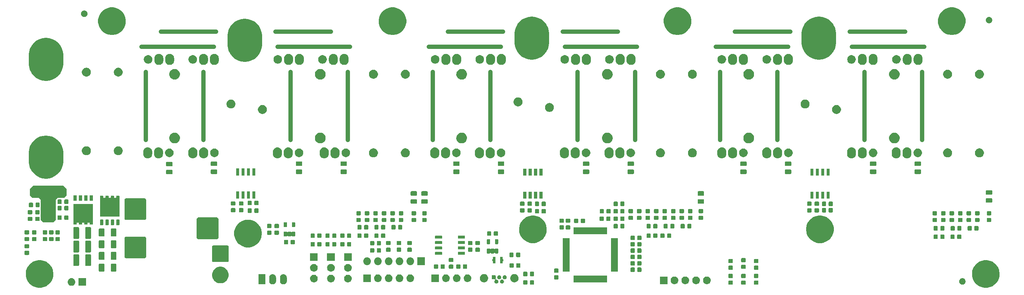
<source format=gbr>
G04 #@! TF.GenerationSoftware,KiCad,Pcbnew,(5.1.0)-1*
G04 #@! TF.CreationDate,2019-07-15T22:00:38+02:00*
G04 #@! TF.ProjectId,besc g2,62657363-2067-4322-9e6b-696361645f70,Init*
G04 #@! TF.SameCoordinates,Original*
G04 #@! TF.FileFunction,Soldermask,Top*
G04 #@! TF.FilePolarity,Negative*
%FSLAX46Y46*%
G04 Gerber Fmt 4.6, Leading zero omitted, Abs format (unit mm)*
G04 Created by KiCad (PCBNEW (5.1.0)-1) date 2019-07-15 22:00:38*
%MOMM*%
%LPD*%
G04 APERTURE LIST*
%ADD10C,1.000000*%
%ADD11C,0.100000*%
G04 APERTURE END LIST*
D10*
X64800000Y-66900000D02*
X77800000Y-66900000D01*
D11*
G36*
X42550000Y-103900000D02*
G01*
X42550000Y-105400000D01*
X42050000Y-105900000D01*
X40550000Y-105900000D01*
X40050000Y-106400000D01*
X40050000Y-111150000D01*
X39550000Y-111650000D01*
X37050000Y-111650000D01*
X36550000Y-111150000D01*
X36550000Y-106400000D01*
X36050000Y-105900000D01*
X34550000Y-105900000D01*
X34050000Y-105400000D01*
X34050000Y-103900000D01*
X34800000Y-103150000D01*
X41800000Y-103150000D01*
X42550000Y-103900000D01*
G37*
X42550000Y-103900000D02*
X42550000Y-105400000D01*
X42050000Y-105900000D01*
X40550000Y-105900000D01*
X40050000Y-106400000D01*
X40050000Y-111150000D01*
X39550000Y-111650000D01*
X37050000Y-111650000D01*
X36550000Y-111150000D01*
X36550000Y-106400000D01*
X36050000Y-105900000D01*
X34550000Y-105900000D01*
X34050000Y-105400000D01*
X34050000Y-103900000D01*
X34800000Y-103150000D01*
X41800000Y-103150000D01*
X42550000Y-103900000D01*
D10*
X230300000Y-92400000D02*
X230300000Y-76400000D01*
X209800000Y-92400000D02*
X209800000Y-76400000D01*
X244300000Y-70400000D02*
X227300000Y-70400000D01*
X239800000Y-66900000D02*
X226800000Y-66900000D01*
X196300000Y-92400000D02*
X196300000Y-76400000D01*
X243800000Y-92400000D02*
X243800000Y-76400000D01*
X195300000Y-70400000D02*
X212300000Y-70400000D01*
X199800000Y-66900000D02*
X212800000Y-66900000D01*
X162800000Y-92400000D02*
X162800000Y-76400000D01*
X142300000Y-92400000D02*
X142300000Y-76400000D01*
X127800000Y-70400000D02*
X144800000Y-70400000D01*
X132300000Y-66900000D02*
X145300000Y-66900000D01*
X176800000Y-70400000D02*
X159800000Y-70400000D01*
X172300000Y-66900000D02*
X159300000Y-66900000D01*
X128800000Y-92400000D02*
X128800000Y-76400000D01*
X176300000Y-92400000D02*
X176300000Y-76400000D01*
X108800000Y-92400000D02*
X108800000Y-76400000D01*
X61300000Y-92400000D02*
X61300000Y-76400000D01*
X104800000Y-66900000D02*
X91800000Y-66900000D01*
X109300000Y-70400000D02*
X92300000Y-70400000D01*
X60300000Y-70400000D02*
X77300000Y-70400000D01*
X74800000Y-92400000D02*
X74800000Y-76400000D01*
X95300000Y-92400000D02*
X95300000Y-76400000D01*
D11*
G36*
X259430886Y-120710800D02*
G01*
X259748282Y-120773934D01*
X260339926Y-121019001D01*
X260756488Y-121297339D01*
X260872391Y-121374783D01*
X261325217Y-121827609D01*
X261370646Y-121895599D01*
X261680999Y-122360074D01*
X261926066Y-122951718D01*
X261976611Y-123205826D01*
X262051000Y-123579803D01*
X262051000Y-124220197D01*
X262024310Y-124354378D01*
X261926066Y-124848282D01*
X261680999Y-125439926D01*
X261407664Y-125849000D01*
X261377535Y-125894092D01*
X261325216Y-125972392D01*
X260872392Y-126425216D01*
X260339926Y-126780999D01*
X259748282Y-127026066D01*
X259434239Y-127088533D01*
X259120197Y-127151000D01*
X258479803Y-127151000D01*
X258165761Y-127088533D01*
X257851718Y-127026066D01*
X257260074Y-126780999D01*
X256727608Y-126425216D01*
X256274784Y-125972392D01*
X256222466Y-125894092D01*
X256192336Y-125849000D01*
X255919001Y-125439926D01*
X255673934Y-124848282D01*
X255575690Y-124354378D01*
X255549000Y-124220197D01*
X255549000Y-123579803D01*
X255623389Y-123205826D01*
X255673934Y-122951718D01*
X255919001Y-122360074D01*
X256229354Y-121895599D01*
X256274783Y-121827609D01*
X256727609Y-121374783D01*
X256843512Y-121297339D01*
X257260074Y-121019001D01*
X257851718Y-120773934D01*
X258169114Y-120710800D01*
X258479803Y-120649000D01*
X259120197Y-120649000D01*
X259430886Y-120710800D01*
X259430886Y-120710800D01*
G37*
G36*
X36930886Y-120710800D02*
G01*
X37248282Y-120773934D01*
X37839926Y-121019001D01*
X38256488Y-121297339D01*
X38372391Y-121374783D01*
X38825217Y-121827609D01*
X38870646Y-121895599D01*
X39180999Y-122360074D01*
X39426066Y-122951718D01*
X39476611Y-123205826D01*
X39551000Y-123579803D01*
X39551000Y-124220197D01*
X39524310Y-124354378D01*
X39426066Y-124848282D01*
X39180999Y-125439926D01*
X38907664Y-125849000D01*
X38877535Y-125894092D01*
X38825216Y-125972392D01*
X38372392Y-126425216D01*
X37839926Y-126780999D01*
X37248282Y-127026066D01*
X36934239Y-127088533D01*
X36620197Y-127151000D01*
X35979803Y-127151000D01*
X35665761Y-127088533D01*
X35351718Y-127026066D01*
X34760074Y-126780999D01*
X34227608Y-126425216D01*
X33774784Y-125972392D01*
X33722466Y-125894092D01*
X33692336Y-125849000D01*
X33419001Y-125439926D01*
X33173934Y-124848282D01*
X33075690Y-124354378D01*
X33049000Y-124220197D01*
X33049000Y-123579803D01*
X33123389Y-123205826D01*
X33173934Y-122951718D01*
X33419001Y-122360074D01*
X33729354Y-121895599D01*
X33774783Y-121827609D01*
X34227609Y-121374783D01*
X34343512Y-121297339D01*
X34760074Y-121019001D01*
X35351718Y-120773934D01*
X35669114Y-120710800D01*
X35979803Y-120649000D01*
X36620197Y-120649000D01*
X36930886Y-120710800D01*
X36930886Y-120710800D01*
G37*
G36*
X47241000Y-126676000D02*
G01*
X45439000Y-126676000D01*
X45439000Y-124874000D01*
X47241000Y-124874000D01*
X47241000Y-126676000D01*
X47241000Y-126676000D01*
G37*
G36*
X43910442Y-124880518D02*
G01*
X43976627Y-124887037D01*
X44146466Y-124938557D01*
X44302991Y-125022222D01*
X44332375Y-125046337D01*
X44440186Y-125134814D01*
X44512863Y-125223373D01*
X44552778Y-125272009D01*
X44636443Y-125428534D01*
X44687963Y-125598373D01*
X44705359Y-125775000D01*
X44687963Y-125951627D01*
X44636443Y-126121466D01*
X44552778Y-126277991D01*
X44544594Y-126287963D01*
X44440186Y-126415186D01*
X44338729Y-126498448D01*
X44302991Y-126527778D01*
X44146466Y-126611443D01*
X43976627Y-126662963D01*
X43910442Y-126669482D01*
X43844260Y-126676000D01*
X43755740Y-126676000D01*
X43689558Y-126669482D01*
X43623373Y-126662963D01*
X43453534Y-126611443D01*
X43297009Y-126527778D01*
X43261271Y-126498448D01*
X43159814Y-126415186D01*
X43055406Y-126287963D01*
X43047222Y-126277991D01*
X42963557Y-126121466D01*
X42912037Y-125951627D01*
X42894641Y-125775000D01*
X42912037Y-125598373D01*
X42963557Y-125428534D01*
X43047222Y-125272009D01*
X43087137Y-125223373D01*
X43159814Y-125134814D01*
X43267625Y-125046337D01*
X43297009Y-125022222D01*
X43453534Y-124938557D01*
X43623373Y-124887037D01*
X43689558Y-124880518D01*
X43755740Y-124874000D01*
X43844260Y-124874000D01*
X43910442Y-124880518D01*
X43910442Y-124880518D01*
G37*
G36*
X199179591Y-125453085D02*
G01*
X199213569Y-125463393D01*
X199244890Y-125480134D01*
X199272339Y-125502661D01*
X199294866Y-125530110D01*
X199311607Y-125561431D01*
X199321915Y-125595409D01*
X199326000Y-125636890D01*
X199326000Y-126238110D01*
X199321915Y-126279591D01*
X199311607Y-126313569D01*
X199294866Y-126344890D01*
X199272339Y-126372339D01*
X199244890Y-126394866D01*
X199213569Y-126411607D01*
X199179591Y-126421915D01*
X199138110Y-126426000D01*
X198461890Y-126426000D01*
X198420409Y-126421915D01*
X198386431Y-126411607D01*
X198355110Y-126394866D01*
X198327661Y-126372339D01*
X198305134Y-126344890D01*
X198288393Y-126313569D01*
X198278085Y-126279591D01*
X198274000Y-126238110D01*
X198274000Y-125636890D01*
X198278085Y-125595409D01*
X198288393Y-125561431D01*
X198305134Y-125530110D01*
X198327661Y-125502661D01*
X198355110Y-125480134D01*
X198386431Y-125463393D01*
X198420409Y-125453085D01*
X198461890Y-125449000D01*
X199138110Y-125449000D01*
X199179591Y-125453085D01*
X199179591Y-125453085D01*
G37*
G36*
X150854591Y-125378085D02*
G01*
X150888569Y-125388393D01*
X150919890Y-125405134D01*
X150947339Y-125427661D01*
X150969866Y-125455110D01*
X150986607Y-125486431D01*
X150996915Y-125520409D01*
X151001000Y-125561890D01*
X151001000Y-126238110D01*
X150996915Y-126279591D01*
X150986607Y-126313569D01*
X150969866Y-126344890D01*
X150947339Y-126372339D01*
X150919890Y-126394866D01*
X150888569Y-126411607D01*
X150854591Y-126421915D01*
X150813110Y-126426000D01*
X150211890Y-126426000D01*
X150170409Y-126421915D01*
X150136431Y-126411607D01*
X150105110Y-126394866D01*
X150077661Y-126372339D01*
X150055134Y-126344890D01*
X150038393Y-126313569D01*
X150028085Y-126279591D01*
X150024000Y-126238110D01*
X150024000Y-125561890D01*
X150028085Y-125520409D01*
X150038393Y-125486431D01*
X150055134Y-125455110D01*
X150077661Y-125427661D01*
X150105110Y-125405134D01*
X150136431Y-125388393D01*
X150170409Y-125378085D01*
X150211890Y-125374000D01*
X150813110Y-125374000D01*
X150854591Y-125378085D01*
X150854591Y-125378085D01*
G37*
G36*
X152429591Y-125378085D02*
G01*
X152463569Y-125388393D01*
X152494890Y-125405134D01*
X152522339Y-125427661D01*
X152544866Y-125455110D01*
X152561607Y-125486431D01*
X152571915Y-125520409D01*
X152576000Y-125561890D01*
X152576000Y-126238110D01*
X152571915Y-126279591D01*
X152561607Y-126313569D01*
X152544866Y-126344890D01*
X152522339Y-126372339D01*
X152494890Y-126394866D01*
X152463569Y-126411607D01*
X152429591Y-126421915D01*
X152388110Y-126426000D01*
X151786890Y-126426000D01*
X151745409Y-126421915D01*
X151711431Y-126411607D01*
X151680110Y-126394866D01*
X151652661Y-126372339D01*
X151630134Y-126344890D01*
X151613393Y-126313569D01*
X151603085Y-126279591D01*
X151599000Y-126238110D01*
X151599000Y-125561890D01*
X151603085Y-125520409D01*
X151613393Y-125486431D01*
X151630134Y-125455110D01*
X151652661Y-125427661D01*
X151680110Y-125405134D01*
X151711431Y-125388393D01*
X151745409Y-125378085D01*
X151786890Y-125374000D01*
X152388110Y-125374000D01*
X152429591Y-125378085D01*
X152429591Y-125378085D01*
G37*
G36*
X202179591Y-125453085D02*
G01*
X202213569Y-125463393D01*
X202244890Y-125480134D01*
X202272339Y-125502661D01*
X202294866Y-125530110D01*
X202311607Y-125561431D01*
X202321915Y-125595409D01*
X202326000Y-125636890D01*
X202326000Y-126238110D01*
X202321915Y-126279591D01*
X202311607Y-126313569D01*
X202294866Y-126344890D01*
X202272339Y-126372339D01*
X202244890Y-126394866D01*
X202213569Y-126411607D01*
X202179591Y-126421915D01*
X202138110Y-126426000D01*
X201461890Y-126426000D01*
X201420409Y-126421915D01*
X201386431Y-126411607D01*
X201355110Y-126394866D01*
X201327661Y-126372339D01*
X201305134Y-126344890D01*
X201288393Y-126313569D01*
X201278085Y-126279591D01*
X201274000Y-126238110D01*
X201274000Y-125636890D01*
X201278085Y-125595409D01*
X201288393Y-125561431D01*
X201305134Y-125530110D01*
X201327661Y-125502661D01*
X201355110Y-125480134D01*
X201386431Y-125463393D01*
X201420409Y-125453085D01*
X201461890Y-125449000D01*
X202138110Y-125449000D01*
X202179591Y-125453085D01*
X202179591Y-125453085D01*
G37*
G36*
X205179591Y-125453085D02*
G01*
X205213569Y-125463393D01*
X205244890Y-125480134D01*
X205272339Y-125502661D01*
X205294866Y-125530110D01*
X205311607Y-125561431D01*
X205321915Y-125595409D01*
X205326000Y-125636890D01*
X205326000Y-126238110D01*
X205321915Y-126279591D01*
X205311607Y-126313569D01*
X205294866Y-126344890D01*
X205272339Y-126372339D01*
X205244890Y-126394866D01*
X205213569Y-126411607D01*
X205179591Y-126421915D01*
X205138110Y-126426000D01*
X204461890Y-126426000D01*
X204420409Y-126421915D01*
X204386431Y-126411607D01*
X204355110Y-126394866D01*
X204327661Y-126372339D01*
X204305134Y-126344890D01*
X204288393Y-126313569D01*
X204278085Y-126279591D01*
X204274000Y-126238110D01*
X204274000Y-125636890D01*
X204278085Y-125595409D01*
X204288393Y-125561431D01*
X204305134Y-125530110D01*
X204327661Y-125502661D01*
X204355110Y-125480134D01*
X204386431Y-125463393D01*
X204420409Y-125453085D01*
X204461890Y-125449000D01*
X205138110Y-125449000D01*
X205179591Y-125453085D01*
X205179591Y-125453085D01*
G37*
G36*
X253518766Y-124928821D02*
G01*
X253655257Y-124985358D01*
X253778097Y-125067437D01*
X253882563Y-125171903D01*
X253964642Y-125294743D01*
X254021179Y-125431234D01*
X254050000Y-125576130D01*
X254050000Y-125723870D01*
X254021179Y-125868766D01*
X253964642Y-126005257D01*
X253882563Y-126128097D01*
X253778097Y-126232563D01*
X253655257Y-126314642D01*
X253518766Y-126371179D01*
X253373870Y-126400000D01*
X253226130Y-126400000D01*
X253081234Y-126371179D01*
X252944743Y-126314642D01*
X252821903Y-126232563D01*
X252717437Y-126128097D01*
X252635358Y-126005257D01*
X252578821Y-125868766D01*
X252550000Y-125723870D01*
X252550000Y-125576130D01*
X252578821Y-125431234D01*
X252635358Y-125294743D01*
X252717437Y-125171903D01*
X252821903Y-125067437D01*
X252944743Y-124985358D01*
X253081234Y-124928821D01*
X253226130Y-124900000D01*
X253373870Y-124900000D01*
X253518766Y-124928821D01*
X253518766Y-124928821D01*
G37*
G36*
X91247022Y-123960590D02*
G01*
X91332208Y-123986431D01*
X91398012Y-124006392D01*
X91501840Y-124061890D01*
X91537164Y-124080771D01*
X91659133Y-124180867D01*
X91751703Y-124293665D01*
X91759229Y-124302835D01*
X91833608Y-124441987D01*
X91833991Y-124443250D01*
X91879410Y-124592977D01*
X91885460Y-124654401D01*
X91891000Y-124710654D01*
X91891000Y-125589346D01*
X91887137Y-125628571D01*
X91879410Y-125707023D01*
X91867445Y-125746466D01*
X91833608Y-125858013D01*
X91759229Y-125997165D01*
X91659133Y-126119133D01*
X91537165Y-126219229D01*
X91398013Y-126293608D01*
X91373644Y-126301000D01*
X91247023Y-126339410D01*
X91090000Y-126354875D01*
X90932978Y-126339410D01*
X90806357Y-126301000D01*
X90781988Y-126293608D01*
X90642836Y-126219229D01*
X90520868Y-126119133D01*
X90420772Y-125997165D01*
X90346393Y-125858013D01*
X90312556Y-125746466D01*
X90300591Y-125707023D01*
X90289000Y-125589345D01*
X90289000Y-124710656D01*
X90300590Y-124592978D01*
X90346392Y-124441989D01*
X90346392Y-124441988D01*
X90420771Y-124302836D01*
X90434404Y-124286224D01*
X90520867Y-124180867D01*
X90642835Y-124080771D01*
X90678159Y-124061890D01*
X90781987Y-124006392D01*
X90847791Y-123986431D01*
X90932977Y-123960590D01*
X91090000Y-123945125D01*
X91247022Y-123960590D01*
X91247022Y-123960590D01*
G37*
G36*
X93787022Y-123960590D02*
G01*
X93872208Y-123986431D01*
X93938012Y-124006392D01*
X94041840Y-124061890D01*
X94077164Y-124080771D01*
X94199133Y-124180867D01*
X94291703Y-124293665D01*
X94299229Y-124302835D01*
X94373608Y-124441987D01*
X94373991Y-124443250D01*
X94419410Y-124592977D01*
X94425460Y-124654401D01*
X94431000Y-124710654D01*
X94431000Y-125589346D01*
X94427137Y-125628571D01*
X94419410Y-125707023D01*
X94407445Y-125746466D01*
X94373608Y-125858013D01*
X94299229Y-125997165D01*
X94199133Y-126119133D01*
X94077165Y-126219229D01*
X93938013Y-126293608D01*
X93913644Y-126301000D01*
X93787023Y-126339410D01*
X93630000Y-126354875D01*
X93472978Y-126339410D01*
X93346357Y-126301000D01*
X93321988Y-126293608D01*
X93182836Y-126219229D01*
X93060868Y-126119133D01*
X92960772Y-125997165D01*
X92886393Y-125858013D01*
X92852556Y-125746466D01*
X92840591Y-125707023D01*
X92829000Y-125589345D01*
X92829000Y-124710656D01*
X92840590Y-124592978D01*
X92886392Y-124441989D01*
X92886392Y-124441988D01*
X92960771Y-124302836D01*
X92974404Y-124286224D01*
X93060867Y-124180867D01*
X93182835Y-124080771D01*
X93218159Y-124061890D01*
X93321987Y-124006392D01*
X93387791Y-123986431D01*
X93472977Y-123960590D01*
X93630000Y-123945125D01*
X93787022Y-123960590D01*
X93787022Y-123960590D01*
G37*
G36*
X89351000Y-126351000D02*
G01*
X87749000Y-126351000D01*
X87749000Y-123949000D01*
X89351000Y-123949000D01*
X89351000Y-126351000D01*
X89351000Y-126351000D01*
G37*
G36*
X190780443Y-124505519D02*
G01*
X190846627Y-124512037D01*
X191016466Y-124563557D01*
X191172991Y-124647222D01*
X191192350Y-124663110D01*
X191310186Y-124759814D01*
X191369761Y-124832408D01*
X191422778Y-124897009D01*
X191506443Y-125053534D01*
X191557963Y-125223373D01*
X191575359Y-125400000D01*
X191557963Y-125576627D01*
X191506443Y-125746466D01*
X191422778Y-125902991D01*
X191393448Y-125938729D01*
X191310186Y-126040186D01*
X191213987Y-126119133D01*
X191172991Y-126152778D01*
X191016466Y-126236443D01*
X190846627Y-126287963D01*
X190789311Y-126293608D01*
X190714260Y-126301000D01*
X190625740Y-126301000D01*
X190550689Y-126293608D01*
X190493373Y-126287963D01*
X190323534Y-126236443D01*
X190167009Y-126152778D01*
X190126013Y-126119133D01*
X190029814Y-126040186D01*
X189946552Y-125938729D01*
X189917222Y-125902991D01*
X189833557Y-125746466D01*
X189782037Y-125576627D01*
X189764641Y-125400000D01*
X189782037Y-125223373D01*
X189833557Y-125053534D01*
X189917222Y-124897009D01*
X189970239Y-124832408D01*
X190029814Y-124759814D01*
X190147650Y-124663110D01*
X190167009Y-124647222D01*
X190323534Y-124563557D01*
X190493373Y-124512037D01*
X190559557Y-124505519D01*
X190625740Y-124499000D01*
X190714260Y-124499000D01*
X190780443Y-124505519D01*
X190780443Y-124505519D01*
G37*
G36*
X183951000Y-126301000D02*
G01*
X182149000Y-126301000D01*
X182149000Y-124499000D01*
X183951000Y-124499000D01*
X183951000Y-126301000D01*
X183951000Y-126301000D01*
G37*
G36*
X188240443Y-124505519D02*
G01*
X188306627Y-124512037D01*
X188476466Y-124563557D01*
X188632991Y-124647222D01*
X188652350Y-124663110D01*
X188770186Y-124759814D01*
X188829761Y-124832408D01*
X188882778Y-124897009D01*
X188966443Y-125053534D01*
X189017963Y-125223373D01*
X189035359Y-125400000D01*
X189017963Y-125576627D01*
X188966443Y-125746466D01*
X188882778Y-125902991D01*
X188853448Y-125938729D01*
X188770186Y-126040186D01*
X188673987Y-126119133D01*
X188632991Y-126152778D01*
X188476466Y-126236443D01*
X188306627Y-126287963D01*
X188249311Y-126293608D01*
X188174260Y-126301000D01*
X188085740Y-126301000D01*
X188010689Y-126293608D01*
X187953373Y-126287963D01*
X187783534Y-126236443D01*
X187627009Y-126152778D01*
X187586013Y-126119133D01*
X187489814Y-126040186D01*
X187406552Y-125938729D01*
X187377222Y-125902991D01*
X187293557Y-125746466D01*
X187242037Y-125576627D01*
X187224641Y-125400000D01*
X187242037Y-125223373D01*
X187293557Y-125053534D01*
X187377222Y-124897009D01*
X187430239Y-124832408D01*
X187489814Y-124759814D01*
X187607650Y-124663110D01*
X187627009Y-124647222D01*
X187783534Y-124563557D01*
X187953373Y-124512037D01*
X188019557Y-124505519D01*
X188085740Y-124499000D01*
X188174260Y-124499000D01*
X188240443Y-124505519D01*
X188240443Y-124505519D01*
G37*
G36*
X193320443Y-124505519D02*
G01*
X193386627Y-124512037D01*
X193556466Y-124563557D01*
X193712991Y-124647222D01*
X193732350Y-124663110D01*
X193850186Y-124759814D01*
X193909761Y-124832408D01*
X193962778Y-124897009D01*
X194046443Y-125053534D01*
X194097963Y-125223373D01*
X194115359Y-125400000D01*
X194097963Y-125576627D01*
X194046443Y-125746466D01*
X193962778Y-125902991D01*
X193933448Y-125938729D01*
X193850186Y-126040186D01*
X193753987Y-126119133D01*
X193712991Y-126152778D01*
X193556466Y-126236443D01*
X193386627Y-126287963D01*
X193329311Y-126293608D01*
X193254260Y-126301000D01*
X193165740Y-126301000D01*
X193090689Y-126293608D01*
X193033373Y-126287963D01*
X192863534Y-126236443D01*
X192707009Y-126152778D01*
X192666013Y-126119133D01*
X192569814Y-126040186D01*
X192486552Y-125938729D01*
X192457222Y-125902991D01*
X192373557Y-125746466D01*
X192322037Y-125576627D01*
X192304641Y-125400000D01*
X192322037Y-125223373D01*
X192373557Y-125053534D01*
X192457222Y-124897009D01*
X192510239Y-124832408D01*
X192569814Y-124759814D01*
X192687650Y-124663110D01*
X192707009Y-124647222D01*
X192863534Y-124563557D01*
X193033373Y-124512037D01*
X193099557Y-124505519D01*
X193165740Y-124499000D01*
X193254260Y-124499000D01*
X193320443Y-124505519D01*
X193320443Y-124505519D01*
G37*
G36*
X185700443Y-124505519D02*
G01*
X185766627Y-124512037D01*
X185936466Y-124563557D01*
X186092991Y-124647222D01*
X186112350Y-124663110D01*
X186230186Y-124759814D01*
X186289761Y-124832408D01*
X186342778Y-124897009D01*
X186426443Y-125053534D01*
X186477963Y-125223373D01*
X186495359Y-125400000D01*
X186477963Y-125576627D01*
X186426443Y-125746466D01*
X186342778Y-125902991D01*
X186313448Y-125938729D01*
X186230186Y-126040186D01*
X186133987Y-126119133D01*
X186092991Y-126152778D01*
X185936466Y-126236443D01*
X185766627Y-126287963D01*
X185709311Y-126293608D01*
X185634260Y-126301000D01*
X185545740Y-126301000D01*
X185470689Y-126293608D01*
X185413373Y-126287963D01*
X185243534Y-126236443D01*
X185087009Y-126152778D01*
X185046013Y-126119133D01*
X184949814Y-126040186D01*
X184866552Y-125938729D01*
X184837222Y-125902991D01*
X184753557Y-125746466D01*
X184702037Y-125576627D01*
X184684641Y-125400000D01*
X184702037Y-125223373D01*
X184753557Y-125053534D01*
X184837222Y-124897009D01*
X184890239Y-124832408D01*
X184949814Y-124759814D01*
X185067650Y-124663110D01*
X185087009Y-124647222D01*
X185243534Y-124563557D01*
X185413373Y-124512037D01*
X185479557Y-124505519D01*
X185545740Y-124499000D01*
X185634260Y-124499000D01*
X185700443Y-124505519D01*
X185700443Y-124505519D01*
G37*
G36*
X143406634Y-124212917D02*
G01*
X143438972Y-124222727D01*
X143468776Y-124238658D01*
X143494902Y-124260098D01*
X143516342Y-124286224D01*
X143532273Y-124316028D01*
X143542083Y-124348366D01*
X143546000Y-124388140D01*
X143546000Y-124971860D01*
X143542083Y-125011634D01*
X143530139Y-125051006D01*
X143525358Y-125075039D01*
X143525358Y-125099543D01*
X143530138Y-125123577D01*
X143539515Y-125146216D01*
X143553129Y-125166590D01*
X143570456Y-125183917D01*
X143590830Y-125197531D01*
X143613469Y-125206908D01*
X143637502Y-125211689D01*
X143662006Y-125211689D01*
X143674142Y-125209889D01*
X143678611Y-125209000D01*
X143771391Y-125209000D01*
X143832054Y-125221067D01*
X143862386Y-125227100D01*
X143948102Y-125262605D01*
X144025245Y-125314150D01*
X144090850Y-125379755D01*
X144142395Y-125456898D01*
X144176894Y-125540185D01*
X144177900Y-125542615D01*
X144196000Y-125633609D01*
X144196000Y-125726391D01*
X144192007Y-125746466D01*
X144177900Y-125817386D01*
X144156617Y-125868767D01*
X144146435Y-125893350D01*
X144142395Y-125903102D01*
X144090850Y-125980245D01*
X144025245Y-126045850D01*
X143948102Y-126097395D01*
X143862386Y-126132900D01*
X143832054Y-126138933D01*
X143771391Y-126151000D01*
X143678609Y-126151000D01*
X143617946Y-126138933D01*
X143587614Y-126132900D01*
X143501898Y-126097395D01*
X143424755Y-126045850D01*
X143359150Y-125980245D01*
X143307605Y-125903102D01*
X143303566Y-125893350D01*
X143293383Y-125868767D01*
X143272100Y-125817386D01*
X143257993Y-125746466D01*
X143254000Y-125726391D01*
X143254000Y-125633609D01*
X143272100Y-125542615D01*
X143273107Y-125540185D01*
X143307605Y-125456898D01*
X143359150Y-125379755D01*
X143374524Y-125364381D01*
X143390064Y-125345445D01*
X143401615Y-125323834D01*
X143408728Y-125300385D01*
X143411130Y-125275999D01*
X143408728Y-125251613D01*
X143401615Y-125228164D01*
X143390064Y-125206553D01*
X143374519Y-125187611D01*
X143355577Y-125172066D01*
X143333966Y-125160515D01*
X143310517Y-125153402D01*
X143286131Y-125151000D01*
X142783140Y-125151000D01*
X142743366Y-125147083D01*
X142711028Y-125137273D01*
X142681224Y-125121342D01*
X142655098Y-125099902D01*
X142633658Y-125073776D01*
X142617727Y-125043972D01*
X142607917Y-125011634D01*
X142604000Y-124971860D01*
X142604000Y-124388140D01*
X142607917Y-124348366D01*
X142617727Y-124316028D01*
X142633658Y-124286224D01*
X142655098Y-124260098D01*
X142681224Y-124238658D01*
X142711028Y-124222727D01*
X142743366Y-124212917D01*
X142783140Y-124209000D01*
X143366860Y-124209000D01*
X143406634Y-124212917D01*
X143406634Y-124212917D01*
G37*
G36*
X145132054Y-125221067D02*
G01*
X145162386Y-125227100D01*
X145248102Y-125262605D01*
X145325245Y-125314150D01*
X145390850Y-125379755D01*
X145442395Y-125456898D01*
X145476894Y-125540185D01*
X145477900Y-125542615D01*
X145496000Y-125633609D01*
X145496000Y-125726391D01*
X145492007Y-125746466D01*
X145477900Y-125817386D01*
X145456617Y-125868767D01*
X145446435Y-125893350D01*
X145442395Y-125903102D01*
X145390850Y-125980245D01*
X145325245Y-126045850D01*
X145248102Y-126097395D01*
X145162386Y-126132900D01*
X145132054Y-126138933D01*
X145071391Y-126151000D01*
X144978609Y-126151000D01*
X144917946Y-126138933D01*
X144887614Y-126132900D01*
X144801898Y-126097395D01*
X144724755Y-126045850D01*
X144659150Y-125980245D01*
X144607605Y-125903102D01*
X144603566Y-125893350D01*
X144593383Y-125868767D01*
X144572100Y-125817386D01*
X144557993Y-125746466D01*
X144554000Y-125726391D01*
X144554000Y-125633609D01*
X144572100Y-125542615D01*
X144573107Y-125540185D01*
X144607605Y-125456898D01*
X144659150Y-125379755D01*
X144724755Y-125314150D01*
X144801898Y-125262605D01*
X144887614Y-125227100D01*
X144917946Y-125221067D01*
X144978609Y-125209000D01*
X145071391Y-125209000D01*
X145132054Y-125221067D01*
X145132054Y-125221067D01*
G37*
G36*
X79369085Y-122273975D02*
G01*
X79724143Y-122421045D01*
X79724145Y-122421046D01*
X80043690Y-122634559D01*
X80315441Y-122906310D01*
X80506853Y-123192779D01*
X80528955Y-123225857D01*
X80676025Y-123580915D01*
X80751000Y-123957842D01*
X80751000Y-124342158D01*
X80676025Y-124719085D01*
X80533335Y-125063569D01*
X80528954Y-125074145D01*
X80315441Y-125393690D01*
X80043690Y-125665441D01*
X79724145Y-125878954D01*
X79724144Y-125878955D01*
X79724143Y-125878955D01*
X79369085Y-126026025D01*
X78992158Y-126101000D01*
X78607842Y-126101000D01*
X78230915Y-126026025D01*
X77875857Y-125878955D01*
X77875856Y-125878955D01*
X77875855Y-125878954D01*
X77556310Y-125665441D01*
X77284559Y-125393690D01*
X77071046Y-125074145D01*
X77066665Y-125063569D01*
X76923975Y-124719085D01*
X76849000Y-124342158D01*
X76849000Y-123957842D01*
X76923975Y-123580915D01*
X77071045Y-123225857D01*
X77093147Y-123192779D01*
X77284559Y-122906310D01*
X77556310Y-122634559D01*
X77875855Y-122421046D01*
X77875857Y-122421045D01*
X78230915Y-122273975D01*
X78607842Y-122199000D01*
X78992158Y-122199000D01*
X79369085Y-122273975D01*
X79369085Y-122273975D01*
G37*
G36*
X162220295Y-124250323D02*
G01*
X162227309Y-124252451D01*
X162241077Y-124259810D01*
X162263716Y-124269187D01*
X162287749Y-124273967D01*
X162312253Y-124273967D01*
X162336286Y-124269186D01*
X162358923Y-124259810D01*
X162372691Y-124252451D01*
X162379705Y-124250323D01*
X162393140Y-124249000D01*
X162706860Y-124249000D01*
X162720295Y-124250323D01*
X162727309Y-124252451D01*
X162741077Y-124259810D01*
X162763716Y-124269187D01*
X162787749Y-124273967D01*
X162812253Y-124273967D01*
X162836286Y-124269186D01*
X162858923Y-124259810D01*
X162872691Y-124252451D01*
X162879705Y-124250323D01*
X162893140Y-124249000D01*
X163206860Y-124249000D01*
X163220295Y-124250323D01*
X163227309Y-124252451D01*
X163241077Y-124259810D01*
X163263716Y-124269187D01*
X163287749Y-124273967D01*
X163312253Y-124273967D01*
X163336286Y-124269186D01*
X163358923Y-124259810D01*
X163372691Y-124252451D01*
X163379705Y-124250323D01*
X163393140Y-124249000D01*
X163706860Y-124249000D01*
X163720295Y-124250323D01*
X163727309Y-124252451D01*
X163741077Y-124259810D01*
X163763716Y-124269187D01*
X163787749Y-124273967D01*
X163812253Y-124273967D01*
X163836286Y-124269186D01*
X163858923Y-124259810D01*
X163872691Y-124252451D01*
X163879705Y-124250323D01*
X163893140Y-124249000D01*
X164206860Y-124249000D01*
X164220295Y-124250323D01*
X164227309Y-124252451D01*
X164241077Y-124259810D01*
X164263716Y-124269187D01*
X164287749Y-124273967D01*
X164312253Y-124273967D01*
X164336286Y-124269186D01*
X164358923Y-124259810D01*
X164372691Y-124252451D01*
X164379705Y-124250323D01*
X164393140Y-124249000D01*
X164706860Y-124249000D01*
X164720295Y-124250323D01*
X164727309Y-124252451D01*
X164741077Y-124259810D01*
X164763716Y-124269187D01*
X164787749Y-124273967D01*
X164812253Y-124273967D01*
X164836286Y-124269186D01*
X164858923Y-124259810D01*
X164872691Y-124252451D01*
X164879705Y-124250323D01*
X164893140Y-124249000D01*
X165206860Y-124249000D01*
X165220295Y-124250323D01*
X165227309Y-124252451D01*
X165241077Y-124259810D01*
X165263716Y-124269187D01*
X165287749Y-124273967D01*
X165312253Y-124273967D01*
X165336286Y-124269186D01*
X165358923Y-124259810D01*
X165372691Y-124252451D01*
X165379705Y-124250323D01*
X165393140Y-124249000D01*
X165706860Y-124249000D01*
X165720295Y-124250323D01*
X165727309Y-124252451D01*
X165741077Y-124259810D01*
X165763716Y-124269187D01*
X165787749Y-124273967D01*
X165812253Y-124273967D01*
X165836286Y-124269186D01*
X165858923Y-124259810D01*
X165872691Y-124252451D01*
X165879705Y-124250323D01*
X165893140Y-124249000D01*
X166206860Y-124249000D01*
X166220295Y-124250323D01*
X166227309Y-124252451D01*
X166241077Y-124259810D01*
X166263716Y-124269187D01*
X166287749Y-124273967D01*
X166312253Y-124273967D01*
X166336286Y-124269186D01*
X166358923Y-124259810D01*
X166372691Y-124252451D01*
X166379705Y-124250323D01*
X166393140Y-124249000D01*
X166706860Y-124249000D01*
X166720295Y-124250323D01*
X166727309Y-124252451D01*
X166741077Y-124259810D01*
X166763716Y-124269187D01*
X166787749Y-124273967D01*
X166812253Y-124273967D01*
X166836286Y-124269186D01*
X166858923Y-124259810D01*
X166872691Y-124252451D01*
X166879705Y-124250323D01*
X166893140Y-124249000D01*
X167206860Y-124249000D01*
X167220295Y-124250323D01*
X167227309Y-124252451D01*
X167241077Y-124259810D01*
X167263716Y-124269187D01*
X167287749Y-124273967D01*
X167312253Y-124273967D01*
X167336286Y-124269186D01*
X167358923Y-124259810D01*
X167372691Y-124252451D01*
X167379705Y-124250323D01*
X167393140Y-124249000D01*
X167706860Y-124249000D01*
X167720295Y-124250323D01*
X167727309Y-124252451D01*
X167741077Y-124259810D01*
X167763716Y-124269187D01*
X167787749Y-124273967D01*
X167812253Y-124273967D01*
X167836286Y-124269186D01*
X167858923Y-124259810D01*
X167872691Y-124252451D01*
X167879705Y-124250323D01*
X167893140Y-124249000D01*
X168206860Y-124249000D01*
X168220295Y-124250323D01*
X168227309Y-124252451D01*
X168241077Y-124259810D01*
X168263716Y-124269187D01*
X168287749Y-124273967D01*
X168312253Y-124273967D01*
X168336286Y-124269186D01*
X168358923Y-124259810D01*
X168372691Y-124252451D01*
X168379705Y-124250323D01*
X168393140Y-124249000D01*
X168706860Y-124249000D01*
X168720295Y-124250323D01*
X168727309Y-124252451D01*
X168741077Y-124259810D01*
X168763716Y-124269187D01*
X168787749Y-124273967D01*
X168812253Y-124273967D01*
X168836286Y-124269186D01*
X168858923Y-124259810D01*
X168872691Y-124252451D01*
X168879705Y-124250323D01*
X168893140Y-124249000D01*
X169206860Y-124249000D01*
X169220295Y-124250323D01*
X169227309Y-124252451D01*
X169241077Y-124259810D01*
X169263716Y-124269187D01*
X169287749Y-124273967D01*
X169312253Y-124273967D01*
X169336286Y-124269186D01*
X169358923Y-124259810D01*
X169372691Y-124252451D01*
X169379705Y-124250323D01*
X169393140Y-124249000D01*
X169706860Y-124249000D01*
X169720295Y-124250323D01*
X169727310Y-124252451D01*
X169733776Y-124255908D01*
X169739442Y-124260558D01*
X169744092Y-124266224D01*
X169747549Y-124272690D01*
X169749677Y-124279705D01*
X169751000Y-124293140D01*
X169751000Y-125856860D01*
X169749677Y-125870295D01*
X169747549Y-125877310D01*
X169744092Y-125883776D01*
X169739442Y-125889442D01*
X169733776Y-125894092D01*
X169727310Y-125897549D01*
X169720295Y-125899677D01*
X169706860Y-125901000D01*
X169393140Y-125901000D01*
X169379705Y-125899677D01*
X169372691Y-125897549D01*
X169358923Y-125890190D01*
X169336284Y-125880813D01*
X169312251Y-125876033D01*
X169287747Y-125876033D01*
X169263714Y-125880814D01*
X169241077Y-125890190D01*
X169227309Y-125897549D01*
X169220295Y-125899677D01*
X169206860Y-125901000D01*
X168893140Y-125901000D01*
X168879705Y-125899677D01*
X168872691Y-125897549D01*
X168858923Y-125890190D01*
X168836284Y-125880813D01*
X168812251Y-125876033D01*
X168787747Y-125876033D01*
X168763714Y-125880814D01*
X168741077Y-125890190D01*
X168727309Y-125897549D01*
X168720295Y-125899677D01*
X168706860Y-125901000D01*
X168393140Y-125901000D01*
X168379705Y-125899677D01*
X168372691Y-125897549D01*
X168358923Y-125890190D01*
X168336284Y-125880813D01*
X168312251Y-125876033D01*
X168287747Y-125876033D01*
X168263714Y-125880814D01*
X168241077Y-125890190D01*
X168227309Y-125897549D01*
X168220295Y-125899677D01*
X168206860Y-125901000D01*
X167893140Y-125901000D01*
X167879705Y-125899677D01*
X167872691Y-125897549D01*
X167858923Y-125890190D01*
X167836284Y-125880813D01*
X167812251Y-125876033D01*
X167787747Y-125876033D01*
X167763714Y-125880814D01*
X167741077Y-125890190D01*
X167727309Y-125897549D01*
X167720295Y-125899677D01*
X167706860Y-125901000D01*
X167393140Y-125901000D01*
X167379705Y-125899677D01*
X167372691Y-125897549D01*
X167358923Y-125890190D01*
X167336284Y-125880813D01*
X167312251Y-125876033D01*
X167287747Y-125876033D01*
X167263714Y-125880814D01*
X167241077Y-125890190D01*
X167227309Y-125897549D01*
X167220295Y-125899677D01*
X167206860Y-125901000D01*
X166893140Y-125901000D01*
X166879705Y-125899677D01*
X166872691Y-125897549D01*
X166858923Y-125890190D01*
X166836284Y-125880813D01*
X166812251Y-125876033D01*
X166787747Y-125876033D01*
X166763714Y-125880814D01*
X166741077Y-125890190D01*
X166727309Y-125897549D01*
X166720295Y-125899677D01*
X166706860Y-125901000D01*
X166393140Y-125901000D01*
X166379705Y-125899677D01*
X166372691Y-125897549D01*
X166358923Y-125890190D01*
X166336284Y-125880813D01*
X166312251Y-125876033D01*
X166287747Y-125876033D01*
X166263714Y-125880814D01*
X166241077Y-125890190D01*
X166227309Y-125897549D01*
X166220295Y-125899677D01*
X166206860Y-125901000D01*
X165893140Y-125901000D01*
X165879705Y-125899677D01*
X165872691Y-125897549D01*
X165858923Y-125890190D01*
X165836284Y-125880813D01*
X165812251Y-125876033D01*
X165787747Y-125876033D01*
X165763714Y-125880814D01*
X165741077Y-125890190D01*
X165727309Y-125897549D01*
X165720295Y-125899677D01*
X165706860Y-125901000D01*
X165393140Y-125901000D01*
X165379705Y-125899677D01*
X165372691Y-125897549D01*
X165358923Y-125890190D01*
X165336284Y-125880813D01*
X165312251Y-125876033D01*
X165287747Y-125876033D01*
X165263714Y-125880814D01*
X165241077Y-125890190D01*
X165227309Y-125897549D01*
X165220295Y-125899677D01*
X165206860Y-125901000D01*
X164893140Y-125901000D01*
X164879705Y-125899677D01*
X164872691Y-125897549D01*
X164858923Y-125890190D01*
X164836284Y-125880813D01*
X164812251Y-125876033D01*
X164787747Y-125876033D01*
X164763714Y-125880814D01*
X164741077Y-125890190D01*
X164727309Y-125897549D01*
X164720295Y-125899677D01*
X164706860Y-125901000D01*
X164393140Y-125901000D01*
X164379705Y-125899677D01*
X164372691Y-125897549D01*
X164358923Y-125890190D01*
X164336284Y-125880813D01*
X164312251Y-125876033D01*
X164287747Y-125876033D01*
X164263714Y-125880814D01*
X164241077Y-125890190D01*
X164227309Y-125897549D01*
X164220295Y-125899677D01*
X164206860Y-125901000D01*
X163893140Y-125901000D01*
X163879705Y-125899677D01*
X163872691Y-125897549D01*
X163858923Y-125890190D01*
X163836284Y-125880813D01*
X163812251Y-125876033D01*
X163787747Y-125876033D01*
X163763714Y-125880814D01*
X163741077Y-125890190D01*
X163727309Y-125897549D01*
X163720295Y-125899677D01*
X163706860Y-125901000D01*
X163393140Y-125901000D01*
X163379705Y-125899677D01*
X163372691Y-125897549D01*
X163358923Y-125890190D01*
X163336284Y-125880813D01*
X163312251Y-125876033D01*
X163287747Y-125876033D01*
X163263714Y-125880814D01*
X163241077Y-125890190D01*
X163227309Y-125897549D01*
X163220295Y-125899677D01*
X163206860Y-125901000D01*
X162893140Y-125901000D01*
X162879705Y-125899677D01*
X162872691Y-125897549D01*
X162858923Y-125890190D01*
X162836284Y-125880813D01*
X162812251Y-125876033D01*
X162787747Y-125876033D01*
X162763714Y-125880814D01*
X162741077Y-125890190D01*
X162727309Y-125897549D01*
X162720295Y-125899677D01*
X162706860Y-125901000D01*
X162393140Y-125901000D01*
X162379705Y-125899677D01*
X162372691Y-125897549D01*
X162358923Y-125890190D01*
X162336284Y-125880813D01*
X162312251Y-125876033D01*
X162287747Y-125876033D01*
X162263714Y-125880814D01*
X162241077Y-125890190D01*
X162227309Y-125897549D01*
X162220295Y-125899677D01*
X162206860Y-125901000D01*
X161893140Y-125901000D01*
X161879705Y-125899677D01*
X161872690Y-125897549D01*
X161866224Y-125894092D01*
X161860558Y-125889442D01*
X161855908Y-125883776D01*
X161852451Y-125877310D01*
X161850323Y-125870295D01*
X161849000Y-125856860D01*
X161849000Y-124293140D01*
X161850323Y-124279705D01*
X161852451Y-124272690D01*
X161855908Y-124266224D01*
X161860558Y-124260558D01*
X161866224Y-124255908D01*
X161872690Y-124252451D01*
X161879705Y-124250323D01*
X161893140Y-124249000D01*
X162206860Y-124249000D01*
X162220295Y-124250323D01*
X162220295Y-124250323D01*
G37*
G36*
X100910442Y-124085518D02*
G01*
X100976627Y-124092037D01*
X101146466Y-124143557D01*
X101302991Y-124227222D01*
X101329148Y-124248689D01*
X101440186Y-124339814D01*
X101510916Y-124426000D01*
X101552778Y-124477009D01*
X101636443Y-124633534D01*
X101687963Y-124803373D01*
X101705359Y-124980000D01*
X101687963Y-125156627D01*
X101636443Y-125326466D01*
X101552778Y-125482991D01*
X101546891Y-125490164D01*
X101440186Y-125620186D01*
X101351156Y-125693250D01*
X101302991Y-125732778D01*
X101146466Y-125816443D01*
X100976627Y-125867963D01*
X100910442Y-125874482D01*
X100844260Y-125881000D01*
X100755740Y-125881000D01*
X100689558Y-125874482D01*
X100623373Y-125867963D01*
X100453534Y-125816443D01*
X100297009Y-125732778D01*
X100248844Y-125693250D01*
X100159814Y-125620186D01*
X100053109Y-125490164D01*
X100047222Y-125482991D01*
X99963557Y-125326466D01*
X99912037Y-125156627D01*
X99894641Y-124980000D01*
X99912037Y-124803373D01*
X99963557Y-124633534D01*
X100047222Y-124477009D01*
X100089084Y-124426000D01*
X100159814Y-124339814D01*
X100270852Y-124248689D01*
X100297009Y-124227222D01*
X100453534Y-124143557D01*
X100623373Y-124092037D01*
X100689558Y-124085518D01*
X100755740Y-124079000D01*
X100844260Y-124079000D01*
X100910442Y-124085518D01*
X100910442Y-124085518D01*
G37*
G36*
X104910442Y-124085518D02*
G01*
X104976627Y-124092037D01*
X105146466Y-124143557D01*
X105302991Y-124227222D01*
X105329148Y-124248689D01*
X105440186Y-124339814D01*
X105510916Y-124426000D01*
X105552778Y-124477009D01*
X105636443Y-124633534D01*
X105687963Y-124803373D01*
X105705359Y-124980000D01*
X105687963Y-125156627D01*
X105636443Y-125326466D01*
X105552778Y-125482991D01*
X105546891Y-125490164D01*
X105440186Y-125620186D01*
X105351156Y-125693250D01*
X105302991Y-125732778D01*
X105146466Y-125816443D01*
X104976627Y-125867963D01*
X104910442Y-125874482D01*
X104844260Y-125881000D01*
X104755740Y-125881000D01*
X104689558Y-125874482D01*
X104623373Y-125867963D01*
X104453534Y-125816443D01*
X104297009Y-125732778D01*
X104248844Y-125693250D01*
X104159814Y-125620186D01*
X104053109Y-125490164D01*
X104047222Y-125482991D01*
X103963557Y-125326466D01*
X103912037Y-125156627D01*
X103894641Y-124980000D01*
X103912037Y-124803373D01*
X103963557Y-124633534D01*
X104047222Y-124477009D01*
X104089084Y-124426000D01*
X104159814Y-124339814D01*
X104270852Y-124248689D01*
X104297009Y-124227222D01*
X104453534Y-124143557D01*
X104623373Y-124092037D01*
X104689558Y-124085518D01*
X104755740Y-124079000D01*
X104844260Y-124079000D01*
X104910442Y-124085518D01*
X104910442Y-124085518D01*
G37*
G36*
X108910442Y-124085518D02*
G01*
X108976627Y-124092037D01*
X109146466Y-124143557D01*
X109302991Y-124227222D01*
X109329148Y-124248689D01*
X109440186Y-124339814D01*
X109510916Y-124426000D01*
X109552778Y-124477009D01*
X109636443Y-124633534D01*
X109687963Y-124803373D01*
X109705359Y-124980000D01*
X109687963Y-125156627D01*
X109636443Y-125326466D01*
X109552778Y-125482991D01*
X109546891Y-125490164D01*
X109440186Y-125620186D01*
X109351156Y-125693250D01*
X109302991Y-125732778D01*
X109146466Y-125816443D01*
X108976627Y-125867963D01*
X108910442Y-125874482D01*
X108844260Y-125881000D01*
X108755740Y-125881000D01*
X108689558Y-125874482D01*
X108623373Y-125867963D01*
X108453534Y-125816443D01*
X108297009Y-125732778D01*
X108248844Y-125693250D01*
X108159814Y-125620186D01*
X108053109Y-125490164D01*
X108047222Y-125482991D01*
X107963557Y-125326466D01*
X107912037Y-125156627D01*
X107894641Y-124980000D01*
X107912037Y-124803373D01*
X107963557Y-124633534D01*
X108047222Y-124477009D01*
X108089084Y-124426000D01*
X108159814Y-124339814D01*
X108270852Y-124248689D01*
X108297009Y-124227222D01*
X108453534Y-124143557D01*
X108623373Y-124092037D01*
X108689558Y-124085518D01*
X108755740Y-124079000D01*
X108844260Y-124079000D01*
X108910442Y-124085518D01*
X108910442Y-124085518D01*
G37*
G36*
X148234687Y-123961507D02*
G01*
X148234690Y-123961508D01*
X148234689Y-123961508D01*
X148412309Y-124035080D01*
X148412310Y-124035081D01*
X148572161Y-124141889D01*
X148708111Y-124277839D01*
X148771253Y-124372339D01*
X148814920Y-124437691D01*
X148862903Y-124553534D01*
X148888493Y-124615313D01*
X148926000Y-124803871D01*
X148926000Y-124996129D01*
X148888493Y-125184687D01*
X148888492Y-125184689D01*
X148814920Y-125362309D01*
X148807108Y-125374000D01*
X148708111Y-125522161D01*
X148572161Y-125658111D01*
X148439927Y-125746466D01*
X148412309Y-125764920D01*
X148287923Y-125816442D01*
X148234687Y-125838493D01*
X148046129Y-125876000D01*
X147853871Y-125876000D01*
X147665313Y-125838493D01*
X147612077Y-125816442D01*
X147487691Y-125764920D01*
X147460073Y-125746466D01*
X147327839Y-125658111D01*
X147191889Y-125522161D01*
X147092892Y-125374000D01*
X147085080Y-125362309D01*
X147011508Y-125184689D01*
X147011507Y-125184687D01*
X146974000Y-124996129D01*
X146974000Y-124803871D01*
X147011507Y-124615313D01*
X147037097Y-124553534D01*
X147085080Y-124437691D01*
X147128747Y-124372339D01*
X147191889Y-124277839D01*
X147327839Y-124141889D01*
X147487690Y-124035081D01*
X147487691Y-124035080D01*
X147665311Y-123961508D01*
X147665310Y-123961508D01*
X147665313Y-123961507D01*
X147853871Y-123924000D01*
X148046129Y-123924000D01*
X148234687Y-123961507D01*
X148234687Y-123961507D01*
G37*
G36*
X141084687Y-123961507D02*
G01*
X141084690Y-123961508D01*
X141084689Y-123961508D01*
X141262309Y-124035080D01*
X141262310Y-124035081D01*
X141422161Y-124141889D01*
X141558111Y-124277839D01*
X141621253Y-124372339D01*
X141664920Y-124437691D01*
X141712903Y-124553534D01*
X141738493Y-124615313D01*
X141776000Y-124803871D01*
X141776000Y-124996129D01*
X141738493Y-125184687D01*
X141738492Y-125184689D01*
X141664920Y-125362309D01*
X141657108Y-125374000D01*
X141558111Y-125522161D01*
X141422161Y-125658111D01*
X141289927Y-125746466D01*
X141262309Y-125764920D01*
X141137923Y-125816442D01*
X141084687Y-125838493D01*
X140896129Y-125876000D01*
X140703871Y-125876000D01*
X140515313Y-125838493D01*
X140462077Y-125816442D01*
X140337691Y-125764920D01*
X140310073Y-125746466D01*
X140177839Y-125658111D01*
X140041889Y-125522161D01*
X139942892Y-125374000D01*
X139935080Y-125362309D01*
X139861508Y-125184689D01*
X139861507Y-125184687D01*
X139824000Y-124996129D01*
X139824000Y-124803871D01*
X139861507Y-124615313D01*
X139887097Y-124553534D01*
X139935080Y-124437691D01*
X139978747Y-124372339D01*
X140041889Y-124277839D01*
X140177839Y-124141889D01*
X140337690Y-124035081D01*
X140337691Y-124035080D01*
X140515311Y-123961508D01*
X140515310Y-123961508D01*
X140515313Y-123961507D01*
X140703871Y-123924000D01*
X140896129Y-123924000D01*
X141084687Y-123961507D01*
X141084687Y-123961507D01*
G37*
G36*
X114201000Y-125801000D02*
G01*
X112399000Y-125801000D01*
X112399000Y-123999000D01*
X114201000Y-123999000D01*
X114201000Y-125801000D01*
X114201000Y-125801000D01*
G37*
G36*
X130201000Y-125801000D02*
G01*
X128399000Y-125801000D01*
X128399000Y-123999000D01*
X130201000Y-123999000D01*
X130201000Y-125801000D01*
X130201000Y-125801000D01*
G37*
G36*
X137030442Y-124005518D02*
G01*
X137096627Y-124012037D01*
X137266466Y-124063557D01*
X137422991Y-124147222D01*
X137458729Y-124176552D01*
X137560186Y-124259814D01*
X137637860Y-124354461D01*
X137672778Y-124397009D01*
X137756443Y-124553534D01*
X137807963Y-124723373D01*
X137825359Y-124900000D01*
X137807963Y-125076627D01*
X137756443Y-125246466D01*
X137756442Y-125246468D01*
X137742790Y-125272009D01*
X137672778Y-125402991D01*
X137652532Y-125427661D01*
X137560186Y-125540186D01*
X137489281Y-125598375D01*
X137422991Y-125652778D01*
X137266466Y-125736443D01*
X137096627Y-125787963D01*
X137030443Y-125794481D01*
X136964260Y-125801000D01*
X136875740Y-125801000D01*
X136809557Y-125794481D01*
X136743373Y-125787963D01*
X136573534Y-125736443D01*
X136417009Y-125652778D01*
X136350719Y-125598375D01*
X136279814Y-125540186D01*
X136187468Y-125427661D01*
X136167222Y-125402991D01*
X136097210Y-125272009D01*
X136083558Y-125246468D01*
X136083557Y-125246466D01*
X136032037Y-125076627D01*
X136014641Y-124900000D01*
X136032037Y-124723373D01*
X136083557Y-124553534D01*
X136167222Y-124397009D01*
X136202140Y-124354461D01*
X136279814Y-124259814D01*
X136381271Y-124176552D01*
X136417009Y-124147222D01*
X136573534Y-124063557D01*
X136743373Y-124012037D01*
X136809558Y-124005518D01*
X136875740Y-123999000D01*
X136964260Y-123999000D01*
X137030442Y-124005518D01*
X137030442Y-124005518D01*
G37*
G36*
X134490442Y-124005518D02*
G01*
X134556627Y-124012037D01*
X134726466Y-124063557D01*
X134882991Y-124147222D01*
X134918729Y-124176552D01*
X135020186Y-124259814D01*
X135097860Y-124354461D01*
X135132778Y-124397009D01*
X135216443Y-124553534D01*
X135267963Y-124723373D01*
X135285359Y-124900000D01*
X135267963Y-125076627D01*
X135216443Y-125246466D01*
X135216442Y-125246468D01*
X135202790Y-125272009D01*
X135132778Y-125402991D01*
X135112532Y-125427661D01*
X135020186Y-125540186D01*
X134949281Y-125598375D01*
X134882991Y-125652778D01*
X134726466Y-125736443D01*
X134556627Y-125787963D01*
X134490443Y-125794481D01*
X134424260Y-125801000D01*
X134335740Y-125801000D01*
X134269557Y-125794481D01*
X134203373Y-125787963D01*
X134033534Y-125736443D01*
X133877009Y-125652778D01*
X133810719Y-125598375D01*
X133739814Y-125540186D01*
X133647468Y-125427661D01*
X133627222Y-125402991D01*
X133557210Y-125272009D01*
X133543558Y-125246468D01*
X133543557Y-125246466D01*
X133492037Y-125076627D01*
X133474641Y-124900000D01*
X133492037Y-124723373D01*
X133543557Y-124553534D01*
X133627222Y-124397009D01*
X133662140Y-124354461D01*
X133739814Y-124259814D01*
X133841271Y-124176552D01*
X133877009Y-124147222D01*
X134033534Y-124063557D01*
X134203373Y-124012037D01*
X134269558Y-124005518D01*
X134335740Y-123999000D01*
X134424260Y-123999000D01*
X134490442Y-124005518D01*
X134490442Y-124005518D01*
G37*
G36*
X131950442Y-124005518D02*
G01*
X132016627Y-124012037D01*
X132186466Y-124063557D01*
X132342991Y-124147222D01*
X132378729Y-124176552D01*
X132480186Y-124259814D01*
X132557860Y-124354461D01*
X132592778Y-124397009D01*
X132676443Y-124553534D01*
X132727963Y-124723373D01*
X132745359Y-124900000D01*
X132727963Y-125076627D01*
X132676443Y-125246466D01*
X132676442Y-125246468D01*
X132662790Y-125272009D01*
X132592778Y-125402991D01*
X132572532Y-125427661D01*
X132480186Y-125540186D01*
X132409281Y-125598375D01*
X132342991Y-125652778D01*
X132186466Y-125736443D01*
X132016627Y-125787963D01*
X131950443Y-125794481D01*
X131884260Y-125801000D01*
X131795740Y-125801000D01*
X131729557Y-125794481D01*
X131663373Y-125787963D01*
X131493534Y-125736443D01*
X131337009Y-125652778D01*
X131270719Y-125598375D01*
X131199814Y-125540186D01*
X131107468Y-125427661D01*
X131087222Y-125402991D01*
X131017210Y-125272009D01*
X131003558Y-125246468D01*
X131003557Y-125246466D01*
X130952037Y-125076627D01*
X130934641Y-124900000D01*
X130952037Y-124723373D01*
X131003557Y-124553534D01*
X131087222Y-124397009D01*
X131122140Y-124354461D01*
X131199814Y-124259814D01*
X131301271Y-124176552D01*
X131337009Y-124147222D01*
X131493534Y-124063557D01*
X131663373Y-124012037D01*
X131729558Y-124005518D01*
X131795740Y-123999000D01*
X131884260Y-123999000D01*
X131950442Y-124005518D01*
X131950442Y-124005518D01*
G37*
G36*
X123570442Y-124005518D02*
G01*
X123636627Y-124012037D01*
X123806466Y-124063557D01*
X123962991Y-124147222D01*
X123998729Y-124176552D01*
X124100186Y-124259814D01*
X124177860Y-124354461D01*
X124212778Y-124397009D01*
X124296443Y-124553534D01*
X124347963Y-124723373D01*
X124365359Y-124900000D01*
X124347963Y-125076627D01*
X124296443Y-125246466D01*
X124296442Y-125246468D01*
X124282790Y-125272009D01*
X124212778Y-125402991D01*
X124192532Y-125427661D01*
X124100186Y-125540186D01*
X124029281Y-125598375D01*
X123962991Y-125652778D01*
X123806466Y-125736443D01*
X123636627Y-125787963D01*
X123570443Y-125794481D01*
X123504260Y-125801000D01*
X123415740Y-125801000D01*
X123349557Y-125794481D01*
X123283373Y-125787963D01*
X123113534Y-125736443D01*
X122957009Y-125652778D01*
X122890719Y-125598375D01*
X122819814Y-125540186D01*
X122727468Y-125427661D01*
X122707222Y-125402991D01*
X122637210Y-125272009D01*
X122623558Y-125246468D01*
X122623557Y-125246466D01*
X122572037Y-125076627D01*
X122554641Y-124900000D01*
X122572037Y-124723373D01*
X122623557Y-124553534D01*
X122707222Y-124397009D01*
X122742140Y-124354461D01*
X122819814Y-124259814D01*
X122921271Y-124176552D01*
X122957009Y-124147222D01*
X123113534Y-124063557D01*
X123283373Y-124012037D01*
X123349558Y-124005518D01*
X123415740Y-123999000D01*
X123504260Y-123999000D01*
X123570442Y-124005518D01*
X123570442Y-124005518D01*
G37*
G36*
X121030442Y-124005518D02*
G01*
X121096627Y-124012037D01*
X121266466Y-124063557D01*
X121422991Y-124147222D01*
X121458729Y-124176552D01*
X121560186Y-124259814D01*
X121637860Y-124354461D01*
X121672778Y-124397009D01*
X121756443Y-124553534D01*
X121807963Y-124723373D01*
X121825359Y-124900000D01*
X121807963Y-125076627D01*
X121756443Y-125246466D01*
X121756442Y-125246468D01*
X121742790Y-125272009D01*
X121672778Y-125402991D01*
X121652532Y-125427661D01*
X121560186Y-125540186D01*
X121489281Y-125598375D01*
X121422991Y-125652778D01*
X121266466Y-125736443D01*
X121096627Y-125787963D01*
X121030443Y-125794481D01*
X120964260Y-125801000D01*
X120875740Y-125801000D01*
X120809557Y-125794481D01*
X120743373Y-125787963D01*
X120573534Y-125736443D01*
X120417009Y-125652778D01*
X120350719Y-125598375D01*
X120279814Y-125540186D01*
X120187468Y-125427661D01*
X120167222Y-125402991D01*
X120097210Y-125272009D01*
X120083558Y-125246468D01*
X120083557Y-125246466D01*
X120032037Y-125076627D01*
X120014641Y-124900000D01*
X120032037Y-124723373D01*
X120083557Y-124553534D01*
X120167222Y-124397009D01*
X120202140Y-124354461D01*
X120279814Y-124259814D01*
X120381271Y-124176552D01*
X120417009Y-124147222D01*
X120573534Y-124063557D01*
X120743373Y-124012037D01*
X120809558Y-124005518D01*
X120875740Y-123999000D01*
X120964260Y-123999000D01*
X121030442Y-124005518D01*
X121030442Y-124005518D01*
G37*
G36*
X118490442Y-124005518D02*
G01*
X118556627Y-124012037D01*
X118726466Y-124063557D01*
X118882991Y-124147222D01*
X118918729Y-124176552D01*
X119020186Y-124259814D01*
X119097860Y-124354461D01*
X119132778Y-124397009D01*
X119216443Y-124553534D01*
X119267963Y-124723373D01*
X119285359Y-124900000D01*
X119267963Y-125076627D01*
X119216443Y-125246466D01*
X119216442Y-125246468D01*
X119202790Y-125272009D01*
X119132778Y-125402991D01*
X119112532Y-125427661D01*
X119020186Y-125540186D01*
X118949281Y-125598375D01*
X118882991Y-125652778D01*
X118726466Y-125736443D01*
X118556627Y-125787963D01*
X118490443Y-125794481D01*
X118424260Y-125801000D01*
X118335740Y-125801000D01*
X118269557Y-125794481D01*
X118203373Y-125787963D01*
X118033534Y-125736443D01*
X117877009Y-125652778D01*
X117810719Y-125598375D01*
X117739814Y-125540186D01*
X117647468Y-125427661D01*
X117627222Y-125402991D01*
X117557210Y-125272009D01*
X117543558Y-125246468D01*
X117543557Y-125246466D01*
X117492037Y-125076627D01*
X117474641Y-124900000D01*
X117492037Y-124723373D01*
X117543557Y-124553534D01*
X117627222Y-124397009D01*
X117662140Y-124354461D01*
X117739814Y-124259814D01*
X117841271Y-124176552D01*
X117877009Y-124147222D01*
X118033534Y-124063557D01*
X118203373Y-124012037D01*
X118269558Y-124005518D01*
X118335740Y-123999000D01*
X118424260Y-123999000D01*
X118490442Y-124005518D01*
X118490442Y-124005518D01*
G37*
G36*
X115950442Y-124005518D02*
G01*
X116016627Y-124012037D01*
X116186466Y-124063557D01*
X116342991Y-124147222D01*
X116378729Y-124176552D01*
X116480186Y-124259814D01*
X116557860Y-124354461D01*
X116592778Y-124397009D01*
X116676443Y-124553534D01*
X116727963Y-124723373D01*
X116745359Y-124900000D01*
X116727963Y-125076627D01*
X116676443Y-125246466D01*
X116676442Y-125246468D01*
X116662790Y-125272009D01*
X116592778Y-125402991D01*
X116572532Y-125427661D01*
X116480186Y-125540186D01*
X116409281Y-125598375D01*
X116342991Y-125652778D01*
X116186466Y-125736443D01*
X116016627Y-125787963D01*
X115950443Y-125794481D01*
X115884260Y-125801000D01*
X115795740Y-125801000D01*
X115729557Y-125794481D01*
X115663373Y-125787963D01*
X115493534Y-125736443D01*
X115337009Y-125652778D01*
X115270719Y-125598375D01*
X115199814Y-125540186D01*
X115107468Y-125427661D01*
X115087222Y-125402991D01*
X115017210Y-125272009D01*
X115003558Y-125246468D01*
X115003557Y-125246466D01*
X114952037Y-125076627D01*
X114934641Y-124900000D01*
X114952037Y-124723373D01*
X115003557Y-124553534D01*
X115087222Y-124397009D01*
X115122140Y-124354461D01*
X115199814Y-124259814D01*
X115301271Y-124176552D01*
X115337009Y-124147222D01*
X115493534Y-124063557D01*
X115663373Y-124012037D01*
X115729558Y-124005518D01*
X115795740Y-123999000D01*
X115884260Y-123999000D01*
X115950442Y-124005518D01*
X115950442Y-124005518D01*
G37*
G36*
X158179591Y-124203085D02*
G01*
X158213569Y-124213393D01*
X158244890Y-124230134D01*
X158272339Y-124252661D01*
X158294866Y-124280110D01*
X158311607Y-124311431D01*
X158321915Y-124345409D01*
X158326000Y-124386890D01*
X158326000Y-124988110D01*
X158321915Y-125029591D01*
X158311607Y-125063569D01*
X158294866Y-125094890D01*
X158272339Y-125122339D01*
X158244890Y-125144866D01*
X158213569Y-125161607D01*
X158179591Y-125171915D01*
X158138110Y-125176000D01*
X157461890Y-125176000D01*
X157420409Y-125171915D01*
X157386431Y-125161607D01*
X157355110Y-125144866D01*
X157327661Y-125122339D01*
X157305134Y-125094890D01*
X157288393Y-125063569D01*
X157278085Y-125029591D01*
X157274000Y-124988110D01*
X157274000Y-124386890D01*
X157278085Y-124345409D01*
X157288393Y-124311431D01*
X157305134Y-124280110D01*
X157327661Y-124252661D01*
X157355110Y-124230134D01*
X157386431Y-124213393D01*
X157420409Y-124203085D01*
X157461890Y-124199000D01*
X158138110Y-124199000D01*
X158179591Y-124203085D01*
X158179591Y-124203085D01*
G37*
G36*
X145782054Y-124221067D02*
G01*
X145812386Y-124227100D01*
X145838966Y-124238110D01*
X145891367Y-124259815D01*
X145898102Y-124262605D01*
X145975245Y-124314150D01*
X146040850Y-124379755D01*
X146084111Y-124444500D01*
X146092396Y-124456900D01*
X146127900Y-124542615D01*
X146146000Y-124633609D01*
X146146000Y-124726391D01*
X146142806Y-124742448D01*
X146127900Y-124817386D01*
X146092395Y-124903102D01*
X146040850Y-124980245D01*
X145975245Y-125045850D01*
X145898102Y-125097395D01*
X145898101Y-125097396D01*
X145898100Y-125097396D01*
X145892050Y-125099902D01*
X145812386Y-125132900D01*
X145790401Y-125137273D01*
X145721391Y-125151000D01*
X145628609Y-125151000D01*
X145559599Y-125137273D01*
X145537614Y-125132900D01*
X145457950Y-125099902D01*
X145451900Y-125097396D01*
X145451899Y-125097396D01*
X145451898Y-125097395D01*
X145374755Y-125045850D01*
X145309150Y-124980245D01*
X145257605Y-124903102D01*
X145222100Y-124817386D01*
X145207194Y-124742448D01*
X145204000Y-124726391D01*
X145204000Y-124633609D01*
X145222100Y-124542615D01*
X145257604Y-124456900D01*
X145265889Y-124444500D01*
X145309150Y-124379755D01*
X145374755Y-124314150D01*
X145451898Y-124262605D01*
X145458634Y-124259815D01*
X145511034Y-124238110D01*
X145537614Y-124227100D01*
X145567946Y-124221067D01*
X145628609Y-124209000D01*
X145721391Y-124209000D01*
X145782054Y-124221067D01*
X145782054Y-124221067D01*
G37*
G36*
X144482054Y-124221067D02*
G01*
X144512386Y-124227100D01*
X144538966Y-124238110D01*
X144591367Y-124259815D01*
X144598102Y-124262605D01*
X144675245Y-124314150D01*
X144740850Y-124379755D01*
X144784111Y-124444500D01*
X144792396Y-124456900D01*
X144827900Y-124542615D01*
X144846000Y-124633609D01*
X144846000Y-124726391D01*
X144842806Y-124742448D01*
X144827900Y-124817386D01*
X144792395Y-124903102D01*
X144740850Y-124980245D01*
X144675245Y-125045850D01*
X144598102Y-125097395D01*
X144598101Y-125097396D01*
X144598100Y-125097396D01*
X144592050Y-125099902D01*
X144512386Y-125132900D01*
X144490401Y-125137273D01*
X144421391Y-125151000D01*
X144328609Y-125151000D01*
X144259599Y-125137273D01*
X144237614Y-125132900D01*
X144157950Y-125099902D01*
X144151900Y-125097396D01*
X144151899Y-125097396D01*
X144151898Y-125097395D01*
X144074755Y-125045850D01*
X144009150Y-124980245D01*
X143957605Y-124903102D01*
X143922100Y-124817386D01*
X143907194Y-124742448D01*
X143904000Y-124726391D01*
X143904000Y-124633609D01*
X143922100Y-124542615D01*
X143957604Y-124456900D01*
X143965889Y-124444500D01*
X144009150Y-124379755D01*
X144074755Y-124314150D01*
X144151898Y-124262605D01*
X144158634Y-124259815D01*
X144211034Y-124238110D01*
X144237614Y-124227100D01*
X144267946Y-124221067D01*
X144328609Y-124209000D01*
X144421391Y-124209000D01*
X144482054Y-124221067D01*
X144482054Y-124221067D01*
G37*
G36*
X199179591Y-123878085D02*
G01*
X199213569Y-123888393D01*
X199244890Y-123905134D01*
X199272339Y-123927661D01*
X199294866Y-123955110D01*
X199311607Y-123986431D01*
X199321915Y-124020409D01*
X199326000Y-124061890D01*
X199326000Y-124663110D01*
X199321915Y-124704591D01*
X199311607Y-124738569D01*
X199294866Y-124769890D01*
X199272339Y-124797339D01*
X199244890Y-124819866D01*
X199213569Y-124836607D01*
X199179591Y-124846915D01*
X199138110Y-124851000D01*
X198461890Y-124851000D01*
X198420409Y-124846915D01*
X198386431Y-124836607D01*
X198355110Y-124819866D01*
X198327661Y-124797339D01*
X198305134Y-124769890D01*
X198288393Y-124738569D01*
X198278085Y-124704591D01*
X198274000Y-124663110D01*
X198274000Y-124061890D01*
X198278085Y-124020409D01*
X198288393Y-123986431D01*
X198305134Y-123955110D01*
X198327661Y-123927661D01*
X198355110Y-123905134D01*
X198386431Y-123888393D01*
X198420409Y-123878085D01*
X198461890Y-123874000D01*
X199138110Y-123874000D01*
X199179591Y-123878085D01*
X199179591Y-123878085D01*
G37*
G36*
X205179591Y-123878085D02*
G01*
X205213569Y-123888393D01*
X205244890Y-123905134D01*
X205272339Y-123927661D01*
X205294866Y-123955110D01*
X205311607Y-123986431D01*
X205321915Y-124020409D01*
X205326000Y-124061890D01*
X205326000Y-124663110D01*
X205321915Y-124704591D01*
X205311607Y-124738569D01*
X205294866Y-124769890D01*
X205272339Y-124797339D01*
X205244890Y-124819866D01*
X205213569Y-124836607D01*
X205179591Y-124846915D01*
X205138110Y-124851000D01*
X204461890Y-124851000D01*
X204420409Y-124846915D01*
X204386431Y-124836607D01*
X204355110Y-124819866D01*
X204327661Y-124797339D01*
X204305134Y-124769890D01*
X204288393Y-124738569D01*
X204278085Y-124704591D01*
X204274000Y-124663110D01*
X204274000Y-124061890D01*
X204278085Y-124020409D01*
X204288393Y-123986431D01*
X204305134Y-123955110D01*
X204327661Y-123927661D01*
X204355110Y-123905134D01*
X204386431Y-123888393D01*
X204420409Y-123878085D01*
X204461890Y-123874000D01*
X205138110Y-123874000D01*
X205179591Y-123878085D01*
X205179591Y-123878085D01*
G37*
G36*
X202179591Y-123878085D02*
G01*
X202213569Y-123888393D01*
X202244890Y-123905134D01*
X202272339Y-123927661D01*
X202294866Y-123955110D01*
X202311607Y-123986431D01*
X202321915Y-124020409D01*
X202326000Y-124061890D01*
X202326000Y-124663110D01*
X202321915Y-124704591D01*
X202311607Y-124738569D01*
X202294866Y-124769890D01*
X202272339Y-124797339D01*
X202244890Y-124819866D01*
X202213569Y-124836607D01*
X202179591Y-124846915D01*
X202138110Y-124851000D01*
X201461890Y-124851000D01*
X201420409Y-124846915D01*
X201386431Y-124836607D01*
X201355110Y-124819866D01*
X201327661Y-124797339D01*
X201305134Y-124769890D01*
X201288393Y-124738569D01*
X201278085Y-124704591D01*
X201274000Y-124663110D01*
X201274000Y-124061890D01*
X201278085Y-124020409D01*
X201288393Y-123986431D01*
X201305134Y-123955110D01*
X201327661Y-123927661D01*
X201355110Y-123905134D01*
X201386431Y-123888393D01*
X201420409Y-123878085D01*
X201461890Y-123874000D01*
X202138110Y-123874000D01*
X202179591Y-123878085D01*
X202179591Y-123878085D01*
G37*
G36*
X150854591Y-123378085D02*
G01*
X150888569Y-123388393D01*
X150919890Y-123405134D01*
X150947339Y-123427661D01*
X150969866Y-123455110D01*
X150986607Y-123486431D01*
X150996915Y-123520409D01*
X151001000Y-123561890D01*
X151001000Y-124238110D01*
X150996915Y-124279591D01*
X150986607Y-124313569D01*
X150969866Y-124344890D01*
X150947339Y-124372339D01*
X150919890Y-124394866D01*
X150888569Y-124411607D01*
X150854591Y-124421915D01*
X150813110Y-124426000D01*
X150211890Y-124426000D01*
X150170409Y-124421915D01*
X150136431Y-124411607D01*
X150105110Y-124394866D01*
X150077661Y-124372339D01*
X150055134Y-124344890D01*
X150038393Y-124313569D01*
X150028085Y-124279591D01*
X150024000Y-124238110D01*
X150024000Y-123561890D01*
X150028085Y-123520409D01*
X150038393Y-123486431D01*
X150055134Y-123455110D01*
X150077661Y-123427661D01*
X150105110Y-123405134D01*
X150136431Y-123388393D01*
X150170409Y-123378085D01*
X150211890Y-123374000D01*
X150813110Y-123374000D01*
X150854591Y-123378085D01*
X150854591Y-123378085D01*
G37*
G36*
X152429591Y-123378085D02*
G01*
X152463569Y-123388393D01*
X152494890Y-123405134D01*
X152522339Y-123427661D01*
X152544866Y-123455110D01*
X152561607Y-123486431D01*
X152571915Y-123520409D01*
X152576000Y-123561890D01*
X152576000Y-124238110D01*
X152571915Y-124279591D01*
X152561607Y-124313569D01*
X152544866Y-124344890D01*
X152522339Y-124372339D01*
X152494890Y-124394866D01*
X152463569Y-124411607D01*
X152429591Y-124421915D01*
X152388110Y-124426000D01*
X151786890Y-124426000D01*
X151745409Y-124421915D01*
X151711431Y-124411607D01*
X151680110Y-124394866D01*
X151652661Y-124372339D01*
X151630134Y-124344890D01*
X151613393Y-124313569D01*
X151603085Y-124279591D01*
X151599000Y-124238110D01*
X151599000Y-123561890D01*
X151603085Y-123520409D01*
X151613393Y-123486431D01*
X151630134Y-123455110D01*
X151652661Y-123427661D01*
X151680110Y-123405134D01*
X151711431Y-123388393D01*
X151745409Y-123378085D01*
X151786890Y-123374000D01*
X152388110Y-123374000D01*
X152429591Y-123378085D01*
X152429591Y-123378085D01*
G37*
G36*
X158179591Y-122628085D02*
G01*
X158213569Y-122638393D01*
X158244890Y-122655134D01*
X158272339Y-122677661D01*
X158294866Y-122705110D01*
X158311607Y-122736431D01*
X158321915Y-122770409D01*
X158326000Y-122811890D01*
X158326000Y-123413110D01*
X158321915Y-123454591D01*
X158311607Y-123488569D01*
X158294866Y-123519890D01*
X158272339Y-123547339D01*
X158244890Y-123569866D01*
X158213569Y-123586607D01*
X158179591Y-123596915D01*
X158138110Y-123601000D01*
X157461890Y-123601000D01*
X157420409Y-123596915D01*
X157386431Y-123586607D01*
X157355110Y-123569866D01*
X157327661Y-123547339D01*
X157305134Y-123519890D01*
X157288393Y-123488569D01*
X157278085Y-123454591D01*
X157274000Y-123413110D01*
X157274000Y-122811890D01*
X157278085Y-122770409D01*
X157288393Y-122736431D01*
X157305134Y-122705110D01*
X157327661Y-122677661D01*
X157355110Y-122655134D01*
X157386431Y-122638393D01*
X157420409Y-122628085D01*
X157461890Y-122624000D01*
X158138110Y-122624000D01*
X158179591Y-122628085D01*
X158179591Y-122628085D01*
G37*
G36*
X177679591Y-122378085D02*
G01*
X177713569Y-122388393D01*
X177744890Y-122405134D01*
X177772339Y-122427661D01*
X177794866Y-122455110D01*
X177811607Y-122486431D01*
X177821915Y-122520409D01*
X177826000Y-122561890D01*
X177826000Y-123238110D01*
X177821915Y-123279591D01*
X177811607Y-123313569D01*
X177794866Y-123344890D01*
X177772339Y-123372339D01*
X177744890Y-123394866D01*
X177713569Y-123411607D01*
X177679591Y-123421915D01*
X177638110Y-123426000D01*
X177036890Y-123426000D01*
X176995409Y-123421915D01*
X176961431Y-123411607D01*
X176930110Y-123394866D01*
X176902661Y-123372339D01*
X176880134Y-123344890D01*
X176863393Y-123313569D01*
X176853085Y-123279591D01*
X176849000Y-123238110D01*
X176849000Y-122561890D01*
X176853085Y-122520409D01*
X176863393Y-122486431D01*
X176880134Y-122455110D01*
X176902661Y-122427661D01*
X176930110Y-122405134D01*
X176961431Y-122388393D01*
X176995409Y-122378085D01*
X177036890Y-122374000D01*
X177638110Y-122374000D01*
X177679591Y-122378085D01*
X177679591Y-122378085D01*
G37*
G36*
X176104591Y-122378085D02*
G01*
X176138569Y-122388393D01*
X176169890Y-122405134D01*
X176197339Y-122427661D01*
X176219866Y-122455110D01*
X176236607Y-122486431D01*
X176246915Y-122520409D01*
X176251000Y-122561890D01*
X176251000Y-123238110D01*
X176246915Y-123279591D01*
X176236607Y-123313569D01*
X176219866Y-123344890D01*
X176197339Y-123372339D01*
X176169890Y-123394866D01*
X176138569Y-123411607D01*
X176104591Y-123421915D01*
X176063110Y-123426000D01*
X175461890Y-123426000D01*
X175420409Y-123421915D01*
X175386431Y-123411607D01*
X175355110Y-123394866D01*
X175327661Y-123372339D01*
X175305134Y-123344890D01*
X175288393Y-123313569D01*
X175278085Y-123279591D01*
X175274000Y-123238110D01*
X175274000Y-122561890D01*
X175278085Y-122520409D01*
X175288393Y-122486431D01*
X175305134Y-122455110D01*
X175327661Y-122427661D01*
X175355110Y-122405134D01*
X175386431Y-122388393D01*
X175420409Y-122378085D01*
X175461890Y-122374000D01*
X176063110Y-122374000D01*
X176104591Y-122378085D01*
X176104591Y-122378085D01*
G37*
G36*
X172270295Y-115450323D02*
G01*
X172277310Y-115452451D01*
X172283776Y-115455908D01*
X172289442Y-115460558D01*
X172294092Y-115466224D01*
X172297549Y-115472690D01*
X172299677Y-115479705D01*
X172301000Y-115493140D01*
X172301000Y-115806860D01*
X172299677Y-115820295D01*
X172297549Y-115827309D01*
X172290190Y-115841077D01*
X172280813Y-115863716D01*
X172276033Y-115887749D01*
X172276033Y-115912253D01*
X172280814Y-115936286D01*
X172290190Y-115958923D01*
X172297549Y-115972691D01*
X172299677Y-115979705D01*
X172301000Y-115993140D01*
X172301000Y-116306860D01*
X172299677Y-116320295D01*
X172297549Y-116327309D01*
X172290190Y-116341077D01*
X172280813Y-116363716D01*
X172276033Y-116387749D01*
X172276033Y-116412253D01*
X172280814Y-116436286D01*
X172290190Y-116458923D01*
X172297549Y-116472691D01*
X172299677Y-116479705D01*
X172301000Y-116493140D01*
X172301000Y-116806860D01*
X172299677Y-116820295D01*
X172297549Y-116827309D01*
X172290190Y-116841077D01*
X172280813Y-116863716D01*
X172276033Y-116887749D01*
X172276033Y-116912253D01*
X172280814Y-116936286D01*
X172290190Y-116958923D01*
X172297549Y-116972691D01*
X172299677Y-116979705D01*
X172301000Y-116993140D01*
X172301000Y-117306860D01*
X172299677Y-117320295D01*
X172297549Y-117327309D01*
X172290190Y-117341077D01*
X172280813Y-117363716D01*
X172276033Y-117387749D01*
X172276033Y-117412253D01*
X172280814Y-117436286D01*
X172290190Y-117458923D01*
X172297549Y-117472691D01*
X172299677Y-117479705D01*
X172301000Y-117493140D01*
X172301000Y-117806860D01*
X172299677Y-117820295D01*
X172297549Y-117827309D01*
X172290190Y-117841077D01*
X172280813Y-117863716D01*
X172276033Y-117887749D01*
X172276033Y-117912253D01*
X172280814Y-117936286D01*
X172290190Y-117958923D01*
X172297549Y-117972691D01*
X172299677Y-117979705D01*
X172301000Y-117993140D01*
X172301000Y-118306860D01*
X172299677Y-118320295D01*
X172297549Y-118327309D01*
X172290190Y-118341077D01*
X172280813Y-118363716D01*
X172276033Y-118387749D01*
X172276033Y-118412253D01*
X172280814Y-118436286D01*
X172290190Y-118458923D01*
X172297549Y-118472691D01*
X172299677Y-118479705D01*
X172301000Y-118493140D01*
X172301000Y-118806860D01*
X172299677Y-118820295D01*
X172297549Y-118827309D01*
X172290190Y-118841077D01*
X172280813Y-118863716D01*
X172276033Y-118887749D01*
X172276033Y-118912253D01*
X172280814Y-118936286D01*
X172290190Y-118958923D01*
X172297549Y-118972691D01*
X172299677Y-118979705D01*
X172301000Y-118993140D01*
X172301000Y-119306860D01*
X172299677Y-119320295D01*
X172297549Y-119327309D01*
X172290190Y-119341077D01*
X172280813Y-119363716D01*
X172276033Y-119387749D01*
X172276033Y-119412253D01*
X172280814Y-119436286D01*
X172290190Y-119458923D01*
X172297549Y-119472691D01*
X172299677Y-119479705D01*
X172301000Y-119493140D01*
X172301000Y-119806860D01*
X172299677Y-119820295D01*
X172297549Y-119827309D01*
X172290190Y-119841077D01*
X172280813Y-119863716D01*
X172276033Y-119887749D01*
X172276033Y-119912253D01*
X172280814Y-119936286D01*
X172290190Y-119958923D01*
X172297549Y-119972691D01*
X172299677Y-119979705D01*
X172301000Y-119993140D01*
X172301000Y-120306860D01*
X172299677Y-120320295D01*
X172297549Y-120327309D01*
X172290190Y-120341077D01*
X172280813Y-120363716D01*
X172276033Y-120387749D01*
X172276033Y-120412253D01*
X172280814Y-120436286D01*
X172290190Y-120458923D01*
X172297549Y-120472691D01*
X172299677Y-120479705D01*
X172301000Y-120493140D01*
X172301000Y-120806860D01*
X172299677Y-120820295D01*
X172297549Y-120827309D01*
X172290190Y-120841077D01*
X172280813Y-120863716D01*
X172276033Y-120887749D01*
X172276033Y-120912253D01*
X172280814Y-120936286D01*
X172290190Y-120958923D01*
X172297549Y-120972691D01*
X172299677Y-120979705D01*
X172301000Y-120993140D01*
X172301000Y-121306860D01*
X172299677Y-121320295D01*
X172297549Y-121327309D01*
X172290190Y-121341077D01*
X172280813Y-121363716D01*
X172276033Y-121387749D01*
X172276033Y-121412253D01*
X172280814Y-121436286D01*
X172290190Y-121458923D01*
X172297549Y-121472691D01*
X172299677Y-121479705D01*
X172301000Y-121493140D01*
X172301000Y-121806860D01*
X172299677Y-121820295D01*
X172297549Y-121827309D01*
X172290190Y-121841077D01*
X172280813Y-121863716D01*
X172276033Y-121887749D01*
X172276033Y-121912253D01*
X172280814Y-121936286D01*
X172290190Y-121958923D01*
X172297549Y-121972691D01*
X172299677Y-121979705D01*
X172301000Y-121993140D01*
X172301000Y-122306860D01*
X172299677Y-122320295D01*
X172297549Y-122327309D01*
X172290190Y-122341077D01*
X172280813Y-122363716D01*
X172276033Y-122387749D01*
X172276033Y-122412253D01*
X172280814Y-122436286D01*
X172290190Y-122458923D01*
X172297549Y-122472691D01*
X172299677Y-122479705D01*
X172301000Y-122493140D01*
X172301000Y-122806860D01*
X172299677Y-122820295D01*
X172297549Y-122827309D01*
X172290190Y-122841077D01*
X172280813Y-122863716D01*
X172276033Y-122887749D01*
X172276033Y-122912253D01*
X172280814Y-122936286D01*
X172290190Y-122958923D01*
X172297549Y-122972691D01*
X172299677Y-122979705D01*
X172301000Y-122993140D01*
X172301000Y-123306860D01*
X172299677Y-123320295D01*
X172297549Y-123327310D01*
X172294092Y-123333776D01*
X172289442Y-123339442D01*
X172283776Y-123344092D01*
X172277310Y-123347549D01*
X172270295Y-123349677D01*
X172256860Y-123351000D01*
X170693140Y-123351000D01*
X170679705Y-123349677D01*
X170672690Y-123347549D01*
X170666224Y-123344092D01*
X170660558Y-123339442D01*
X170655908Y-123333776D01*
X170652451Y-123327310D01*
X170650323Y-123320295D01*
X170649000Y-123306860D01*
X170649000Y-122993140D01*
X170650323Y-122979705D01*
X170652451Y-122972691D01*
X170659810Y-122958923D01*
X170669187Y-122936284D01*
X170673967Y-122912251D01*
X170673967Y-122887747D01*
X170669186Y-122863714D01*
X170659810Y-122841077D01*
X170652451Y-122827309D01*
X170650323Y-122820295D01*
X170649000Y-122806860D01*
X170649000Y-122493140D01*
X170650323Y-122479705D01*
X170652451Y-122472691D01*
X170659810Y-122458923D01*
X170669187Y-122436284D01*
X170673967Y-122412251D01*
X170673967Y-122387747D01*
X170669186Y-122363714D01*
X170659810Y-122341077D01*
X170652451Y-122327309D01*
X170650323Y-122320295D01*
X170649000Y-122306860D01*
X170649000Y-121993140D01*
X170650323Y-121979705D01*
X170652451Y-121972691D01*
X170659810Y-121958923D01*
X170669187Y-121936284D01*
X170673967Y-121912251D01*
X170673967Y-121887747D01*
X170669186Y-121863714D01*
X170659810Y-121841077D01*
X170652451Y-121827309D01*
X170650323Y-121820295D01*
X170649000Y-121806860D01*
X170649000Y-121493140D01*
X170650323Y-121479705D01*
X170652451Y-121472691D01*
X170659810Y-121458923D01*
X170669187Y-121436284D01*
X170673967Y-121412251D01*
X170673967Y-121387747D01*
X170669186Y-121363714D01*
X170659810Y-121341077D01*
X170652451Y-121327309D01*
X170650323Y-121320295D01*
X170649000Y-121306860D01*
X170649000Y-120993140D01*
X170650323Y-120979705D01*
X170652451Y-120972691D01*
X170659810Y-120958923D01*
X170669187Y-120936284D01*
X170673967Y-120912251D01*
X170673967Y-120887747D01*
X170669186Y-120863714D01*
X170659810Y-120841077D01*
X170652451Y-120827309D01*
X170650323Y-120820295D01*
X170649000Y-120806860D01*
X170649000Y-120493140D01*
X170650323Y-120479705D01*
X170652451Y-120472691D01*
X170659810Y-120458923D01*
X170669187Y-120436284D01*
X170673967Y-120412251D01*
X170673967Y-120387747D01*
X170669186Y-120363714D01*
X170659810Y-120341077D01*
X170652451Y-120327309D01*
X170650323Y-120320295D01*
X170649000Y-120306860D01*
X170649000Y-119993140D01*
X170650323Y-119979705D01*
X170652451Y-119972691D01*
X170659810Y-119958923D01*
X170669187Y-119936284D01*
X170673967Y-119912251D01*
X170673967Y-119887747D01*
X170669186Y-119863714D01*
X170659810Y-119841077D01*
X170652451Y-119827309D01*
X170650323Y-119820295D01*
X170649000Y-119806860D01*
X170649000Y-119493140D01*
X170650323Y-119479705D01*
X170652451Y-119472691D01*
X170659810Y-119458923D01*
X170669187Y-119436284D01*
X170673967Y-119412251D01*
X170673967Y-119387747D01*
X170669186Y-119363714D01*
X170659810Y-119341077D01*
X170652451Y-119327309D01*
X170650323Y-119320295D01*
X170649000Y-119306860D01*
X170649000Y-118993140D01*
X170650323Y-118979705D01*
X170652451Y-118972691D01*
X170659810Y-118958923D01*
X170669187Y-118936284D01*
X170673967Y-118912251D01*
X170673967Y-118887747D01*
X170669186Y-118863714D01*
X170659810Y-118841077D01*
X170652451Y-118827309D01*
X170650323Y-118820295D01*
X170649000Y-118806860D01*
X170649000Y-118493140D01*
X170650323Y-118479705D01*
X170652451Y-118472691D01*
X170659810Y-118458923D01*
X170669187Y-118436284D01*
X170673967Y-118412251D01*
X170673967Y-118387747D01*
X170669186Y-118363714D01*
X170659810Y-118341077D01*
X170652451Y-118327309D01*
X170650323Y-118320295D01*
X170649000Y-118306860D01*
X170649000Y-117993140D01*
X170650323Y-117979705D01*
X170652451Y-117972691D01*
X170659810Y-117958923D01*
X170669187Y-117936284D01*
X170673967Y-117912251D01*
X170673967Y-117887747D01*
X170669186Y-117863714D01*
X170659810Y-117841077D01*
X170652451Y-117827309D01*
X170650323Y-117820295D01*
X170649000Y-117806860D01*
X170649000Y-117493140D01*
X170650323Y-117479705D01*
X170652451Y-117472691D01*
X170659810Y-117458923D01*
X170669187Y-117436284D01*
X170673967Y-117412251D01*
X170673967Y-117387747D01*
X170669186Y-117363714D01*
X170659810Y-117341077D01*
X170652451Y-117327309D01*
X170650323Y-117320295D01*
X170649000Y-117306860D01*
X170649000Y-116993140D01*
X170650323Y-116979705D01*
X170652451Y-116972691D01*
X170659810Y-116958923D01*
X170669187Y-116936284D01*
X170673967Y-116912251D01*
X170673967Y-116887747D01*
X170669186Y-116863714D01*
X170659810Y-116841077D01*
X170652451Y-116827309D01*
X170650323Y-116820295D01*
X170649000Y-116806860D01*
X170649000Y-116493140D01*
X170650323Y-116479705D01*
X170652451Y-116472691D01*
X170659810Y-116458923D01*
X170669187Y-116436284D01*
X170673967Y-116412251D01*
X170673967Y-116387747D01*
X170669186Y-116363714D01*
X170659810Y-116341077D01*
X170652451Y-116327309D01*
X170650323Y-116320295D01*
X170649000Y-116306860D01*
X170649000Y-115993140D01*
X170650323Y-115979705D01*
X170652451Y-115972691D01*
X170659810Y-115958923D01*
X170669187Y-115936284D01*
X170673967Y-115912251D01*
X170673967Y-115887747D01*
X170669186Y-115863714D01*
X170659810Y-115841077D01*
X170652451Y-115827309D01*
X170650323Y-115820295D01*
X170649000Y-115806860D01*
X170649000Y-115493140D01*
X170650323Y-115479705D01*
X170652451Y-115472690D01*
X170655908Y-115466224D01*
X170660558Y-115460558D01*
X170666224Y-115455908D01*
X170672690Y-115452451D01*
X170679705Y-115450323D01*
X170693140Y-115449000D01*
X172256860Y-115449000D01*
X172270295Y-115450323D01*
X172270295Y-115450323D01*
G37*
G36*
X160920295Y-115450323D02*
G01*
X160927310Y-115452451D01*
X160933776Y-115455908D01*
X160939442Y-115460558D01*
X160944092Y-115466224D01*
X160947549Y-115472690D01*
X160949677Y-115479705D01*
X160951000Y-115493140D01*
X160951000Y-115806860D01*
X160949677Y-115820295D01*
X160947549Y-115827309D01*
X160940190Y-115841077D01*
X160930813Y-115863716D01*
X160926033Y-115887749D01*
X160926033Y-115912253D01*
X160930814Y-115936286D01*
X160940190Y-115958923D01*
X160947549Y-115972691D01*
X160949677Y-115979705D01*
X160951000Y-115993140D01*
X160951000Y-116306860D01*
X160949677Y-116320295D01*
X160947549Y-116327309D01*
X160940190Y-116341077D01*
X160930813Y-116363716D01*
X160926033Y-116387749D01*
X160926033Y-116412253D01*
X160930814Y-116436286D01*
X160940190Y-116458923D01*
X160947549Y-116472691D01*
X160949677Y-116479705D01*
X160951000Y-116493140D01*
X160951000Y-116806860D01*
X160949677Y-116820295D01*
X160947549Y-116827309D01*
X160940190Y-116841077D01*
X160930813Y-116863716D01*
X160926033Y-116887749D01*
X160926033Y-116912253D01*
X160930814Y-116936286D01*
X160940190Y-116958923D01*
X160947549Y-116972691D01*
X160949677Y-116979705D01*
X160951000Y-116993140D01*
X160951000Y-117306860D01*
X160949677Y-117320295D01*
X160947549Y-117327309D01*
X160940190Y-117341077D01*
X160930813Y-117363716D01*
X160926033Y-117387749D01*
X160926033Y-117412253D01*
X160930814Y-117436286D01*
X160940190Y-117458923D01*
X160947549Y-117472691D01*
X160949677Y-117479705D01*
X160951000Y-117493140D01*
X160951000Y-117806860D01*
X160949677Y-117820295D01*
X160947549Y-117827309D01*
X160940190Y-117841077D01*
X160930813Y-117863716D01*
X160926033Y-117887749D01*
X160926033Y-117912253D01*
X160930814Y-117936286D01*
X160940190Y-117958923D01*
X160947549Y-117972691D01*
X160949677Y-117979705D01*
X160951000Y-117993140D01*
X160951000Y-118306860D01*
X160949677Y-118320295D01*
X160947549Y-118327309D01*
X160940190Y-118341077D01*
X160930813Y-118363716D01*
X160926033Y-118387749D01*
X160926033Y-118412253D01*
X160930814Y-118436286D01*
X160940190Y-118458923D01*
X160947549Y-118472691D01*
X160949677Y-118479705D01*
X160951000Y-118493140D01*
X160951000Y-118806860D01*
X160949677Y-118820295D01*
X160947549Y-118827309D01*
X160940190Y-118841077D01*
X160930813Y-118863716D01*
X160926033Y-118887749D01*
X160926033Y-118912253D01*
X160930814Y-118936286D01*
X160940190Y-118958923D01*
X160947549Y-118972691D01*
X160949677Y-118979705D01*
X160951000Y-118993140D01*
X160951000Y-119306860D01*
X160949677Y-119320295D01*
X160947549Y-119327309D01*
X160940190Y-119341077D01*
X160930813Y-119363716D01*
X160926033Y-119387749D01*
X160926033Y-119412253D01*
X160930814Y-119436286D01*
X160940190Y-119458923D01*
X160947549Y-119472691D01*
X160949677Y-119479705D01*
X160951000Y-119493140D01*
X160951000Y-119806860D01*
X160949677Y-119820295D01*
X160947549Y-119827309D01*
X160940190Y-119841077D01*
X160930813Y-119863716D01*
X160926033Y-119887749D01*
X160926033Y-119912253D01*
X160930814Y-119936286D01*
X160940190Y-119958923D01*
X160947549Y-119972691D01*
X160949677Y-119979705D01*
X160951000Y-119993140D01*
X160951000Y-120306860D01*
X160949677Y-120320295D01*
X160947549Y-120327309D01*
X160940190Y-120341077D01*
X160930813Y-120363716D01*
X160926033Y-120387749D01*
X160926033Y-120412253D01*
X160930814Y-120436286D01*
X160940190Y-120458923D01*
X160947549Y-120472691D01*
X160949677Y-120479705D01*
X160951000Y-120493140D01*
X160951000Y-120806860D01*
X160949677Y-120820295D01*
X160947549Y-120827309D01*
X160940190Y-120841077D01*
X160930813Y-120863716D01*
X160926033Y-120887749D01*
X160926033Y-120912253D01*
X160930814Y-120936286D01*
X160940190Y-120958923D01*
X160947549Y-120972691D01*
X160949677Y-120979705D01*
X160951000Y-120993140D01*
X160951000Y-121306860D01*
X160949677Y-121320295D01*
X160947549Y-121327309D01*
X160940190Y-121341077D01*
X160930813Y-121363716D01*
X160926033Y-121387749D01*
X160926033Y-121412253D01*
X160930814Y-121436286D01*
X160940190Y-121458923D01*
X160947549Y-121472691D01*
X160949677Y-121479705D01*
X160951000Y-121493140D01*
X160951000Y-121806860D01*
X160949677Y-121820295D01*
X160947549Y-121827309D01*
X160940190Y-121841077D01*
X160930813Y-121863716D01*
X160926033Y-121887749D01*
X160926033Y-121912253D01*
X160930814Y-121936286D01*
X160940190Y-121958923D01*
X160947549Y-121972691D01*
X160949677Y-121979705D01*
X160951000Y-121993140D01*
X160951000Y-122306860D01*
X160949677Y-122320295D01*
X160947549Y-122327309D01*
X160940190Y-122341077D01*
X160930813Y-122363716D01*
X160926033Y-122387749D01*
X160926033Y-122412253D01*
X160930814Y-122436286D01*
X160940190Y-122458923D01*
X160947549Y-122472691D01*
X160949677Y-122479705D01*
X160951000Y-122493140D01*
X160951000Y-122806860D01*
X160949677Y-122820295D01*
X160947549Y-122827309D01*
X160940190Y-122841077D01*
X160930813Y-122863716D01*
X160926033Y-122887749D01*
X160926033Y-122912253D01*
X160930814Y-122936286D01*
X160940190Y-122958923D01*
X160947549Y-122972691D01*
X160949677Y-122979705D01*
X160951000Y-122993140D01*
X160951000Y-123306860D01*
X160949677Y-123320295D01*
X160947549Y-123327310D01*
X160944092Y-123333776D01*
X160939442Y-123339442D01*
X160933776Y-123344092D01*
X160927310Y-123347549D01*
X160920295Y-123349677D01*
X160906860Y-123351000D01*
X159343140Y-123351000D01*
X159329705Y-123349677D01*
X159322690Y-123347549D01*
X159316224Y-123344092D01*
X159310558Y-123339442D01*
X159305908Y-123333776D01*
X159302451Y-123327310D01*
X159300323Y-123320295D01*
X159299000Y-123306860D01*
X159299000Y-122993140D01*
X159300323Y-122979705D01*
X159302451Y-122972691D01*
X159309810Y-122958923D01*
X159319187Y-122936284D01*
X159323967Y-122912251D01*
X159323967Y-122887747D01*
X159319186Y-122863714D01*
X159309810Y-122841077D01*
X159302451Y-122827309D01*
X159300323Y-122820295D01*
X159299000Y-122806860D01*
X159299000Y-122493140D01*
X159300323Y-122479705D01*
X159302451Y-122472691D01*
X159309810Y-122458923D01*
X159319187Y-122436284D01*
X159323967Y-122412251D01*
X159323967Y-122387747D01*
X159319186Y-122363714D01*
X159309810Y-122341077D01*
X159302451Y-122327309D01*
X159300323Y-122320295D01*
X159299000Y-122306860D01*
X159299000Y-121993140D01*
X159300323Y-121979705D01*
X159302451Y-121972691D01*
X159309810Y-121958923D01*
X159319187Y-121936284D01*
X159323967Y-121912251D01*
X159323967Y-121887747D01*
X159319186Y-121863714D01*
X159309810Y-121841077D01*
X159302451Y-121827309D01*
X159300323Y-121820295D01*
X159299000Y-121806860D01*
X159299000Y-121493140D01*
X159300323Y-121479705D01*
X159302451Y-121472691D01*
X159309810Y-121458923D01*
X159319187Y-121436284D01*
X159323967Y-121412251D01*
X159323967Y-121387747D01*
X159319186Y-121363714D01*
X159309810Y-121341077D01*
X159302451Y-121327309D01*
X159300323Y-121320295D01*
X159299000Y-121306860D01*
X159299000Y-120993140D01*
X159300323Y-120979705D01*
X159302451Y-120972691D01*
X159309810Y-120958923D01*
X159319187Y-120936284D01*
X159323967Y-120912251D01*
X159323967Y-120887747D01*
X159319186Y-120863714D01*
X159309810Y-120841077D01*
X159302451Y-120827309D01*
X159300323Y-120820295D01*
X159299000Y-120806860D01*
X159299000Y-120493140D01*
X159300323Y-120479705D01*
X159302451Y-120472691D01*
X159309810Y-120458923D01*
X159319187Y-120436284D01*
X159323967Y-120412251D01*
X159323967Y-120387747D01*
X159319186Y-120363714D01*
X159309810Y-120341077D01*
X159302451Y-120327309D01*
X159300323Y-120320295D01*
X159299000Y-120306860D01*
X159299000Y-119993140D01*
X159300323Y-119979705D01*
X159302451Y-119972691D01*
X159309810Y-119958923D01*
X159319187Y-119936284D01*
X159323967Y-119912251D01*
X159323967Y-119887747D01*
X159319186Y-119863714D01*
X159309810Y-119841077D01*
X159302451Y-119827309D01*
X159300323Y-119820295D01*
X159299000Y-119806860D01*
X159299000Y-119493140D01*
X159300323Y-119479705D01*
X159302451Y-119472691D01*
X159309810Y-119458923D01*
X159319187Y-119436284D01*
X159323967Y-119412251D01*
X159323967Y-119387747D01*
X159319186Y-119363714D01*
X159309810Y-119341077D01*
X159302451Y-119327309D01*
X159300323Y-119320295D01*
X159299000Y-119306860D01*
X159299000Y-118993140D01*
X159300323Y-118979705D01*
X159302451Y-118972691D01*
X159309810Y-118958923D01*
X159319187Y-118936284D01*
X159323967Y-118912251D01*
X159323967Y-118887747D01*
X159319186Y-118863714D01*
X159309810Y-118841077D01*
X159302451Y-118827309D01*
X159300323Y-118820295D01*
X159299000Y-118806860D01*
X159299000Y-118493140D01*
X159300323Y-118479705D01*
X159302451Y-118472691D01*
X159309810Y-118458923D01*
X159319187Y-118436284D01*
X159323967Y-118412251D01*
X159323967Y-118387747D01*
X159319186Y-118363714D01*
X159309810Y-118341077D01*
X159302451Y-118327309D01*
X159300323Y-118320295D01*
X159299000Y-118306860D01*
X159299000Y-117993140D01*
X159300323Y-117979705D01*
X159302451Y-117972691D01*
X159309810Y-117958923D01*
X159319187Y-117936284D01*
X159323967Y-117912251D01*
X159323967Y-117887747D01*
X159319186Y-117863714D01*
X159309810Y-117841077D01*
X159302451Y-117827309D01*
X159300323Y-117820295D01*
X159299000Y-117806860D01*
X159299000Y-117493140D01*
X159300323Y-117479705D01*
X159302451Y-117472691D01*
X159309810Y-117458923D01*
X159319187Y-117436284D01*
X159323967Y-117412251D01*
X159323967Y-117387747D01*
X159319186Y-117363714D01*
X159309810Y-117341077D01*
X159302451Y-117327309D01*
X159300323Y-117320295D01*
X159299000Y-117306860D01*
X159299000Y-116993140D01*
X159300323Y-116979705D01*
X159302451Y-116972691D01*
X159309810Y-116958923D01*
X159319187Y-116936284D01*
X159323967Y-116912251D01*
X159323967Y-116887747D01*
X159319186Y-116863714D01*
X159309810Y-116841077D01*
X159302451Y-116827309D01*
X159300323Y-116820295D01*
X159299000Y-116806860D01*
X159299000Y-116493140D01*
X159300323Y-116479705D01*
X159302451Y-116472691D01*
X159309810Y-116458923D01*
X159319187Y-116436284D01*
X159323967Y-116412251D01*
X159323967Y-116387747D01*
X159319186Y-116363714D01*
X159309810Y-116341077D01*
X159302451Y-116327309D01*
X159300323Y-116320295D01*
X159299000Y-116306860D01*
X159299000Y-115993140D01*
X159300323Y-115979705D01*
X159302451Y-115972691D01*
X159309810Y-115958923D01*
X159319187Y-115936284D01*
X159323967Y-115912251D01*
X159323967Y-115887747D01*
X159319186Y-115863714D01*
X159309810Y-115841077D01*
X159302451Y-115827309D01*
X159300323Y-115820295D01*
X159299000Y-115806860D01*
X159299000Y-115493140D01*
X159300323Y-115479705D01*
X159302451Y-115472690D01*
X159305908Y-115466224D01*
X159310558Y-115460558D01*
X159316224Y-115455908D01*
X159322690Y-115452451D01*
X159329705Y-115450323D01*
X159343140Y-115449000D01*
X160906860Y-115449000D01*
X160920295Y-115450323D01*
X160920295Y-115450323D01*
G37*
G36*
X104899289Y-121544420D02*
G01*
X104976627Y-121552037D01*
X105146466Y-121603557D01*
X105146468Y-121603558D01*
X105184712Y-121624000D01*
X105302991Y-121687222D01*
X105324787Y-121705110D01*
X105440186Y-121799814D01*
X105522135Y-121899671D01*
X105552778Y-121937009D01*
X105636443Y-122093534D01*
X105687963Y-122263373D01*
X105705359Y-122440000D01*
X105687963Y-122616627D01*
X105636443Y-122786466D01*
X105636442Y-122786468D01*
X105621956Y-122813569D01*
X105552778Y-122942991D01*
X105528404Y-122972691D01*
X105440186Y-123080186D01*
X105344054Y-123159078D01*
X105302991Y-123192778D01*
X105146466Y-123276443D01*
X104976627Y-123327963D01*
X104914692Y-123334063D01*
X104844260Y-123341000D01*
X104755740Y-123341000D01*
X104685308Y-123334063D01*
X104623373Y-123327963D01*
X104453534Y-123276443D01*
X104297009Y-123192778D01*
X104255946Y-123159078D01*
X104159814Y-123080186D01*
X104071596Y-122972691D01*
X104047222Y-122942991D01*
X103978044Y-122813569D01*
X103963558Y-122786468D01*
X103963557Y-122786466D01*
X103912037Y-122616627D01*
X103894641Y-122440000D01*
X103912037Y-122263373D01*
X103963557Y-122093534D01*
X104047222Y-121937009D01*
X104077865Y-121899671D01*
X104159814Y-121799814D01*
X104275213Y-121705110D01*
X104297009Y-121687222D01*
X104415288Y-121624000D01*
X104453532Y-121603558D01*
X104453534Y-121603557D01*
X104623373Y-121552037D01*
X104700711Y-121544420D01*
X104755740Y-121539000D01*
X104844260Y-121539000D01*
X104899289Y-121544420D01*
X104899289Y-121544420D01*
G37*
G36*
X108899289Y-121544420D02*
G01*
X108976627Y-121552037D01*
X109146466Y-121603557D01*
X109146468Y-121603558D01*
X109184712Y-121624000D01*
X109302991Y-121687222D01*
X109324787Y-121705110D01*
X109440186Y-121799814D01*
X109522135Y-121899671D01*
X109552778Y-121937009D01*
X109636443Y-122093534D01*
X109687963Y-122263373D01*
X109705359Y-122440000D01*
X109687963Y-122616627D01*
X109636443Y-122786466D01*
X109636442Y-122786468D01*
X109621956Y-122813569D01*
X109552778Y-122942991D01*
X109528404Y-122972691D01*
X109440186Y-123080186D01*
X109344054Y-123159078D01*
X109302991Y-123192778D01*
X109146466Y-123276443D01*
X108976627Y-123327963D01*
X108914692Y-123334063D01*
X108844260Y-123341000D01*
X108755740Y-123341000D01*
X108685308Y-123334063D01*
X108623373Y-123327963D01*
X108453534Y-123276443D01*
X108297009Y-123192778D01*
X108255946Y-123159078D01*
X108159814Y-123080186D01*
X108071596Y-122972691D01*
X108047222Y-122942991D01*
X107978044Y-122813569D01*
X107963558Y-122786468D01*
X107963557Y-122786466D01*
X107912037Y-122616627D01*
X107894641Y-122440000D01*
X107912037Y-122263373D01*
X107963557Y-122093534D01*
X108047222Y-121937009D01*
X108077865Y-121899671D01*
X108159814Y-121799814D01*
X108275213Y-121705110D01*
X108297009Y-121687222D01*
X108415288Y-121624000D01*
X108453532Y-121603558D01*
X108453534Y-121603557D01*
X108623373Y-121552037D01*
X108700711Y-121544420D01*
X108755740Y-121539000D01*
X108844260Y-121539000D01*
X108899289Y-121544420D01*
X108899289Y-121544420D01*
G37*
G36*
X100899289Y-121544420D02*
G01*
X100976627Y-121552037D01*
X101146466Y-121603557D01*
X101146468Y-121603558D01*
X101184712Y-121624000D01*
X101302991Y-121687222D01*
X101324787Y-121705110D01*
X101440186Y-121799814D01*
X101522135Y-121899671D01*
X101552778Y-121937009D01*
X101636443Y-122093534D01*
X101687963Y-122263373D01*
X101705359Y-122440000D01*
X101687963Y-122616627D01*
X101636443Y-122786466D01*
X101636442Y-122786468D01*
X101621956Y-122813569D01*
X101552778Y-122942991D01*
X101528404Y-122972691D01*
X101440186Y-123080186D01*
X101344054Y-123159078D01*
X101302991Y-123192778D01*
X101146466Y-123276443D01*
X100976627Y-123327963D01*
X100914692Y-123334063D01*
X100844260Y-123341000D01*
X100755740Y-123341000D01*
X100685308Y-123334063D01*
X100623373Y-123327963D01*
X100453534Y-123276443D01*
X100297009Y-123192778D01*
X100255946Y-123159078D01*
X100159814Y-123080186D01*
X100071596Y-122972691D01*
X100047222Y-122942991D01*
X99978044Y-122813569D01*
X99963558Y-122786468D01*
X99963557Y-122786466D01*
X99912037Y-122616627D01*
X99894641Y-122440000D01*
X99912037Y-122263373D01*
X99963557Y-122093534D01*
X100047222Y-121937009D01*
X100077865Y-121899671D01*
X100159814Y-121799814D01*
X100275213Y-121705110D01*
X100297009Y-121687222D01*
X100415288Y-121624000D01*
X100453532Y-121603558D01*
X100453534Y-121603557D01*
X100623373Y-121552037D01*
X100700711Y-121544420D01*
X100755740Y-121539000D01*
X100844260Y-121539000D01*
X100899289Y-121544420D01*
X100899289Y-121544420D01*
G37*
G36*
X51418604Y-121478347D02*
G01*
X51455144Y-121489432D01*
X51488821Y-121507433D01*
X51518341Y-121531659D01*
X51542567Y-121561179D01*
X51560568Y-121594856D01*
X51571653Y-121631396D01*
X51576000Y-121675538D01*
X51576000Y-123124462D01*
X51571653Y-123168604D01*
X51560568Y-123205144D01*
X51542567Y-123238821D01*
X51518341Y-123268341D01*
X51488821Y-123292567D01*
X51455144Y-123310568D01*
X51418604Y-123321653D01*
X51374462Y-123326000D01*
X50425538Y-123326000D01*
X50381396Y-123321653D01*
X50344856Y-123310568D01*
X50311179Y-123292567D01*
X50281659Y-123268341D01*
X50257433Y-123238821D01*
X50239432Y-123205144D01*
X50228347Y-123168604D01*
X50224000Y-123124462D01*
X50224000Y-121675538D01*
X50228347Y-121631396D01*
X50239432Y-121594856D01*
X50257433Y-121561179D01*
X50281659Y-121531659D01*
X50311179Y-121507433D01*
X50344856Y-121489432D01*
X50381396Y-121478347D01*
X50425538Y-121474000D01*
X51374462Y-121474000D01*
X51418604Y-121478347D01*
X51418604Y-121478347D01*
G37*
G36*
X54218604Y-121478347D02*
G01*
X54255144Y-121489432D01*
X54288821Y-121507433D01*
X54318341Y-121531659D01*
X54342567Y-121561179D01*
X54360568Y-121594856D01*
X54371653Y-121631396D01*
X54376000Y-121675538D01*
X54376000Y-123124462D01*
X54371653Y-123168604D01*
X54360568Y-123205144D01*
X54342567Y-123238821D01*
X54318341Y-123268341D01*
X54288821Y-123292567D01*
X54255144Y-123310568D01*
X54218604Y-123321653D01*
X54174462Y-123326000D01*
X53225538Y-123326000D01*
X53181396Y-123321653D01*
X53144856Y-123310568D01*
X53111179Y-123292567D01*
X53081659Y-123268341D01*
X53057433Y-123238821D01*
X53039432Y-123205144D01*
X53028347Y-123168604D01*
X53024000Y-123124462D01*
X53024000Y-121675538D01*
X53028347Y-121631396D01*
X53039432Y-121594856D01*
X53057433Y-121561179D01*
X53081659Y-121531659D01*
X53111179Y-121507433D01*
X53144856Y-121489432D01*
X53181396Y-121478347D01*
X53225538Y-121474000D01*
X54174462Y-121474000D01*
X54218604Y-121478347D01*
X54218604Y-121478347D01*
G37*
G36*
X199179591Y-121953085D02*
G01*
X199213569Y-121963393D01*
X199244890Y-121980134D01*
X199272339Y-122002661D01*
X199294866Y-122030110D01*
X199311607Y-122061431D01*
X199321915Y-122095409D01*
X199326000Y-122136890D01*
X199326000Y-122738110D01*
X199321915Y-122779591D01*
X199311607Y-122813569D01*
X199294866Y-122844890D01*
X199272339Y-122872339D01*
X199244890Y-122894866D01*
X199213569Y-122911607D01*
X199179591Y-122921915D01*
X199138110Y-122926000D01*
X198461890Y-122926000D01*
X198420409Y-122921915D01*
X198386431Y-122911607D01*
X198355110Y-122894866D01*
X198327661Y-122872339D01*
X198305134Y-122844890D01*
X198288393Y-122813569D01*
X198278085Y-122779591D01*
X198274000Y-122738110D01*
X198274000Y-122136890D01*
X198278085Y-122095409D01*
X198288393Y-122061431D01*
X198305134Y-122030110D01*
X198327661Y-122002661D01*
X198355110Y-121980134D01*
X198386431Y-121963393D01*
X198420409Y-121953085D01*
X198461890Y-121949000D01*
X199138110Y-121949000D01*
X199179591Y-121953085D01*
X199179591Y-121953085D01*
G37*
G36*
X205179591Y-121953085D02*
G01*
X205213569Y-121963393D01*
X205244890Y-121980134D01*
X205272339Y-122002661D01*
X205294866Y-122030110D01*
X205311607Y-122061431D01*
X205321915Y-122095409D01*
X205326000Y-122136890D01*
X205326000Y-122738110D01*
X205321915Y-122779591D01*
X205311607Y-122813569D01*
X205294866Y-122844890D01*
X205272339Y-122872339D01*
X205244890Y-122894866D01*
X205213569Y-122911607D01*
X205179591Y-122921915D01*
X205138110Y-122926000D01*
X204461890Y-122926000D01*
X204420409Y-122921915D01*
X204386431Y-122911607D01*
X204355110Y-122894866D01*
X204327661Y-122872339D01*
X204305134Y-122844890D01*
X204288393Y-122813569D01*
X204278085Y-122779591D01*
X204274000Y-122738110D01*
X204274000Y-122136890D01*
X204278085Y-122095409D01*
X204288393Y-122061431D01*
X204305134Y-122030110D01*
X204327661Y-122002661D01*
X204355110Y-121980134D01*
X204386431Y-121963393D01*
X204420409Y-121953085D01*
X204461890Y-121949000D01*
X205138110Y-121949000D01*
X205179591Y-121953085D01*
X205179591Y-121953085D01*
G37*
G36*
X202179591Y-121740585D02*
G01*
X202213569Y-121750893D01*
X202244890Y-121767634D01*
X202272339Y-121790161D01*
X202294866Y-121817610D01*
X202311607Y-121848931D01*
X202321915Y-121882909D01*
X202326000Y-121924390D01*
X202326000Y-122525610D01*
X202321915Y-122567091D01*
X202311607Y-122601069D01*
X202294866Y-122632390D01*
X202272339Y-122659839D01*
X202244890Y-122682366D01*
X202213569Y-122699107D01*
X202179591Y-122709415D01*
X202138110Y-122713500D01*
X201461890Y-122713500D01*
X201420409Y-122709415D01*
X201386431Y-122699107D01*
X201355110Y-122682366D01*
X201327661Y-122659839D01*
X201305134Y-122632390D01*
X201288393Y-122601069D01*
X201278085Y-122567091D01*
X201274000Y-122525610D01*
X201274000Y-121924390D01*
X201278085Y-121882909D01*
X201288393Y-121848931D01*
X201305134Y-121817610D01*
X201327661Y-121790161D01*
X201355110Y-121767634D01*
X201386431Y-121750893D01*
X201420409Y-121740585D01*
X201461890Y-121736500D01*
X202138110Y-121736500D01*
X202179591Y-121740585D01*
X202179591Y-121740585D01*
G37*
G36*
X131429591Y-121628085D02*
G01*
X131463569Y-121638393D01*
X131494890Y-121655134D01*
X131522339Y-121677661D01*
X131544866Y-121705110D01*
X131561607Y-121736431D01*
X131571915Y-121770409D01*
X131576000Y-121811890D01*
X131576000Y-122488110D01*
X131571915Y-122529591D01*
X131561607Y-122563569D01*
X131544866Y-122594890D01*
X131522339Y-122622339D01*
X131494890Y-122644866D01*
X131463569Y-122661607D01*
X131429591Y-122671915D01*
X131388110Y-122676000D01*
X130786890Y-122676000D01*
X130745409Y-122671915D01*
X130711431Y-122661607D01*
X130680110Y-122644866D01*
X130652661Y-122622339D01*
X130630134Y-122594890D01*
X130613393Y-122563569D01*
X130603085Y-122529591D01*
X130599000Y-122488110D01*
X130599000Y-121811890D01*
X130603085Y-121770409D01*
X130613393Y-121736431D01*
X130630134Y-121705110D01*
X130652661Y-121677661D01*
X130680110Y-121655134D01*
X130711431Y-121638393D01*
X130745409Y-121628085D01*
X130786890Y-121624000D01*
X131388110Y-121624000D01*
X131429591Y-121628085D01*
X131429591Y-121628085D01*
G37*
G36*
X129854591Y-121628085D02*
G01*
X129888569Y-121638393D01*
X129919890Y-121655134D01*
X129947339Y-121677661D01*
X129969866Y-121705110D01*
X129986607Y-121736431D01*
X129996915Y-121770409D01*
X130001000Y-121811890D01*
X130001000Y-122488110D01*
X129996915Y-122529591D01*
X129986607Y-122563569D01*
X129969866Y-122594890D01*
X129947339Y-122622339D01*
X129919890Y-122644866D01*
X129888569Y-122661607D01*
X129854591Y-122671915D01*
X129813110Y-122676000D01*
X129211890Y-122676000D01*
X129170409Y-122671915D01*
X129136431Y-122661607D01*
X129105110Y-122644866D01*
X129077661Y-122622339D01*
X129055134Y-122594890D01*
X129038393Y-122563569D01*
X129028085Y-122529591D01*
X129024000Y-122488110D01*
X129024000Y-121811890D01*
X129028085Y-121770409D01*
X129038393Y-121736431D01*
X129055134Y-121705110D01*
X129077661Y-121677661D01*
X129105110Y-121655134D01*
X129136431Y-121638393D01*
X129170409Y-121628085D01*
X129211890Y-121624000D01*
X129813110Y-121624000D01*
X129854591Y-121628085D01*
X129854591Y-121628085D01*
G37*
G36*
X133429591Y-121703085D02*
G01*
X133463569Y-121713393D01*
X133494890Y-121730134D01*
X133522339Y-121752661D01*
X133544866Y-121780110D01*
X133561607Y-121811431D01*
X133571915Y-121845409D01*
X133576000Y-121886890D01*
X133576000Y-122488110D01*
X133571915Y-122529591D01*
X133561607Y-122563569D01*
X133544866Y-122594890D01*
X133522339Y-122622339D01*
X133494890Y-122644866D01*
X133463569Y-122661607D01*
X133429591Y-122671915D01*
X133388110Y-122676000D01*
X132711890Y-122676000D01*
X132670409Y-122671915D01*
X132636431Y-122661607D01*
X132605110Y-122644866D01*
X132577661Y-122622339D01*
X132555134Y-122594890D01*
X132538393Y-122563569D01*
X132528085Y-122529591D01*
X132524000Y-122488110D01*
X132524000Y-121886890D01*
X132528085Y-121845409D01*
X132538393Y-121811431D01*
X132555134Y-121780110D01*
X132577661Y-121752661D01*
X132605110Y-121730134D01*
X132636431Y-121713393D01*
X132670409Y-121703085D01*
X132711890Y-121699000D01*
X133388110Y-121699000D01*
X133429591Y-121703085D01*
X133429591Y-121703085D01*
G37*
G36*
X136679591Y-121628085D02*
G01*
X136713569Y-121638393D01*
X136744890Y-121655134D01*
X136772339Y-121677661D01*
X136794866Y-121705110D01*
X136811607Y-121736431D01*
X136821915Y-121770409D01*
X136826000Y-121811890D01*
X136826000Y-122488110D01*
X136821915Y-122529591D01*
X136811607Y-122563569D01*
X136794866Y-122594890D01*
X136772339Y-122622339D01*
X136744890Y-122644866D01*
X136713569Y-122661607D01*
X136679591Y-122671915D01*
X136638110Y-122676000D01*
X136036890Y-122676000D01*
X135995409Y-122671915D01*
X135961431Y-122661607D01*
X135930110Y-122644866D01*
X135902661Y-122622339D01*
X135880134Y-122594890D01*
X135863393Y-122563569D01*
X135853085Y-122529591D01*
X135849000Y-122488110D01*
X135849000Y-121811890D01*
X135853085Y-121770409D01*
X135863393Y-121736431D01*
X135880134Y-121705110D01*
X135902661Y-121677661D01*
X135930110Y-121655134D01*
X135961431Y-121638393D01*
X135995409Y-121628085D01*
X136036890Y-121624000D01*
X136638110Y-121624000D01*
X136679591Y-121628085D01*
X136679591Y-121628085D01*
G37*
G36*
X135104591Y-121628085D02*
G01*
X135138569Y-121638393D01*
X135169890Y-121655134D01*
X135197339Y-121677661D01*
X135219866Y-121705110D01*
X135236607Y-121736431D01*
X135246915Y-121770409D01*
X135251000Y-121811890D01*
X135251000Y-122488110D01*
X135246915Y-122529591D01*
X135236607Y-122563569D01*
X135219866Y-122594890D01*
X135197339Y-122622339D01*
X135169890Y-122644866D01*
X135138569Y-122661607D01*
X135104591Y-122671915D01*
X135063110Y-122676000D01*
X134461890Y-122676000D01*
X134420409Y-122671915D01*
X134386431Y-122661607D01*
X134355110Y-122644866D01*
X134327661Y-122622339D01*
X134305134Y-122594890D01*
X134288393Y-122563569D01*
X134278085Y-122529591D01*
X134274000Y-122488110D01*
X134274000Y-121811890D01*
X134278085Y-121770409D01*
X134288393Y-121736431D01*
X134305134Y-121705110D01*
X134327661Y-121677661D01*
X134355110Y-121655134D01*
X134386431Y-121638393D01*
X134420409Y-121628085D01*
X134461890Y-121624000D01*
X135063110Y-121624000D01*
X135104591Y-121628085D01*
X135104591Y-121628085D01*
G37*
G36*
X147642091Y-121378085D02*
G01*
X147676069Y-121388393D01*
X147707390Y-121405134D01*
X147734839Y-121427661D01*
X147757366Y-121455110D01*
X147774107Y-121486431D01*
X147784415Y-121520409D01*
X147788500Y-121561890D01*
X147788500Y-122238110D01*
X147784415Y-122279591D01*
X147774107Y-122313569D01*
X147757366Y-122344890D01*
X147734839Y-122372339D01*
X147707390Y-122394866D01*
X147676069Y-122411607D01*
X147642091Y-122421915D01*
X147600610Y-122426000D01*
X146999390Y-122426000D01*
X146957909Y-122421915D01*
X146923931Y-122411607D01*
X146892610Y-122394866D01*
X146865161Y-122372339D01*
X146842634Y-122344890D01*
X146825893Y-122313569D01*
X146815585Y-122279591D01*
X146811500Y-122238110D01*
X146811500Y-121561890D01*
X146815585Y-121520409D01*
X146825893Y-121486431D01*
X146842634Y-121455110D01*
X146865161Y-121427661D01*
X146892610Y-121405134D01*
X146923931Y-121388393D01*
X146957909Y-121378085D01*
X146999390Y-121374000D01*
X147600610Y-121374000D01*
X147642091Y-121378085D01*
X147642091Y-121378085D01*
G37*
G36*
X149217091Y-121378085D02*
G01*
X149251069Y-121388393D01*
X149282390Y-121405134D01*
X149309839Y-121427661D01*
X149332366Y-121455110D01*
X149349107Y-121486431D01*
X149359415Y-121520409D01*
X149363500Y-121561890D01*
X149363500Y-122238110D01*
X149359415Y-122279591D01*
X149349107Y-122313569D01*
X149332366Y-122344890D01*
X149309839Y-122372339D01*
X149282390Y-122394866D01*
X149251069Y-122411607D01*
X149217091Y-122421915D01*
X149175610Y-122426000D01*
X148574390Y-122426000D01*
X148532909Y-122421915D01*
X148498931Y-122411607D01*
X148467610Y-122394866D01*
X148440161Y-122372339D01*
X148417634Y-122344890D01*
X148400893Y-122313569D01*
X148390585Y-122279591D01*
X148386500Y-122238110D01*
X148386500Y-121561890D01*
X148390585Y-121520409D01*
X148400893Y-121486431D01*
X148417634Y-121455110D01*
X148440161Y-121427661D01*
X148467610Y-121405134D01*
X148498931Y-121388393D01*
X148532909Y-121378085D01*
X148574390Y-121374000D01*
X149175610Y-121374000D01*
X149217091Y-121378085D01*
X149217091Y-121378085D01*
G37*
G36*
X48218604Y-119278347D02*
G01*
X48255144Y-119289432D01*
X48288821Y-119307433D01*
X48318341Y-119331659D01*
X48342567Y-119361179D01*
X48360568Y-119394856D01*
X48371653Y-119431396D01*
X48376000Y-119475538D01*
X48376000Y-121824462D01*
X48371653Y-121868604D01*
X48360568Y-121905144D01*
X48342567Y-121938821D01*
X48318341Y-121968341D01*
X48288821Y-121992567D01*
X48255144Y-122010568D01*
X48218604Y-122021653D01*
X48174462Y-122026000D01*
X47225538Y-122026000D01*
X47181396Y-122021653D01*
X47144856Y-122010568D01*
X47111179Y-121992567D01*
X47081659Y-121968341D01*
X47057433Y-121938821D01*
X47039432Y-121905144D01*
X47028347Y-121868604D01*
X47024000Y-121824462D01*
X47024000Y-119475538D01*
X47028347Y-119431396D01*
X47039432Y-119394856D01*
X47057433Y-119361179D01*
X47081659Y-119331659D01*
X47111179Y-119307433D01*
X47144856Y-119289432D01*
X47181396Y-119278347D01*
X47225538Y-119274000D01*
X48174462Y-119274000D01*
X48218604Y-119278347D01*
X48218604Y-119278347D01*
G37*
G36*
X45418604Y-119278347D02*
G01*
X45455144Y-119289432D01*
X45488821Y-119307433D01*
X45518341Y-119331659D01*
X45542567Y-119361179D01*
X45560568Y-119394856D01*
X45571653Y-119431396D01*
X45576000Y-119475538D01*
X45576000Y-121824462D01*
X45571653Y-121868604D01*
X45560568Y-121905144D01*
X45542567Y-121938821D01*
X45518341Y-121968341D01*
X45488821Y-121992567D01*
X45455144Y-122010568D01*
X45418604Y-122021653D01*
X45374462Y-122026000D01*
X44425538Y-122026000D01*
X44381396Y-122021653D01*
X44344856Y-122010568D01*
X44311179Y-121992567D01*
X44281659Y-121968341D01*
X44257433Y-121938821D01*
X44239432Y-121905144D01*
X44228347Y-121868604D01*
X44224000Y-121824462D01*
X44224000Y-119475538D01*
X44228347Y-119431396D01*
X44239432Y-119394856D01*
X44257433Y-119361179D01*
X44281659Y-119331659D01*
X44311179Y-119307433D01*
X44344856Y-119289432D01*
X44381396Y-119278347D01*
X44425538Y-119274000D01*
X45374462Y-119274000D01*
X45418604Y-119278347D01*
X45418604Y-119278347D01*
G37*
G36*
X176104591Y-120878085D02*
G01*
X176138569Y-120888393D01*
X176169890Y-120905134D01*
X176197339Y-120927661D01*
X176219866Y-120955110D01*
X176236607Y-120986431D01*
X176246915Y-121020409D01*
X176251000Y-121061890D01*
X176251000Y-121738110D01*
X176246915Y-121779591D01*
X176236607Y-121813569D01*
X176219866Y-121844890D01*
X176197339Y-121872339D01*
X176169890Y-121894866D01*
X176138569Y-121911607D01*
X176104591Y-121921915D01*
X176063110Y-121926000D01*
X175461890Y-121926000D01*
X175420409Y-121921915D01*
X175386431Y-121911607D01*
X175355110Y-121894866D01*
X175327661Y-121872339D01*
X175305134Y-121844890D01*
X175288393Y-121813569D01*
X175278085Y-121779591D01*
X175274000Y-121738110D01*
X175274000Y-121061890D01*
X175278085Y-121020409D01*
X175288393Y-120986431D01*
X175305134Y-120955110D01*
X175327661Y-120927661D01*
X175355110Y-120905134D01*
X175386431Y-120888393D01*
X175420409Y-120878085D01*
X175461890Y-120874000D01*
X176063110Y-120874000D01*
X176104591Y-120878085D01*
X176104591Y-120878085D01*
G37*
G36*
X177679591Y-120878085D02*
G01*
X177713569Y-120888393D01*
X177744890Y-120905134D01*
X177772339Y-120927661D01*
X177794866Y-120955110D01*
X177811607Y-120986431D01*
X177821915Y-121020409D01*
X177826000Y-121061890D01*
X177826000Y-121738110D01*
X177821915Y-121779591D01*
X177811607Y-121813569D01*
X177794866Y-121844890D01*
X177772339Y-121872339D01*
X177744890Y-121894866D01*
X177713569Y-121911607D01*
X177679591Y-121921915D01*
X177638110Y-121926000D01*
X177036890Y-121926000D01*
X176995409Y-121921915D01*
X176961431Y-121911607D01*
X176930110Y-121894866D01*
X176902661Y-121872339D01*
X176880134Y-121844890D01*
X176863393Y-121813569D01*
X176853085Y-121779591D01*
X176849000Y-121738110D01*
X176849000Y-121061890D01*
X176853085Y-121020409D01*
X176863393Y-120986431D01*
X176880134Y-120955110D01*
X176902661Y-120927661D01*
X176930110Y-120905134D01*
X176961431Y-120888393D01*
X176995409Y-120878085D01*
X177036890Y-120874000D01*
X177638110Y-120874000D01*
X177679591Y-120878085D01*
X177679591Y-120878085D01*
G37*
G36*
X126901000Y-121801000D02*
G01*
X125099000Y-121801000D01*
X125099000Y-119999000D01*
X126901000Y-119999000D01*
X126901000Y-121801000D01*
X126901000Y-121801000D01*
G37*
G36*
X123570442Y-120005518D02*
G01*
X123636627Y-120012037D01*
X123806466Y-120063557D01*
X123962991Y-120147222D01*
X123984853Y-120165164D01*
X124100186Y-120259814D01*
X124173698Y-120349390D01*
X124212778Y-120397009D01*
X124212779Y-120397011D01*
X124264162Y-120493140D01*
X124296443Y-120553534D01*
X124347963Y-120723373D01*
X124365359Y-120900000D01*
X124347963Y-121076627D01*
X124296443Y-121246466D01*
X124296442Y-121246468D01*
X124262571Y-121309836D01*
X124212778Y-121402991D01*
X124193895Y-121426000D01*
X124100186Y-121540186D01*
X124005063Y-121618250D01*
X123962991Y-121652778D01*
X123908789Y-121681750D01*
X123806489Y-121736431D01*
X123806466Y-121736443D01*
X123636627Y-121787963D01*
X123570443Y-121794481D01*
X123504260Y-121801000D01*
X123415740Y-121801000D01*
X123349557Y-121794481D01*
X123283373Y-121787963D01*
X123113534Y-121736443D01*
X123113512Y-121736431D01*
X123011211Y-121681750D01*
X122957009Y-121652778D01*
X122914937Y-121618250D01*
X122819814Y-121540186D01*
X122726105Y-121426000D01*
X122707222Y-121402991D01*
X122657429Y-121309836D01*
X122623558Y-121246468D01*
X122623557Y-121246466D01*
X122572037Y-121076627D01*
X122554641Y-120900000D01*
X122572037Y-120723373D01*
X122623557Y-120553534D01*
X122655839Y-120493140D01*
X122707221Y-120397011D01*
X122707222Y-120397009D01*
X122746302Y-120349390D01*
X122819814Y-120259814D01*
X122935147Y-120165164D01*
X122957009Y-120147222D01*
X123113534Y-120063557D01*
X123283373Y-120012037D01*
X123349558Y-120005518D01*
X123415740Y-119999000D01*
X123504260Y-119999000D01*
X123570442Y-120005518D01*
X123570442Y-120005518D01*
G37*
G36*
X121030442Y-120005518D02*
G01*
X121096627Y-120012037D01*
X121266466Y-120063557D01*
X121422991Y-120147222D01*
X121444853Y-120165164D01*
X121560186Y-120259814D01*
X121633698Y-120349390D01*
X121672778Y-120397009D01*
X121672779Y-120397011D01*
X121724162Y-120493140D01*
X121756443Y-120553534D01*
X121807963Y-120723373D01*
X121825359Y-120900000D01*
X121807963Y-121076627D01*
X121756443Y-121246466D01*
X121756442Y-121246468D01*
X121722571Y-121309836D01*
X121672778Y-121402991D01*
X121653895Y-121426000D01*
X121560186Y-121540186D01*
X121465063Y-121618250D01*
X121422991Y-121652778D01*
X121368789Y-121681750D01*
X121266489Y-121736431D01*
X121266466Y-121736443D01*
X121096627Y-121787963D01*
X121030443Y-121794481D01*
X120964260Y-121801000D01*
X120875740Y-121801000D01*
X120809557Y-121794481D01*
X120743373Y-121787963D01*
X120573534Y-121736443D01*
X120573512Y-121736431D01*
X120471211Y-121681750D01*
X120417009Y-121652778D01*
X120374937Y-121618250D01*
X120279814Y-121540186D01*
X120186105Y-121426000D01*
X120167222Y-121402991D01*
X120117429Y-121309836D01*
X120083558Y-121246468D01*
X120083557Y-121246466D01*
X120032037Y-121076627D01*
X120014641Y-120900000D01*
X120032037Y-120723373D01*
X120083557Y-120553534D01*
X120115839Y-120493140D01*
X120167221Y-120397011D01*
X120167222Y-120397009D01*
X120206302Y-120349390D01*
X120279814Y-120259814D01*
X120395147Y-120165164D01*
X120417009Y-120147222D01*
X120573534Y-120063557D01*
X120743373Y-120012037D01*
X120809558Y-120005518D01*
X120875740Y-119999000D01*
X120964260Y-119999000D01*
X121030442Y-120005518D01*
X121030442Y-120005518D01*
G37*
G36*
X118490442Y-120005518D02*
G01*
X118556627Y-120012037D01*
X118726466Y-120063557D01*
X118882991Y-120147222D01*
X118904853Y-120165164D01*
X119020186Y-120259814D01*
X119093698Y-120349390D01*
X119132778Y-120397009D01*
X119132779Y-120397011D01*
X119184162Y-120493140D01*
X119216443Y-120553534D01*
X119267963Y-120723373D01*
X119285359Y-120900000D01*
X119267963Y-121076627D01*
X119216443Y-121246466D01*
X119216442Y-121246468D01*
X119182571Y-121309836D01*
X119132778Y-121402991D01*
X119113895Y-121426000D01*
X119020186Y-121540186D01*
X118925063Y-121618250D01*
X118882991Y-121652778D01*
X118828789Y-121681750D01*
X118726489Y-121736431D01*
X118726466Y-121736443D01*
X118556627Y-121787963D01*
X118490443Y-121794481D01*
X118424260Y-121801000D01*
X118335740Y-121801000D01*
X118269557Y-121794481D01*
X118203373Y-121787963D01*
X118033534Y-121736443D01*
X118033512Y-121736431D01*
X117931211Y-121681750D01*
X117877009Y-121652778D01*
X117834937Y-121618250D01*
X117739814Y-121540186D01*
X117646105Y-121426000D01*
X117627222Y-121402991D01*
X117577429Y-121309836D01*
X117543558Y-121246468D01*
X117543557Y-121246466D01*
X117492037Y-121076627D01*
X117474641Y-120900000D01*
X117492037Y-120723373D01*
X117543557Y-120553534D01*
X117575839Y-120493140D01*
X117627221Y-120397011D01*
X117627222Y-120397009D01*
X117666302Y-120349390D01*
X117739814Y-120259814D01*
X117855147Y-120165164D01*
X117877009Y-120147222D01*
X118033534Y-120063557D01*
X118203373Y-120012037D01*
X118269558Y-120005518D01*
X118335740Y-119999000D01*
X118424260Y-119999000D01*
X118490442Y-120005518D01*
X118490442Y-120005518D01*
G37*
G36*
X115950442Y-120005518D02*
G01*
X116016627Y-120012037D01*
X116186466Y-120063557D01*
X116342991Y-120147222D01*
X116364853Y-120165164D01*
X116480186Y-120259814D01*
X116553698Y-120349390D01*
X116592778Y-120397009D01*
X116592779Y-120397011D01*
X116644162Y-120493140D01*
X116676443Y-120553534D01*
X116727963Y-120723373D01*
X116745359Y-120900000D01*
X116727963Y-121076627D01*
X116676443Y-121246466D01*
X116676442Y-121246468D01*
X116642571Y-121309836D01*
X116592778Y-121402991D01*
X116573895Y-121426000D01*
X116480186Y-121540186D01*
X116385063Y-121618250D01*
X116342991Y-121652778D01*
X116288789Y-121681750D01*
X116186489Y-121736431D01*
X116186466Y-121736443D01*
X116016627Y-121787963D01*
X115950443Y-121794481D01*
X115884260Y-121801000D01*
X115795740Y-121801000D01*
X115729557Y-121794481D01*
X115663373Y-121787963D01*
X115493534Y-121736443D01*
X115493512Y-121736431D01*
X115391211Y-121681750D01*
X115337009Y-121652778D01*
X115294937Y-121618250D01*
X115199814Y-121540186D01*
X115106105Y-121426000D01*
X115087222Y-121402991D01*
X115037429Y-121309836D01*
X115003558Y-121246468D01*
X115003557Y-121246466D01*
X114952037Y-121076627D01*
X114934641Y-120900000D01*
X114952037Y-120723373D01*
X115003557Y-120553534D01*
X115035839Y-120493140D01*
X115087221Y-120397011D01*
X115087222Y-120397009D01*
X115126302Y-120349390D01*
X115199814Y-120259814D01*
X115315147Y-120165164D01*
X115337009Y-120147222D01*
X115493534Y-120063557D01*
X115663373Y-120012037D01*
X115729558Y-120005518D01*
X115795740Y-119999000D01*
X115884260Y-119999000D01*
X115950442Y-120005518D01*
X115950442Y-120005518D01*
G37*
G36*
X113410442Y-120005518D02*
G01*
X113476627Y-120012037D01*
X113646466Y-120063557D01*
X113802991Y-120147222D01*
X113824853Y-120165164D01*
X113940186Y-120259814D01*
X114013698Y-120349390D01*
X114052778Y-120397009D01*
X114052779Y-120397011D01*
X114104162Y-120493140D01*
X114136443Y-120553534D01*
X114187963Y-120723373D01*
X114205359Y-120900000D01*
X114187963Y-121076627D01*
X114136443Y-121246466D01*
X114136442Y-121246468D01*
X114102571Y-121309836D01*
X114052778Y-121402991D01*
X114033895Y-121426000D01*
X113940186Y-121540186D01*
X113845063Y-121618250D01*
X113802991Y-121652778D01*
X113748789Y-121681750D01*
X113646489Y-121736431D01*
X113646466Y-121736443D01*
X113476627Y-121787963D01*
X113410443Y-121794481D01*
X113344260Y-121801000D01*
X113255740Y-121801000D01*
X113189557Y-121794481D01*
X113123373Y-121787963D01*
X112953534Y-121736443D01*
X112953512Y-121736431D01*
X112851211Y-121681750D01*
X112797009Y-121652778D01*
X112754937Y-121618250D01*
X112659814Y-121540186D01*
X112566105Y-121426000D01*
X112547222Y-121402991D01*
X112497429Y-121309836D01*
X112463558Y-121246468D01*
X112463557Y-121246466D01*
X112412037Y-121076627D01*
X112394641Y-120900000D01*
X112412037Y-120723373D01*
X112463557Y-120553534D01*
X112495839Y-120493140D01*
X112547221Y-120397011D01*
X112547222Y-120397009D01*
X112586302Y-120349390D01*
X112659814Y-120259814D01*
X112775147Y-120165164D01*
X112797009Y-120147222D01*
X112953534Y-120063557D01*
X113123373Y-120012037D01*
X113189558Y-120005518D01*
X113255740Y-119999000D01*
X113344260Y-119999000D01*
X113410442Y-120005518D01*
X113410442Y-120005518D01*
G37*
G36*
X143501000Y-121426000D02*
G01*
X142899000Y-121426000D01*
X142899000Y-120975999D01*
X142896598Y-120951613D01*
X142889485Y-120928164D01*
X142877934Y-120906553D01*
X142862389Y-120887611D01*
X142843447Y-120872066D01*
X142821836Y-120860515D01*
X142798387Y-120853402D01*
X142774001Y-120851000D01*
X142749000Y-120851000D01*
X142749000Y-120449000D01*
X142774001Y-120449000D01*
X142798387Y-120446598D01*
X142821836Y-120439485D01*
X142843447Y-120427934D01*
X142862389Y-120412389D01*
X142877934Y-120393447D01*
X142889485Y-120371836D01*
X142896598Y-120348387D01*
X142899000Y-120324001D01*
X142899000Y-119874000D01*
X143501000Y-119874000D01*
X143501000Y-121426000D01*
X143501000Y-121426000D01*
G37*
G36*
X145201000Y-120324001D02*
G01*
X145203402Y-120348387D01*
X145210515Y-120371836D01*
X145222066Y-120393447D01*
X145237611Y-120412389D01*
X145256553Y-120427934D01*
X145278164Y-120439485D01*
X145301613Y-120446598D01*
X145325999Y-120449000D01*
X145351000Y-120449000D01*
X145351000Y-120851000D01*
X145325999Y-120851000D01*
X145301613Y-120853402D01*
X145278164Y-120860515D01*
X145256553Y-120872066D01*
X145237611Y-120887611D01*
X145222066Y-120906553D01*
X145210515Y-120928164D01*
X145203402Y-120951613D01*
X145201000Y-120975999D01*
X145201000Y-121426000D01*
X144599000Y-121426000D01*
X144599000Y-119874000D01*
X145201000Y-119874000D01*
X145201000Y-120324001D01*
X145201000Y-120324001D01*
G37*
G36*
X205179591Y-120378085D02*
G01*
X205213569Y-120388393D01*
X205244890Y-120405134D01*
X205272339Y-120427661D01*
X205294866Y-120455110D01*
X205311607Y-120486431D01*
X205321915Y-120520409D01*
X205326000Y-120561890D01*
X205326000Y-121163110D01*
X205321915Y-121204591D01*
X205311607Y-121238569D01*
X205294866Y-121269890D01*
X205272339Y-121297339D01*
X205244890Y-121319866D01*
X205213569Y-121336607D01*
X205179591Y-121346915D01*
X205138110Y-121351000D01*
X204461890Y-121351000D01*
X204420409Y-121346915D01*
X204386431Y-121336607D01*
X204355110Y-121319866D01*
X204327661Y-121297339D01*
X204305134Y-121269890D01*
X204288393Y-121238569D01*
X204278085Y-121204591D01*
X204274000Y-121163110D01*
X204274000Y-120561890D01*
X204278085Y-120520409D01*
X204288393Y-120486431D01*
X204305134Y-120455110D01*
X204327661Y-120427661D01*
X204355110Y-120405134D01*
X204386431Y-120388393D01*
X204420409Y-120378085D01*
X204461890Y-120374000D01*
X205138110Y-120374000D01*
X205179591Y-120378085D01*
X205179591Y-120378085D01*
G37*
G36*
X199179591Y-120378085D02*
G01*
X199213569Y-120388393D01*
X199244890Y-120405134D01*
X199272339Y-120427661D01*
X199294866Y-120455110D01*
X199311607Y-120486431D01*
X199321915Y-120520409D01*
X199326000Y-120561890D01*
X199326000Y-121163110D01*
X199321915Y-121204591D01*
X199311607Y-121238569D01*
X199294866Y-121269890D01*
X199272339Y-121297339D01*
X199244890Y-121319866D01*
X199213569Y-121336607D01*
X199179591Y-121346915D01*
X199138110Y-121351000D01*
X198461890Y-121351000D01*
X198420409Y-121346915D01*
X198386431Y-121336607D01*
X198355110Y-121319866D01*
X198327661Y-121297339D01*
X198305134Y-121269890D01*
X198288393Y-121238569D01*
X198278085Y-121204591D01*
X198274000Y-121163110D01*
X198274000Y-120561890D01*
X198278085Y-120520409D01*
X198288393Y-120486431D01*
X198305134Y-120455110D01*
X198327661Y-120427661D01*
X198355110Y-120405134D01*
X198386431Y-120388393D01*
X198420409Y-120378085D01*
X198461890Y-120374000D01*
X199138110Y-120374000D01*
X199179591Y-120378085D01*
X199179591Y-120378085D01*
G37*
G36*
X202179591Y-120165585D02*
G01*
X202213569Y-120175893D01*
X202244890Y-120192634D01*
X202272339Y-120215161D01*
X202294866Y-120242610D01*
X202311607Y-120273931D01*
X202321915Y-120307909D01*
X202326000Y-120349390D01*
X202326000Y-120950610D01*
X202321915Y-120992091D01*
X202311607Y-121026069D01*
X202294866Y-121057390D01*
X202272339Y-121084839D01*
X202244890Y-121107366D01*
X202213569Y-121124107D01*
X202179591Y-121134415D01*
X202138110Y-121138500D01*
X201461890Y-121138500D01*
X201420409Y-121134415D01*
X201386431Y-121124107D01*
X201355110Y-121107366D01*
X201327661Y-121084839D01*
X201305134Y-121057390D01*
X201288393Y-121026069D01*
X201278085Y-120992091D01*
X201274000Y-120950610D01*
X201274000Y-120349390D01*
X201278085Y-120307909D01*
X201288393Y-120273931D01*
X201305134Y-120242610D01*
X201327661Y-120215161D01*
X201355110Y-120192634D01*
X201386431Y-120175893D01*
X201420409Y-120165585D01*
X201461890Y-120161500D01*
X202138110Y-120161500D01*
X202179591Y-120165585D01*
X202179591Y-120165585D01*
G37*
G36*
X80517295Y-117205169D02*
G01*
X80571624Y-117221649D01*
X80621691Y-117248411D01*
X80665575Y-117284425D01*
X80701589Y-117328309D01*
X80728351Y-117378376D01*
X80744831Y-117432705D01*
X80751000Y-117495340D01*
X80751000Y-120804660D01*
X80744831Y-120867295D01*
X80728351Y-120921624D01*
X80701589Y-120971691D01*
X80665575Y-121015575D01*
X80621691Y-121051589D01*
X80571624Y-121078351D01*
X80517295Y-121094831D01*
X80454660Y-121101000D01*
X77145340Y-121101000D01*
X77082705Y-121094831D01*
X77028376Y-121078351D01*
X76978309Y-121051589D01*
X76934425Y-121015575D01*
X76898411Y-120971691D01*
X76871649Y-120921624D01*
X76855169Y-120867295D01*
X76849000Y-120804660D01*
X76849000Y-117495340D01*
X76855169Y-117432705D01*
X76871649Y-117378376D01*
X76898411Y-117328309D01*
X76934425Y-117284425D01*
X76978309Y-117248411D01*
X77028376Y-117221649D01*
X77082705Y-117205169D01*
X77145340Y-117199000D01*
X80454660Y-117199000D01*
X80517295Y-117205169D01*
X80517295Y-117205169D01*
G37*
G36*
X133429591Y-120128085D02*
G01*
X133463569Y-120138393D01*
X133494890Y-120155134D01*
X133522339Y-120177661D01*
X133544866Y-120205110D01*
X133561607Y-120236431D01*
X133571915Y-120270409D01*
X133576000Y-120311890D01*
X133576000Y-120913110D01*
X133571915Y-120954591D01*
X133561607Y-120988569D01*
X133544866Y-121019890D01*
X133522339Y-121047339D01*
X133494890Y-121069866D01*
X133463569Y-121086607D01*
X133429591Y-121096915D01*
X133388110Y-121101000D01*
X132711890Y-121101000D01*
X132670409Y-121096915D01*
X132636431Y-121086607D01*
X132605110Y-121069866D01*
X132577661Y-121047339D01*
X132555134Y-121019890D01*
X132538393Y-120988569D01*
X132528085Y-120954591D01*
X132524000Y-120913110D01*
X132524000Y-120311890D01*
X132528085Y-120270409D01*
X132538393Y-120236431D01*
X132555134Y-120205110D01*
X132577661Y-120177661D01*
X132605110Y-120155134D01*
X132636431Y-120138393D01*
X132670409Y-120128085D01*
X132711890Y-120124000D01*
X133388110Y-120124000D01*
X133429591Y-120128085D01*
X133429591Y-120128085D01*
G37*
G36*
X101701000Y-120801000D02*
G01*
X99899000Y-120801000D01*
X99899000Y-118999000D01*
X101701000Y-118999000D01*
X101701000Y-120801000D01*
X101701000Y-120801000D01*
G37*
G36*
X109701000Y-120801000D02*
G01*
X107899000Y-120801000D01*
X107899000Y-118999000D01*
X109701000Y-118999000D01*
X109701000Y-120801000D01*
X109701000Y-120801000D01*
G37*
G36*
X105701000Y-120801000D02*
G01*
X103899000Y-120801000D01*
X103899000Y-118999000D01*
X105701000Y-118999000D01*
X105701000Y-120801000D01*
X105701000Y-120801000D01*
G37*
G36*
X51418604Y-118728347D02*
G01*
X51455144Y-118739432D01*
X51488821Y-118757433D01*
X51518341Y-118781659D01*
X51542567Y-118811179D01*
X51560568Y-118844856D01*
X51571653Y-118881396D01*
X51576000Y-118925538D01*
X51576000Y-120374462D01*
X51571653Y-120418604D01*
X51560568Y-120455144D01*
X51542567Y-120488821D01*
X51518341Y-120518341D01*
X51488821Y-120542567D01*
X51455144Y-120560568D01*
X51418604Y-120571653D01*
X51374462Y-120576000D01*
X50425538Y-120576000D01*
X50381396Y-120571653D01*
X50344856Y-120560568D01*
X50311179Y-120542567D01*
X50281659Y-120518341D01*
X50257433Y-120488821D01*
X50239432Y-120455144D01*
X50228347Y-120418604D01*
X50224000Y-120374462D01*
X50224000Y-118925538D01*
X50228347Y-118881396D01*
X50239432Y-118844856D01*
X50257433Y-118811179D01*
X50281659Y-118781659D01*
X50311179Y-118757433D01*
X50344856Y-118739432D01*
X50381396Y-118728347D01*
X50425538Y-118724000D01*
X51374462Y-118724000D01*
X51418604Y-118728347D01*
X51418604Y-118728347D01*
G37*
G36*
X54218604Y-118728347D02*
G01*
X54255144Y-118739432D01*
X54288821Y-118757433D01*
X54318341Y-118781659D01*
X54342567Y-118811179D01*
X54360568Y-118844856D01*
X54371653Y-118881396D01*
X54376000Y-118925538D01*
X54376000Y-120374462D01*
X54371653Y-120418604D01*
X54360568Y-120455144D01*
X54342567Y-120488821D01*
X54318341Y-120518341D01*
X54288821Y-120542567D01*
X54255144Y-120560568D01*
X54218604Y-120571653D01*
X54174462Y-120576000D01*
X53225538Y-120576000D01*
X53181396Y-120571653D01*
X53144856Y-120560568D01*
X53111179Y-120542567D01*
X53081659Y-120518341D01*
X53057433Y-120488821D01*
X53039432Y-120455144D01*
X53028347Y-120418604D01*
X53024000Y-120374462D01*
X53024000Y-118925538D01*
X53028347Y-118881396D01*
X53039432Y-118844856D01*
X53057433Y-118811179D01*
X53081659Y-118781659D01*
X53111179Y-118757433D01*
X53144856Y-118739432D01*
X53181396Y-118728347D01*
X53225538Y-118724000D01*
X54174462Y-118724000D01*
X54218604Y-118728347D01*
X54218604Y-118728347D01*
G37*
G36*
X176104591Y-119378085D02*
G01*
X176138569Y-119388393D01*
X176169890Y-119405134D01*
X176197339Y-119427661D01*
X176219866Y-119455110D01*
X176236607Y-119486431D01*
X176246915Y-119520409D01*
X176251000Y-119561890D01*
X176251000Y-120238110D01*
X176246915Y-120279591D01*
X176236607Y-120313569D01*
X176219866Y-120344890D01*
X176197339Y-120372339D01*
X176169890Y-120394866D01*
X176138569Y-120411607D01*
X176104591Y-120421915D01*
X176063110Y-120426000D01*
X175461890Y-120426000D01*
X175420409Y-120421915D01*
X175386431Y-120411607D01*
X175355110Y-120394866D01*
X175327661Y-120372339D01*
X175305134Y-120344890D01*
X175288393Y-120313569D01*
X175278085Y-120279591D01*
X175274000Y-120238110D01*
X175274000Y-119561890D01*
X175278085Y-119520409D01*
X175288393Y-119486431D01*
X175305134Y-119455110D01*
X175327661Y-119427661D01*
X175355110Y-119405134D01*
X175386431Y-119388393D01*
X175420409Y-119378085D01*
X175461890Y-119374000D01*
X176063110Y-119374000D01*
X176104591Y-119378085D01*
X176104591Y-119378085D01*
G37*
G36*
X177679591Y-119378085D02*
G01*
X177713569Y-119388393D01*
X177744890Y-119405134D01*
X177772339Y-119427661D01*
X177794866Y-119455110D01*
X177811607Y-119486431D01*
X177821915Y-119520409D01*
X177826000Y-119561890D01*
X177826000Y-120238110D01*
X177821915Y-120279591D01*
X177811607Y-120313569D01*
X177794866Y-120344890D01*
X177772339Y-120372339D01*
X177744890Y-120394866D01*
X177713569Y-120411607D01*
X177679591Y-120421915D01*
X177638110Y-120426000D01*
X177036890Y-120426000D01*
X176995409Y-120421915D01*
X176961431Y-120411607D01*
X176930110Y-120394866D01*
X176902661Y-120372339D01*
X176880134Y-120344890D01*
X176863393Y-120313569D01*
X176853085Y-120279591D01*
X176849000Y-120238110D01*
X176849000Y-119561890D01*
X176853085Y-119520409D01*
X176863393Y-119486431D01*
X176880134Y-119455110D01*
X176902661Y-119427661D01*
X176930110Y-119405134D01*
X176961431Y-119388393D01*
X176995409Y-119378085D01*
X177036890Y-119374000D01*
X177638110Y-119374000D01*
X177679591Y-119378085D01*
X177679591Y-119378085D01*
G37*
G36*
X61020706Y-115107475D02*
G01*
X61097547Y-115130785D01*
X61168360Y-115168635D01*
X61230428Y-115219572D01*
X61281365Y-115281640D01*
X61319215Y-115352453D01*
X61342525Y-115429294D01*
X61351000Y-115515340D01*
X61351000Y-119784660D01*
X61342525Y-119870706D01*
X61319215Y-119947547D01*
X61281365Y-120018360D01*
X61230428Y-120080428D01*
X61168360Y-120131365D01*
X61097547Y-120169215D01*
X61020706Y-120192525D01*
X60934660Y-120201000D01*
X56665340Y-120201000D01*
X56579294Y-120192525D01*
X56502453Y-120169215D01*
X56431640Y-120131365D01*
X56369572Y-120080428D01*
X56318635Y-120018360D01*
X56280785Y-119947547D01*
X56257475Y-119870706D01*
X56249000Y-119784660D01*
X56249000Y-115515340D01*
X56257475Y-115429294D01*
X56280785Y-115352453D01*
X56318635Y-115281640D01*
X56369572Y-115219572D01*
X56431640Y-115168635D01*
X56502453Y-115130785D01*
X56579294Y-115107475D01*
X56665340Y-115099000D01*
X60934660Y-115099000D01*
X61020706Y-115107475D01*
X61020706Y-115107475D01*
G37*
G36*
X147604591Y-118878085D02*
G01*
X147638569Y-118888393D01*
X147669890Y-118905134D01*
X147697339Y-118927661D01*
X147719866Y-118955110D01*
X147736607Y-118986431D01*
X147746915Y-119020409D01*
X147751000Y-119061890D01*
X147751000Y-119738110D01*
X147746915Y-119779591D01*
X147736607Y-119813569D01*
X147719866Y-119844890D01*
X147697339Y-119872339D01*
X147669890Y-119894866D01*
X147638569Y-119911607D01*
X147604591Y-119921915D01*
X147563110Y-119926000D01*
X146961890Y-119926000D01*
X146920409Y-119921915D01*
X146886431Y-119911607D01*
X146855110Y-119894866D01*
X146827661Y-119872339D01*
X146805134Y-119844890D01*
X146788393Y-119813569D01*
X146778085Y-119779591D01*
X146774000Y-119738110D01*
X146774000Y-119061890D01*
X146778085Y-119020409D01*
X146788393Y-118986431D01*
X146805134Y-118955110D01*
X146827661Y-118927661D01*
X146855110Y-118905134D01*
X146886431Y-118888393D01*
X146920409Y-118878085D01*
X146961890Y-118874000D01*
X147563110Y-118874000D01*
X147604591Y-118878085D01*
X147604591Y-118878085D01*
G37*
G36*
X149179591Y-118878085D02*
G01*
X149213569Y-118888393D01*
X149244890Y-118905134D01*
X149272339Y-118927661D01*
X149294866Y-118955110D01*
X149311607Y-118986431D01*
X149321915Y-119020409D01*
X149326000Y-119061890D01*
X149326000Y-119738110D01*
X149321915Y-119779591D01*
X149311607Y-119813569D01*
X149294866Y-119844890D01*
X149272339Y-119872339D01*
X149244890Y-119894866D01*
X149213569Y-119911607D01*
X149179591Y-119921915D01*
X149138110Y-119926000D01*
X148536890Y-119926000D01*
X148495409Y-119921915D01*
X148461431Y-119911607D01*
X148430110Y-119894866D01*
X148402661Y-119872339D01*
X148380134Y-119844890D01*
X148363393Y-119813569D01*
X148353085Y-119779591D01*
X148349000Y-119738110D01*
X148349000Y-119061890D01*
X148353085Y-119020409D01*
X148363393Y-118986431D01*
X148380134Y-118955110D01*
X148402661Y-118927661D01*
X148430110Y-118905134D01*
X148461431Y-118888393D01*
X148495409Y-118878085D01*
X148536890Y-118874000D01*
X149138110Y-118874000D01*
X149179591Y-118878085D01*
X149179591Y-118878085D01*
G37*
G36*
X33679591Y-118453085D02*
G01*
X33713569Y-118463393D01*
X33744890Y-118480134D01*
X33772339Y-118502661D01*
X33794866Y-118530110D01*
X33811607Y-118561431D01*
X33821915Y-118595409D01*
X33826000Y-118636890D01*
X33826000Y-119238110D01*
X33821915Y-119279591D01*
X33811607Y-119313569D01*
X33794866Y-119344890D01*
X33772339Y-119372339D01*
X33744890Y-119394866D01*
X33713569Y-119411607D01*
X33679591Y-119421915D01*
X33638110Y-119426000D01*
X32961890Y-119426000D01*
X32920409Y-119421915D01*
X32886431Y-119411607D01*
X32855110Y-119394866D01*
X32827661Y-119372339D01*
X32805134Y-119344890D01*
X32788393Y-119313569D01*
X32778085Y-119279591D01*
X32774000Y-119238110D01*
X32774000Y-118636890D01*
X32778085Y-118595409D01*
X32788393Y-118561431D01*
X32805134Y-118530110D01*
X32827661Y-118502661D01*
X32855110Y-118480134D01*
X32886431Y-118463393D01*
X32920409Y-118453085D01*
X32961890Y-118449000D01*
X33638110Y-118449000D01*
X33679591Y-118453085D01*
X33679591Y-118453085D01*
G37*
G36*
X130834928Y-118706764D02*
G01*
X130856009Y-118713160D01*
X130875445Y-118723548D01*
X130892476Y-118737524D01*
X130906452Y-118754555D01*
X130916840Y-118773991D01*
X130923236Y-118795072D01*
X130926000Y-118823140D01*
X130926000Y-119286860D01*
X130923236Y-119314928D01*
X130916840Y-119336009D01*
X130906452Y-119355445D01*
X130892476Y-119372476D01*
X130875445Y-119386452D01*
X130856009Y-119396840D01*
X130834928Y-119403236D01*
X130806860Y-119406000D01*
X129393140Y-119406000D01*
X129365072Y-119403236D01*
X129343991Y-119396840D01*
X129324555Y-119386452D01*
X129307524Y-119372476D01*
X129293548Y-119355445D01*
X129283160Y-119336009D01*
X129276764Y-119314928D01*
X129274000Y-119286860D01*
X129274000Y-118823140D01*
X129276764Y-118795072D01*
X129283160Y-118773991D01*
X129293548Y-118754555D01*
X129307524Y-118737524D01*
X129324555Y-118723548D01*
X129343991Y-118713160D01*
X129365072Y-118706764D01*
X129393140Y-118704000D01*
X130806860Y-118704000D01*
X130834928Y-118706764D01*
X130834928Y-118706764D01*
G37*
G36*
X136234928Y-118706764D02*
G01*
X136256009Y-118713160D01*
X136275445Y-118723548D01*
X136292476Y-118737524D01*
X136306452Y-118754555D01*
X136316840Y-118773991D01*
X136323236Y-118795072D01*
X136326000Y-118823140D01*
X136326000Y-119286860D01*
X136323236Y-119314928D01*
X136316840Y-119336009D01*
X136306452Y-119355445D01*
X136292476Y-119372476D01*
X136275445Y-119386452D01*
X136256009Y-119396840D01*
X136234928Y-119403236D01*
X136206860Y-119406000D01*
X134793140Y-119406000D01*
X134765072Y-119403236D01*
X134743991Y-119396840D01*
X134724555Y-119386452D01*
X134707524Y-119372476D01*
X134693548Y-119355445D01*
X134683160Y-119336009D01*
X134676764Y-119314928D01*
X134674000Y-119286860D01*
X134674000Y-118823140D01*
X134676764Y-118795072D01*
X134683160Y-118773991D01*
X134693548Y-118754555D01*
X134707524Y-118737524D01*
X134724555Y-118723548D01*
X134743991Y-118713160D01*
X134765072Y-118706764D01*
X134793140Y-118704000D01*
X136206860Y-118704000D01*
X136234928Y-118706764D01*
X136234928Y-118706764D01*
G37*
G36*
X142124867Y-117922004D02*
G01*
X142148292Y-117929110D01*
X142169889Y-117940654D01*
X142188814Y-117956186D01*
X142204346Y-117975111D01*
X142214761Y-117994596D01*
X142228375Y-118014971D01*
X142245702Y-118032297D01*
X142266077Y-118045911D01*
X142288716Y-118055288D01*
X142312749Y-118060068D01*
X142337253Y-118060068D01*
X142361287Y-118055287D01*
X142383925Y-118045910D01*
X142404300Y-118032296D01*
X142421626Y-118014969D01*
X142435239Y-117994596D01*
X142445654Y-117975111D01*
X142461186Y-117956186D01*
X142480111Y-117940654D01*
X142501708Y-117929110D01*
X142525133Y-117922004D01*
X142555638Y-117919000D01*
X143044362Y-117919000D01*
X143074867Y-117922004D01*
X143098292Y-117929110D01*
X143119889Y-117940654D01*
X143138814Y-117956186D01*
X143154346Y-117975111D01*
X143164761Y-117994596D01*
X143178375Y-118014971D01*
X143195702Y-118032297D01*
X143216077Y-118045911D01*
X143238716Y-118055288D01*
X143262749Y-118060068D01*
X143287253Y-118060068D01*
X143311287Y-118055287D01*
X143333925Y-118045910D01*
X143354300Y-118032296D01*
X143371626Y-118014969D01*
X143385239Y-117994596D01*
X143395654Y-117975111D01*
X143411186Y-117956186D01*
X143430111Y-117940654D01*
X143451708Y-117929110D01*
X143475133Y-117922004D01*
X143505638Y-117919000D01*
X143994362Y-117919000D01*
X144024867Y-117922004D01*
X144048292Y-117929110D01*
X144069889Y-117940654D01*
X144088814Y-117956186D01*
X144104346Y-117975111D01*
X144115890Y-117996708D01*
X144122996Y-118020133D01*
X144126000Y-118050638D01*
X144126000Y-118949362D01*
X144122996Y-118979867D01*
X144115890Y-119003292D01*
X144104346Y-119024889D01*
X144088814Y-119043814D01*
X144069889Y-119059346D01*
X144048292Y-119070890D01*
X144024867Y-119077996D01*
X143994362Y-119081000D01*
X143505638Y-119081000D01*
X143475133Y-119077996D01*
X143451708Y-119070890D01*
X143430111Y-119059346D01*
X143411186Y-119043814D01*
X143395654Y-119024889D01*
X143385239Y-119005404D01*
X143371625Y-118985029D01*
X143354298Y-118967703D01*
X143333923Y-118954089D01*
X143311284Y-118944712D01*
X143287251Y-118939932D01*
X143262747Y-118939932D01*
X143238713Y-118944713D01*
X143216075Y-118954090D01*
X143195700Y-118967704D01*
X143178374Y-118985031D01*
X143164761Y-119005404D01*
X143154346Y-119024889D01*
X143138814Y-119043814D01*
X143119889Y-119059346D01*
X143098292Y-119070890D01*
X143074867Y-119077996D01*
X143044362Y-119081000D01*
X142555638Y-119081000D01*
X142525133Y-119077996D01*
X142501708Y-119070890D01*
X142480111Y-119059346D01*
X142461186Y-119043814D01*
X142445654Y-119024889D01*
X142435239Y-119005404D01*
X142421625Y-118985029D01*
X142404298Y-118967703D01*
X142383923Y-118954089D01*
X142361284Y-118944712D01*
X142337251Y-118939932D01*
X142312747Y-118939932D01*
X142288713Y-118944713D01*
X142266075Y-118954090D01*
X142245700Y-118967704D01*
X142228374Y-118985031D01*
X142214761Y-119005404D01*
X142204346Y-119024889D01*
X142188814Y-119043814D01*
X142169889Y-119059346D01*
X142148292Y-119070890D01*
X142124867Y-119077996D01*
X142094362Y-119081000D01*
X141605638Y-119081000D01*
X141575133Y-119077996D01*
X141551708Y-119070890D01*
X141530111Y-119059346D01*
X141511186Y-119043814D01*
X141495654Y-119024889D01*
X141484110Y-119003292D01*
X141477004Y-118979867D01*
X141474000Y-118949362D01*
X141474000Y-118050638D01*
X141477004Y-118020133D01*
X141484110Y-117996708D01*
X141495654Y-117975111D01*
X141511186Y-117956186D01*
X141530111Y-117940654D01*
X141551708Y-117929110D01*
X141575133Y-117922004D01*
X141605638Y-117919000D01*
X142094362Y-117919000D01*
X142124867Y-117922004D01*
X142124867Y-117922004D01*
G37*
G36*
X177679591Y-117878085D02*
G01*
X177713569Y-117888393D01*
X177744890Y-117905134D01*
X177772339Y-117927661D01*
X177794866Y-117955110D01*
X177811607Y-117986431D01*
X177821915Y-118020409D01*
X177826000Y-118061890D01*
X177826000Y-118738110D01*
X177821915Y-118779591D01*
X177811607Y-118813569D01*
X177794866Y-118844890D01*
X177772339Y-118872339D01*
X177744890Y-118894866D01*
X177713569Y-118911607D01*
X177679591Y-118921915D01*
X177638110Y-118926000D01*
X177036890Y-118926000D01*
X176995409Y-118921915D01*
X176961431Y-118911607D01*
X176930110Y-118894866D01*
X176902661Y-118872339D01*
X176880134Y-118844890D01*
X176863393Y-118813569D01*
X176853085Y-118779591D01*
X176849000Y-118738110D01*
X176849000Y-118061890D01*
X176853085Y-118020409D01*
X176863393Y-117986431D01*
X176880134Y-117955110D01*
X176902661Y-117927661D01*
X176930110Y-117905134D01*
X176961431Y-117888393D01*
X176995409Y-117878085D01*
X177036890Y-117874000D01*
X177638110Y-117874000D01*
X177679591Y-117878085D01*
X177679591Y-117878085D01*
G37*
G36*
X176104591Y-117878085D02*
G01*
X176138569Y-117888393D01*
X176169890Y-117905134D01*
X176197339Y-117927661D01*
X176219866Y-117955110D01*
X176236607Y-117986431D01*
X176246915Y-118020409D01*
X176251000Y-118061890D01*
X176251000Y-118738110D01*
X176246915Y-118779591D01*
X176236607Y-118813569D01*
X176219866Y-118844890D01*
X176197339Y-118872339D01*
X176169890Y-118894866D01*
X176138569Y-118911607D01*
X176104591Y-118921915D01*
X176063110Y-118926000D01*
X175461890Y-118926000D01*
X175420409Y-118921915D01*
X175386431Y-118911607D01*
X175355110Y-118894866D01*
X175327661Y-118872339D01*
X175305134Y-118844890D01*
X175288393Y-118813569D01*
X175278085Y-118779591D01*
X175274000Y-118738110D01*
X175274000Y-118061890D01*
X175278085Y-118020409D01*
X175288393Y-117986431D01*
X175305134Y-117955110D01*
X175327661Y-117927661D01*
X175355110Y-117905134D01*
X175386431Y-117888393D01*
X175420409Y-117878085D01*
X175461890Y-117874000D01*
X176063110Y-117874000D01*
X176104591Y-117878085D01*
X176104591Y-117878085D01*
G37*
G36*
X114854591Y-117828085D02*
G01*
X114888569Y-117838393D01*
X114919890Y-117855134D01*
X114947339Y-117877661D01*
X114969866Y-117905110D01*
X114986607Y-117936431D01*
X114996915Y-117970409D01*
X115001000Y-118011890D01*
X115001000Y-118688110D01*
X114996915Y-118729591D01*
X114986607Y-118763569D01*
X114969866Y-118794890D01*
X114947339Y-118822339D01*
X114919890Y-118844866D01*
X114888569Y-118861607D01*
X114854591Y-118871915D01*
X114813110Y-118876000D01*
X114211890Y-118876000D01*
X114170409Y-118871915D01*
X114136431Y-118861607D01*
X114105110Y-118844866D01*
X114077661Y-118822339D01*
X114055134Y-118794890D01*
X114038393Y-118763569D01*
X114028085Y-118729591D01*
X114024000Y-118688110D01*
X114024000Y-118011890D01*
X114028085Y-117970409D01*
X114038393Y-117936431D01*
X114055134Y-117905110D01*
X114077661Y-117877661D01*
X114105110Y-117855134D01*
X114136431Y-117838393D01*
X114170409Y-117828085D01*
X114211890Y-117824000D01*
X114813110Y-117824000D01*
X114854591Y-117828085D01*
X114854591Y-117828085D01*
G37*
G36*
X116429591Y-117828085D02*
G01*
X116463569Y-117838393D01*
X116494890Y-117855134D01*
X116522339Y-117877661D01*
X116544866Y-117905110D01*
X116561607Y-117936431D01*
X116571915Y-117970409D01*
X116576000Y-118011890D01*
X116576000Y-118688110D01*
X116571915Y-118729591D01*
X116561607Y-118763569D01*
X116544866Y-118794890D01*
X116522339Y-118822339D01*
X116494890Y-118844866D01*
X116463569Y-118861607D01*
X116429591Y-118871915D01*
X116388110Y-118876000D01*
X115786890Y-118876000D01*
X115745409Y-118871915D01*
X115711431Y-118861607D01*
X115680110Y-118844866D01*
X115652661Y-118822339D01*
X115630134Y-118794890D01*
X115613393Y-118763569D01*
X115603085Y-118729591D01*
X115599000Y-118688110D01*
X115599000Y-118011890D01*
X115603085Y-117970409D01*
X115613393Y-117936431D01*
X115630134Y-117905110D01*
X115652661Y-117877661D01*
X115680110Y-117855134D01*
X115711431Y-117838393D01*
X115745409Y-117828085D01*
X115786890Y-117824000D01*
X116388110Y-117824000D01*
X116429591Y-117828085D01*
X116429591Y-117828085D01*
G37*
G36*
X45418604Y-116078347D02*
G01*
X45455144Y-116089432D01*
X45488821Y-116107433D01*
X45518341Y-116131659D01*
X45542567Y-116161179D01*
X45560568Y-116194856D01*
X45571653Y-116231396D01*
X45576000Y-116275538D01*
X45576000Y-118624462D01*
X45571653Y-118668604D01*
X45560568Y-118705144D01*
X45542567Y-118738821D01*
X45518341Y-118768341D01*
X45488821Y-118792567D01*
X45455144Y-118810568D01*
X45418604Y-118821653D01*
X45374462Y-118826000D01*
X44425538Y-118826000D01*
X44381396Y-118821653D01*
X44344856Y-118810568D01*
X44311179Y-118792567D01*
X44281659Y-118768341D01*
X44257433Y-118738821D01*
X44239432Y-118705144D01*
X44228347Y-118668604D01*
X44224000Y-118624462D01*
X44224000Y-116275538D01*
X44228347Y-116231396D01*
X44239432Y-116194856D01*
X44257433Y-116161179D01*
X44281659Y-116131659D01*
X44311179Y-116107433D01*
X44344856Y-116089432D01*
X44381396Y-116078347D01*
X44425538Y-116074000D01*
X45374462Y-116074000D01*
X45418604Y-116078347D01*
X45418604Y-116078347D01*
G37*
G36*
X48218604Y-116078347D02*
G01*
X48255144Y-116089432D01*
X48288821Y-116107433D01*
X48318341Y-116131659D01*
X48342567Y-116161179D01*
X48360568Y-116194856D01*
X48371653Y-116231396D01*
X48376000Y-116275538D01*
X48376000Y-118624462D01*
X48371653Y-118668604D01*
X48360568Y-118705144D01*
X48342567Y-118738821D01*
X48318341Y-118768341D01*
X48288821Y-118792567D01*
X48255144Y-118810568D01*
X48218604Y-118821653D01*
X48174462Y-118826000D01*
X47225538Y-118826000D01*
X47181396Y-118821653D01*
X47144856Y-118810568D01*
X47111179Y-118792567D01*
X47081659Y-118768341D01*
X47057433Y-118738821D01*
X47039432Y-118705144D01*
X47028347Y-118668604D01*
X47024000Y-118624462D01*
X47024000Y-116275538D01*
X47028347Y-116231396D01*
X47039432Y-116194856D01*
X47057433Y-116161179D01*
X47081659Y-116131659D01*
X47111179Y-116107433D01*
X47144856Y-116089432D01*
X47181396Y-116078347D01*
X47225538Y-116074000D01*
X48174462Y-116074000D01*
X48218604Y-116078347D01*
X48218604Y-116078347D01*
G37*
G36*
X121179591Y-117703085D02*
G01*
X121213569Y-117713393D01*
X121244890Y-117730134D01*
X121272339Y-117752661D01*
X121294866Y-117780110D01*
X121311607Y-117811431D01*
X121321915Y-117845409D01*
X121326000Y-117886890D01*
X121326000Y-118488110D01*
X121321915Y-118529591D01*
X121311607Y-118563569D01*
X121294866Y-118594890D01*
X121272339Y-118622339D01*
X121244890Y-118644866D01*
X121213569Y-118661607D01*
X121179591Y-118671915D01*
X121138110Y-118676000D01*
X120461890Y-118676000D01*
X120420409Y-118671915D01*
X120386431Y-118661607D01*
X120355110Y-118644866D01*
X120327661Y-118622339D01*
X120305134Y-118594890D01*
X120288393Y-118563569D01*
X120278085Y-118529591D01*
X120274000Y-118488110D01*
X120274000Y-117886890D01*
X120278085Y-117845409D01*
X120288393Y-117811431D01*
X120305134Y-117780110D01*
X120327661Y-117752661D01*
X120355110Y-117730134D01*
X120386431Y-117713393D01*
X120420409Y-117703085D01*
X120461890Y-117699000D01*
X121138110Y-117699000D01*
X121179591Y-117703085D01*
X121179591Y-117703085D01*
G37*
G36*
X118679591Y-117703085D02*
G01*
X118713569Y-117713393D01*
X118744890Y-117730134D01*
X118772339Y-117752661D01*
X118794866Y-117780110D01*
X118811607Y-117811431D01*
X118821915Y-117845409D01*
X118826000Y-117886890D01*
X118826000Y-118488110D01*
X118821915Y-118529591D01*
X118811607Y-118563569D01*
X118794866Y-118594890D01*
X118772339Y-118622339D01*
X118744890Y-118644866D01*
X118713569Y-118661607D01*
X118679591Y-118671915D01*
X118638110Y-118676000D01*
X117961890Y-118676000D01*
X117920409Y-118671915D01*
X117886431Y-118661607D01*
X117855110Y-118644866D01*
X117827661Y-118622339D01*
X117805134Y-118594890D01*
X117788393Y-118563569D01*
X117778085Y-118529591D01*
X117774000Y-118488110D01*
X117774000Y-117886890D01*
X117778085Y-117845409D01*
X117788393Y-117811431D01*
X117805134Y-117780110D01*
X117827661Y-117752661D01*
X117855110Y-117730134D01*
X117886431Y-117713393D01*
X117920409Y-117703085D01*
X117961890Y-117699000D01*
X118638110Y-117699000D01*
X118679591Y-117703085D01*
X118679591Y-117703085D01*
G37*
G36*
X139679591Y-117703085D02*
G01*
X139713569Y-117713393D01*
X139744890Y-117730134D01*
X139772339Y-117752661D01*
X139794866Y-117780110D01*
X139811607Y-117811431D01*
X139821915Y-117845409D01*
X139826000Y-117886890D01*
X139826000Y-118488110D01*
X139821915Y-118529591D01*
X139811607Y-118563569D01*
X139794866Y-118594890D01*
X139772339Y-118622339D01*
X139744890Y-118644866D01*
X139713569Y-118661607D01*
X139679591Y-118671915D01*
X139638110Y-118676000D01*
X138961890Y-118676000D01*
X138920409Y-118671915D01*
X138886431Y-118661607D01*
X138855110Y-118644866D01*
X138827661Y-118622339D01*
X138805134Y-118594890D01*
X138788393Y-118563569D01*
X138778085Y-118529591D01*
X138774000Y-118488110D01*
X138774000Y-117886890D01*
X138778085Y-117845409D01*
X138788393Y-117811431D01*
X138805134Y-117780110D01*
X138827661Y-117752661D01*
X138855110Y-117730134D01*
X138886431Y-117713393D01*
X138920409Y-117703085D01*
X138961890Y-117699000D01*
X139638110Y-117699000D01*
X139679591Y-117703085D01*
X139679591Y-117703085D01*
G37*
G36*
X123679591Y-117703085D02*
G01*
X123713569Y-117713393D01*
X123744890Y-117730134D01*
X123772339Y-117752661D01*
X123794866Y-117780110D01*
X123811607Y-117811431D01*
X123821915Y-117845409D01*
X123826000Y-117886890D01*
X123826000Y-118488110D01*
X123821915Y-118529591D01*
X123811607Y-118563569D01*
X123794866Y-118594890D01*
X123772339Y-118622339D01*
X123744890Y-118644866D01*
X123713569Y-118661607D01*
X123679591Y-118671915D01*
X123638110Y-118676000D01*
X122961890Y-118676000D01*
X122920409Y-118671915D01*
X122886431Y-118661607D01*
X122855110Y-118644866D01*
X122827661Y-118622339D01*
X122805134Y-118594890D01*
X122788393Y-118563569D01*
X122778085Y-118529591D01*
X122774000Y-118488110D01*
X122774000Y-117886890D01*
X122778085Y-117845409D01*
X122788393Y-117811431D01*
X122805134Y-117780110D01*
X122827661Y-117752661D01*
X122855110Y-117730134D01*
X122886431Y-117713393D01*
X122920409Y-117703085D01*
X122961890Y-117699000D01*
X123638110Y-117699000D01*
X123679591Y-117703085D01*
X123679591Y-117703085D01*
G37*
G36*
X137929591Y-117703085D02*
G01*
X137963569Y-117713393D01*
X137994890Y-117730134D01*
X138022339Y-117752661D01*
X138044866Y-117780110D01*
X138061607Y-117811431D01*
X138071915Y-117845409D01*
X138076000Y-117886890D01*
X138076000Y-118488110D01*
X138071915Y-118529591D01*
X138061607Y-118563569D01*
X138044866Y-118594890D01*
X138022339Y-118622339D01*
X137994890Y-118644866D01*
X137963569Y-118661607D01*
X137929591Y-118671915D01*
X137888110Y-118676000D01*
X137211890Y-118676000D01*
X137170409Y-118671915D01*
X137136431Y-118661607D01*
X137105110Y-118644866D01*
X137077661Y-118622339D01*
X137055134Y-118594890D01*
X137038393Y-118563569D01*
X137028085Y-118529591D01*
X137024000Y-118488110D01*
X137024000Y-117886890D01*
X137028085Y-117845409D01*
X137038393Y-117811431D01*
X137055134Y-117780110D01*
X137077661Y-117752661D01*
X137105110Y-117730134D01*
X137136431Y-117713393D01*
X137170409Y-117703085D01*
X137211890Y-117699000D01*
X137888110Y-117699000D01*
X137929591Y-117703085D01*
X137929591Y-117703085D01*
G37*
G36*
X136234928Y-117436764D02*
G01*
X136256009Y-117443160D01*
X136275445Y-117453548D01*
X136292476Y-117467524D01*
X136306452Y-117484555D01*
X136316840Y-117503991D01*
X136323236Y-117525072D01*
X136326000Y-117553140D01*
X136326000Y-118016860D01*
X136323236Y-118044928D01*
X136316840Y-118066009D01*
X136306452Y-118085445D01*
X136292476Y-118102476D01*
X136275445Y-118116452D01*
X136256009Y-118126840D01*
X136234928Y-118133236D01*
X136206860Y-118136000D01*
X134793140Y-118136000D01*
X134765072Y-118133236D01*
X134743991Y-118126840D01*
X134724555Y-118116452D01*
X134707524Y-118102476D01*
X134693548Y-118085445D01*
X134683160Y-118066009D01*
X134676764Y-118044928D01*
X134674000Y-118016860D01*
X134674000Y-117553140D01*
X134676764Y-117525072D01*
X134683160Y-117503991D01*
X134693548Y-117484555D01*
X134707524Y-117467524D01*
X134724555Y-117453548D01*
X134743991Y-117443160D01*
X134765072Y-117436764D01*
X134793140Y-117434000D01*
X136206860Y-117434000D01*
X136234928Y-117436764D01*
X136234928Y-117436764D01*
G37*
G36*
X130834928Y-117436764D02*
G01*
X130856009Y-117443160D01*
X130875445Y-117453548D01*
X130892476Y-117467524D01*
X130906452Y-117484555D01*
X130916840Y-117503991D01*
X130923236Y-117525072D01*
X130926000Y-117553140D01*
X130926000Y-118016860D01*
X130923236Y-118044928D01*
X130916840Y-118066009D01*
X130906452Y-118085445D01*
X130892476Y-118102476D01*
X130875445Y-118116452D01*
X130856009Y-118126840D01*
X130834928Y-118133236D01*
X130806860Y-118136000D01*
X129393140Y-118136000D01*
X129365072Y-118133236D01*
X129343991Y-118126840D01*
X129324555Y-118116452D01*
X129307524Y-118102476D01*
X129293548Y-118085445D01*
X129283160Y-118066009D01*
X129276764Y-118044928D01*
X129274000Y-118016860D01*
X129274000Y-117553140D01*
X129276764Y-117525072D01*
X129283160Y-117503991D01*
X129293548Y-117484555D01*
X129307524Y-117467524D01*
X129324555Y-117453548D01*
X129343991Y-117443160D01*
X129365072Y-117436764D01*
X129393140Y-117434000D01*
X130806860Y-117434000D01*
X130834928Y-117436764D01*
X130834928Y-117436764D01*
G37*
G36*
X33679591Y-116878085D02*
G01*
X33713569Y-116888393D01*
X33744890Y-116905134D01*
X33772339Y-116927661D01*
X33794866Y-116955110D01*
X33811607Y-116986431D01*
X33821915Y-117020409D01*
X33826000Y-117061890D01*
X33826000Y-117663110D01*
X33821915Y-117704591D01*
X33811607Y-117738569D01*
X33794866Y-117769890D01*
X33772339Y-117797339D01*
X33744890Y-117819866D01*
X33713569Y-117836607D01*
X33679591Y-117846915D01*
X33638110Y-117851000D01*
X32961890Y-117851000D01*
X32920409Y-117846915D01*
X32886431Y-117836607D01*
X32855110Y-117819866D01*
X32827661Y-117797339D01*
X32805134Y-117769890D01*
X32788393Y-117738569D01*
X32778085Y-117704591D01*
X32774000Y-117663110D01*
X32774000Y-117061890D01*
X32778085Y-117020409D01*
X32788393Y-116986431D01*
X32805134Y-116955110D01*
X32827661Y-116927661D01*
X32855110Y-116905134D01*
X32886431Y-116888393D01*
X32920409Y-116878085D01*
X32961890Y-116874000D01*
X33638110Y-116874000D01*
X33679591Y-116878085D01*
X33679591Y-116878085D01*
G37*
G36*
X54218604Y-115978347D02*
G01*
X54255144Y-115989432D01*
X54288821Y-116007433D01*
X54318341Y-116031659D01*
X54342567Y-116061179D01*
X54360568Y-116094856D01*
X54371653Y-116131396D01*
X54376000Y-116175538D01*
X54376000Y-117624462D01*
X54371653Y-117668604D01*
X54360568Y-117705144D01*
X54342567Y-117738821D01*
X54318341Y-117768341D01*
X54288821Y-117792567D01*
X54255144Y-117810568D01*
X54218604Y-117821653D01*
X54174462Y-117826000D01*
X53225538Y-117826000D01*
X53181396Y-117821653D01*
X53144856Y-117810568D01*
X53111179Y-117792567D01*
X53081659Y-117768341D01*
X53057433Y-117738821D01*
X53039432Y-117705144D01*
X53028347Y-117668604D01*
X53024000Y-117624462D01*
X53024000Y-116175538D01*
X53028347Y-116131396D01*
X53039432Y-116094856D01*
X53057433Y-116061179D01*
X53081659Y-116031659D01*
X53111179Y-116007433D01*
X53144856Y-115989432D01*
X53181396Y-115978347D01*
X53225538Y-115974000D01*
X54174462Y-115974000D01*
X54218604Y-115978347D01*
X54218604Y-115978347D01*
G37*
G36*
X51418604Y-115978347D02*
G01*
X51455144Y-115989432D01*
X51488821Y-116007433D01*
X51518341Y-116031659D01*
X51542567Y-116061179D01*
X51560568Y-116094856D01*
X51571653Y-116131396D01*
X51576000Y-116175538D01*
X51576000Y-117624462D01*
X51571653Y-117668604D01*
X51560568Y-117705144D01*
X51542567Y-117738821D01*
X51518341Y-117768341D01*
X51488821Y-117792567D01*
X51455144Y-117810568D01*
X51418604Y-117821653D01*
X51374462Y-117826000D01*
X50425538Y-117826000D01*
X50381396Y-117821653D01*
X50344856Y-117810568D01*
X50311179Y-117792567D01*
X50281659Y-117768341D01*
X50257433Y-117738821D01*
X50239432Y-117705144D01*
X50228347Y-117668604D01*
X50224000Y-117624462D01*
X50224000Y-116175538D01*
X50228347Y-116131396D01*
X50239432Y-116094856D01*
X50257433Y-116061179D01*
X50281659Y-116031659D01*
X50311179Y-116007433D01*
X50344856Y-115989432D01*
X50381396Y-115978347D01*
X50425538Y-115974000D01*
X51374462Y-115974000D01*
X51418604Y-115978347D01*
X51418604Y-115978347D01*
G37*
G36*
X85832335Y-111191197D02*
G01*
X86248282Y-111273934D01*
X86839926Y-111519001D01*
X87240073Y-111786371D01*
X87372391Y-111874783D01*
X87825217Y-112327609D01*
X87873367Y-112399671D01*
X88180999Y-112860074D01*
X88426066Y-113451718D01*
X88466528Y-113655134D01*
X88551000Y-114079803D01*
X88551000Y-114720197D01*
X88498321Y-114985031D01*
X88426066Y-115348282D01*
X88180999Y-115939926D01*
X87917645Y-116334063D01*
X87825217Y-116472391D01*
X87372391Y-116925217D01*
X87327653Y-116955110D01*
X86839926Y-117280999D01*
X86248282Y-117526066D01*
X86099804Y-117555600D01*
X85620197Y-117651000D01*
X84979803Y-117651000D01*
X84500196Y-117555600D01*
X84351718Y-117526066D01*
X83760074Y-117280999D01*
X83272347Y-116955110D01*
X83227609Y-116925217D01*
X82774783Y-116472391D01*
X82682355Y-116334063D01*
X82419001Y-115939926D01*
X82173934Y-115348282D01*
X82101679Y-114985031D01*
X82049000Y-114720197D01*
X82049000Y-114079803D01*
X82133472Y-113655134D01*
X82173934Y-113451718D01*
X82419001Y-112860074D01*
X82726633Y-112399671D01*
X82774783Y-112327609D01*
X83227609Y-111874783D01*
X83359927Y-111786371D01*
X83760074Y-111519001D01*
X84351718Y-111273934D01*
X84767665Y-111191197D01*
X84979803Y-111149000D01*
X85620197Y-111149000D01*
X85832335Y-111191197D01*
X85832335Y-111191197D01*
G37*
G36*
X176104591Y-116378085D02*
G01*
X176138569Y-116388393D01*
X176169890Y-116405134D01*
X176197339Y-116427661D01*
X176219866Y-116455110D01*
X176236607Y-116486431D01*
X176246915Y-116520409D01*
X176251000Y-116561890D01*
X176251000Y-117238110D01*
X176246915Y-117279591D01*
X176236607Y-117313569D01*
X176219866Y-117344890D01*
X176197339Y-117372339D01*
X176169890Y-117394866D01*
X176138569Y-117411607D01*
X176104591Y-117421915D01*
X176063110Y-117426000D01*
X175461890Y-117426000D01*
X175420409Y-117421915D01*
X175386431Y-117411607D01*
X175355110Y-117394866D01*
X175327661Y-117372339D01*
X175305134Y-117344890D01*
X175288393Y-117313569D01*
X175278085Y-117279591D01*
X175274000Y-117238110D01*
X175274000Y-116561890D01*
X175278085Y-116520409D01*
X175288393Y-116486431D01*
X175305134Y-116455110D01*
X175327661Y-116427661D01*
X175355110Y-116405134D01*
X175386431Y-116388393D01*
X175420409Y-116378085D01*
X175461890Y-116374000D01*
X176063110Y-116374000D01*
X176104591Y-116378085D01*
X176104591Y-116378085D01*
G37*
G36*
X177679591Y-116378085D02*
G01*
X177713569Y-116388393D01*
X177744890Y-116405134D01*
X177772339Y-116427661D01*
X177794866Y-116455110D01*
X177811607Y-116486431D01*
X177821915Y-116520409D01*
X177826000Y-116561890D01*
X177826000Y-117238110D01*
X177821915Y-117279591D01*
X177811607Y-117313569D01*
X177794866Y-117344890D01*
X177772339Y-117372339D01*
X177744890Y-117394866D01*
X177713569Y-117411607D01*
X177679591Y-117421915D01*
X177638110Y-117426000D01*
X177036890Y-117426000D01*
X176995409Y-117421915D01*
X176961431Y-117411607D01*
X176930110Y-117394866D01*
X176902661Y-117372339D01*
X176880134Y-117344890D01*
X176863393Y-117313569D01*
X176853085Y-117279591D01*
X176849000Y-117238110D01*
X176849000Y-116561890D01*
X176853085Y-116520409D01*
X176863393Y-116486431D01*
X176880134Y-116455110D01*
X176902661Y-116427661D01*
X176930110Y-116405134D01*
X176961431Y-116388393D01*
X176995409Y-116378085D01*
X177036890Y-116374000D01*
X177638110Y-116374000D01*
X177679591Y-116378085D01*
X177679591Y-116378085D01*
G37*
G36*
X109429591Y-116378085D02*
G01*
X109463569Y-116388393D01*
X109494890Y-116405134D01*
X109522339Y-116427661D01*
X109544866Y-116455110D01*
X109561607Y-116486431D01*
X109571915Y-116520409D01*
X109576000Y-116561890D01*
X109576000Y-117238110D01*
X109571915Y-117279591D01*
X109561607Y-117313569D01*
X109544866Y-117344890D01*
X109522339Y-117372339D01*
X109494890Y-117394866D01*
X109463569Y-117411607D01*
X109429591Y-117421915D01*
X109388110Y-117426000D01*
X108786890Y-117426000D01*
X108745409Y-117421915D01*
X108711431Y-117411607D01*
X108680110Y-117394866D01*
X108652661Y-117372339D01*
X108630134Y-117344890D01*
X108613393Y-117313569D01*
X108603085Y-117279591D01*
X108599000Y-117238110D01*
X108599000Y-116561890D01*
X108603085Y-116520409D01*
X108613393Y-116486431D01*
X108630134Y-116455110D01*
X108652661Y-116427661D01*
X108680110Y-116405134D01*
X108711431Y-116388393D01*
X108745409Y-116378085D01*
X108786890Y-116374000D01*
X109388110Y-116374000D01*
X109429591Y-116378085D01*
X109429591Y-116378085D01*
G37*
G36*
X107854591Y-116378085D02*
G01*
X107888569Y-116388393D01*
X107919890Y-116405134D01*
X107947339Y-116427661D01*
X107969866Y-116455110D01*
X107986607Y-116486431D01*
X107996915Y-116520409D01*
X108001000Y-116561890D01*
X108001000Y-117238110D01*
X107996915Y-117279591D01*
X107986607Y-117313569D01*
X107969866Y-117344890D01*
X107947339Y-117372339D01*
X107919890Y-117394866D01*
X107888569Y-117411607D01*
X107854591Y-117421915D01*
X107813110Y-117426000D01*
X107211890Y-117426000D01*
X107170409Y-117421915D01*
X107136431Y-117411607D01*
X107105110Y-117394866D01*
X107077661Y-117372339D01*
X107055134Y-117344890D01*
X107038393Y-117313569D01*
X107028085Y-117279591D01*
X107024000Y-117238110D01*
X107024000Y-116561890D01*
X107028085Y-116520409D01*
X107038393Y-116486431D01*
X107055134Y-116455110D01*
X107077661Y-116427661D01*
X107105110Y-116405134D01*
X107136431Y-116388393D01*
X107170409Y-116378085D01*
X107211890Y-116374000D01*
X107813110Y-116374000D01*
X107854591Y-116378085D01*
X107854591Y-116378085D01*
G37*
G36*
X102429591Y-116378085D02*
G01*
X102463569Y-116388393D01*
X102494890Y-116405134D01*
X102522339Y-116427661D01*
X102544866Y-116455110D01*
X102561607Y-116486431D01*
X102571915Y-116520409D01*
X102576000Y-116561890D01*
X102576000Y-117238110D01*
X102571915Y-117279591D01*
X102561607Y-117313569D01*
X102544866Y-117344890D01*
X102522339Y-117372339D01*
X102494890Y-117394866D01*
X102463569Y-117411607D01*
X102429591Y-117421915D01*
X102388110Y-117426000D01*
X101786890Y-117426000D01*
X101745409Y-117421915D01*
X101711431Y-117411607D01*
X101680110Y-117394866D01*
X101652661Y-117372339D01*
X101630134Y-117344890D01*
X101613393Y-117313569D01*
X101603085Y-117279591D01*
X101599000Y-117238110D01*
X101599000Y-116561890D01*
X101603085Y-116520409D01*
X101613393Y-116486431D01*
X101630134Y-116455110D01*
X101652661Y-116427661D01*
X101680110Y-116405134D01*
X101711431Y-116388393D01*
X101745409Y-116378085D01*
X101786890Y-116374000D01*
X102388110Y-116374000D01*
X102429591Y-116378085D01*
X102429591Y-116378085D01*
G37*
G36*
X100854591Y-116378085D02*
G01*
X100888569Y-116388393D01*
X100919890Y-116405134D01*
X100947339Y-116427661D01*
X100969866Y-116455110D01*
X100986607Y-116486431D01*
X100996915Y-116520409D01*
X101001000Y-116561890D01*
X101001000Y-117238110D01*
X100996915Y-117279591D01*
X100986607Y-117313569D01*
X100969866Y-117344890D01*
X100947339Y-117372339D01*
X100919890Y-117394866D01*
X100888569Y-117411607D01*
X100854591Y-117421915D01*
X100813110Y-117426000D01*
X100211890Y-117426000D01*
X100170409Y-117421915D01*
X100136431Y-117411607D01*
X100105110Y-117394866D01*
X100077661Y-117372339D01*
X100055134Y-117344890D01*
X100038393Y-117313569D01*
X100028085Y-117279591D01*
X100024000Y-117238110D01*
X100024000Y-116561890D01*
X100028085Y-116520409D01*
X100038393Y-116486431D01*
X100055134Y-116455110D01*
X100077661Y-116427661D01*
X100105110Y-116405134D01*
X100136431Y-116388393D01*
X100170409Y-116378085D01*
X100211890Y-116374000D01*
X100813110Y-116374000D01*
X100854591Y-116378085D01*
X100854591Y-116378085D01*
G37*
G36*
X104354591Y-116378085D02*
G01*
X104388569Y-116388393D01*
X104419890Y-116405134D01*
X104447339Y-116427661D01*
X104469866Y-116455110D01*
X104486607Y-116486431D01*
X104496915Y-116520409D01*
X104501000Y-116561890D01*
X104501000Y-117238110D01*
X104496915Y-117279591D01*
X104486607Y-117313569D01*
X104469866Y-117344890D01*
X104447339Y-117372339D01*
X104419890Y-117394866D01*
X104388569Y-117411607D01*
X104354591Y-117421915D01*
X104313110Y-117426000D01*
X103711890Y-117426000D01*
X103670409Y-117421915D01*
X103636431Y-117411607D01*
X103605110Y-117394866D01*
X103577661Y-117372339D01*
X103555134Y-117344890D01*
X103538393Y-117313569D01*
X103528085Y-117279591D01*
X103524000Y-117238110D01*
X103524000Y-116561890D01*
X103528085Y-116520409D01*
X103538393Y-116486431D01*
X103555134Y-116455110D01*
X103577661Y-116427661D01*
X103605110Y-116405134D01*
X103636431Y-116388393D01*
X103670409Y-116378085D01*
X103711890Y-116374000D01*
X104313110Y-116374000D01*
X104354591Y-116378085D01*
X104354591Y-116378085D01*
G37*
G36*
X105929591Y-116378085D02*
G01*
X105963569Y-116388393D01*
X105994890Y-116405134D01*
X106022339Y-116427661D01*
X106044866Y-116455110D01*
X106061607Y-116486431D01*
X106071915Y-116520409D01*
X106076000Y-116561890D01*
X106076000Y-117238110D01*
X106071915Y-117279591D01*
X106061607Y-117313569D01*
X106044866Y-117344890D01*
X106022339Y-117372339D01*
X105994890Y-117394866D01*
X105963569Y-117411607D01*
X105929591Y-117421915D01*
X105888110Y-117426000D01*
X105286890Y-117426000D01*
X105245409Y-117421915D01*
X105211431Y-117411607D01*
X105180110Y-117394866D01*
X105152661Y-117372339D01*
X105130134Y-117344890D01*
X105113393Y-117313569D01*
X105103085Y-117279591D01*
X105099000Y-117238110D01*
X105099000Y-116561890D01*
X105103085Y-116520409D01*
X105113393Y-116486431D01*
X105130134Y-116455110D01*
X105152661Y-116427661D01*
X105180110Y-116405134D01*
X105211431Y-116388393D01*
X105245409Y-116378085D01*
X105286890Y-116374000D01*
X105888110Y-116374000D01*
X105929591Y-116378085D01*
X105929591Y-116378085D01*
G37*
G36*
X116429591Y-116128085D02*
G01*
X116463569Y-116138393D01*
X116494890Y-116155134D01*
X116522339Y-116177661D01*
X116544866Y-116205110D01*
X116561607Y-116236431D01*
X116571915Y-116270409D01*
X116576000Y-116311890D01*
X116576000Y-116988110D01*
X116571915Y-117029591D01*
X116561607Y-117063569D01*
X116544866Y-117094890D01*
X116522339Y-117122339D01*
X116494890Y-117144866D01*
X116463569Y-117161607D01*
X116429591Y-117171915D01*
X116388110Y-117176000D01*
X115786890Y-117176000D01*
X115745409Y-117171915D01*
X115711431Y-117161607D01*
X115680110Y-117144866D01*
X115652661Y-117122339D01*
X115630134Y-117094890D01*
X115613393Y-117063569D01*
X115603085Y-117029591D01*
X115599000Y-116988110D01*
X115599000Y-116311890D01*
X115603085Y-116270409D01*
X115613393Y-116236431D01*
X115630134Y-116205110D01*
X115652661Y-116177661D01*
X115680110Y-116155134D01*
X115711431Y-116138393D01*
X115745409Y-116128085D01*
X115786890Y-116124000D01*
X116388110Y-116124000D01*
X116429591Y-116128085D01*
X116429591Y-116128085D01*
G37*
G36*
X114854591Y-116128085D02*
G01*
X114888569Y-116138393D01*
X114919890Y-116155134D01*
X114947339Y-116177661D01*
X114969866Y-116205110D01*
X114986607Y-116236431D01*
X114996915Y-116270409D01*
X115001000Y-116311890D01*
X115001000Y-116988110D01*
X114996915Y-117029591D01*
X114986607Y-117063569D01*
X114969866Y-117094890D01*
X114947339Y-117122339D01*
X114919890Y-117144866D01*
X114888569Y-117161607D01*
X114854591Y-117171915D01*
X114813110Y-117176000D01*
X114211890Y-117176000D01*
X114170409Y-117171915D01*
X114136431Y-117161607D01*
X114105110Y-117144866D01*
X114077661Y-117122339D01*
X114055134Y-117094890D01*
X114038393Y-117063569D01*
X114028085Y-117029591D01*
X114024000Y-116988110D01*
X114024000Y-116311890D01*
X114028085Y-116270409D01*
X114038393Y-116236431D01*
X114055134Y-116205110D01*
X114077661Y-116177661D01*
X114105110Y-116155134D01*
X114136431Y-116138393D01*
X114170409Y-116128085D01*
X114211890Y-116124000D01*
X114813110Y-116124000D01*
X114854591Y-116128085D01*
X114854591Y-116128085D01*
G37*
G36*
X118679591Y-116128085D02*
G01*
X118713569Y-116138393D01*
X118744890Y-116155134D01*
X118772339Y-116177661D01*
X118794866Y-116205110D01*
X118811607Y-116236431D01*
X118821915Y-116270409D01*
X118826000Y-116311890D01*
X118826000Y-116913110D01*
X118821915Y-116954591D01*
X118811607Y-116988569D01*
X118794866Y-117019890D01*
X118772339Y-117047339D01*
X118744890Y-117069866D01*
X118713569Y-117086607D01*
X118679591Y-117096915D01*
X118638110Y-117101000D01*
X117961890Y-117101000D01*
X117920409Y-117096915D01*
X117886431Y-117086607D01*
X117855110Y-117069866D01*
X117827661Y-117047339D01*
X117805134Y-117019890D01*
X117788393Y-116988569D01*
X117778085Y-116954591D01*
X117774000Y-116913110D01*
X117774000Y-116311890D01*
X117778085Y-116270409D01*
X117788393Y-116236431D01*
X117805134Y-116205110D01*
X117827661Y-116177661D01*
X117855110Y-116155134D01*
X117886431Y-116138393D01*
X117920409Y-116128085D01*
X117961890Y-116124000D01*
X118638110Y-116124000D01*
X118679591Y-116128085D01*
X118679591Y-116128085D01*
G37*
G36*
X137929591Y-116128085D02*
G01*
X137963569Y-116138393D01*
X137994890Y-116155134D01*
X138022339Y-116177661D01*
X138044866Y-116205110D01*
X138061607Y-116236431D01*
X138071915Y-116270409D01*
X138076000Y-116311890D01*
X138076000Y-116913110D01*
X138071915Y-116954591D01*
X138061607Y-116988569D01*
X138044866Y-117019890D01*
X138022339Y-117047339D01*
X137994890Y-117069866D01*
X137963569Y-117086607D01*
X137929591Y-117096915D01*
X137888110Y-117101000D01*
X137211890Y-117101000D01*
X137170409Y-117096915D01*
X137136431Y-117086607D01*
X137105110Y-117069866D01*
X137077661Y-117047339D01*
X137055134Y-117019890D01*
X137038393Y-116988569D01*
X137028085Y-116954591D01*
X137024000Y-116913110D01*
X137024000Y-116311890D01*
X137028085Y-116270409D01*
X137038393Y-116236431D01*
X137055134Y-116205110D01*
X137077661Y-116177661D01*
X137105110Y-116155134D01*
X137136431Y-116138393D01*
X137170409Y-116128085D01*
X137211890Y-116124000D01*
X137888110Y-116124000D01*
X137929591Y-116128085D01*
X137929591Y-116128085D01*
G37*
G36*
X139679591Y-116128085D02*
G01*
X139713569Y-116138393D01*
X139744890Y-116155134D01*
X139772339Y-116177661D01*
X139794866Y-116205110D01*
X139811607Y-116236431D01*
X139821915Y-116270409D01*
X139826000Y-116311890D01*
X139826000Y-116913110D01*
X139821915Y-116954591D01*
X139811607Y-116988569D01*
X139794866Y-117019890D01*
X139772339Y-117047339D01*
X139744890Y-117069866D01*
X139713569Y-117086607D01*
X139679591Y-117096915D01*
X139638110Y-117101000D01*
X138961890Y-117101000D01*
X138920409Y-117096915D01*
X138886431Y-117086607D01*
X138855110Y-117069866D01*
X138827661Y-117047339D01*
X138805134Y-117019890D01*
X138788393Y-116988569D01*
X138778085Y-116954591D01*
X138774000Y-116913110D01*
X138774000Y-116311890D01*
X138778085Y-116270409D01*
X138788393Y-116236431D01*
X138805134Y-116205110D01*
X138827661Y-116177661D01*
X138855110Y-116155134D01*
X138886431Y-116138393D01*
X138920409Y-116128085D01*
X138961890Y-116124000D01*
X139638110Y-116124000D01*
X139679591Y-116128085D01*
X139679591Y-116128085D01*
G37*
G36*
X121179591Y-116128085D02*
G01*
X121213569Y-116138393D01*
X121244890Y-116155134D01*
X121272339Y-116177661D01*
X121294866Y-116205110D01*
X121311607Y-116236431D01*
X121321915Y-116270409D01*
X121326000Y-116311890D01*
X121326000Y-116913110D01*
X121321915Y-116954591D01*
X121311607Y-116988569D01*
X121294866Y-117019890D01*
X121272339Y-117047339D01*
X121244890Y-117069866D01*
X121213569Y-117086607D01*
X121179591Y-117096915D01*
X121138110Y-117101000D01*
X120461890Y-117101000D01*
X120420409Y-117096915D01*
X120386431Y-117086607D01*
X120355110Y-117069866D01*
X120327661Y-117047339D01*
X120305134Y-117019890D01*
X120288393Y-116988569D01*
X120278085Y-116954591D01*
X120274000Y-116913110D01*
X120274000Y-116311890D01*
X120278085Y-116270409D01*
X120288393Y-116236431D01*
X120305134Y-116205110D01*
X120327661Y-116177661D01*
X120355110Y-116155134D01*
X120386431Y-116138393D01*
X120420409Y-116128085D01*
X120461890Y-116124000D01*
X121138110Y-116124000D01*
X121179591Y-116128085D01*
X121179591Y-116128085D01*
G37*
G36*
X123679591Y-116128085D02*
G01*
X123713569Y-116138393D01*
X123744890Y-116155134D01*
X123772339Y-116177661D01*
X123794866Y-116205110D01*
X123811607Y-116236431D01*
X123821915Y-116270409D01*
X123826000Y-116311890D01*
X123826000Y-116913110D01*
X123821915Y-116954591D01*
X123811607Y-116988569D01*
X123794866Y-117019890D01*
X123772339Y-117047339D01*
X123744890Y-117069866D01*
X123713569Y-117086607D01*
X123679591Y-117096915D01*
X123638110Y-117101000D01*
X122961890Y-117101000D01*
X122920409Y-117096915D01*
X122886431Y-117086607D01*
X122855110Y-117069866D01*
X122827661Y-117047339D01*
X122805134Y-117019890D01*
X122788393Y-116988569D01*
X122778085Y-116954591D01*
X122774000Y-116913110D01*
X122774000Y-116311890D01*
X122778085Y-116270409D01*
X122788393Y-116236431D01*
X122805134Y-116205110D01*
X122827661Y-116177661D01*
X122855110Y-116155134D01*
X122886431Y-116138393D01*
X122920409Y-116128085D01*
X122961890Y-116124000D01*
X123638110Y-116124000D01*
X123679591Y-116128085D01*
X123679591Y-116128085D01*
G37*
G36*
X96179591Y-115878085D02*
G01*
X96213569Y-115888393D01*
X96244890Y-115905134D01*
X96272339Y-115927661D01*
X96294866Y-115955110D01*
X96311607Y-115986431D01*
X96321915Y-116020409D01*
X96326000Y-116061890D01*
X96326000Y-116738110D01*
X96321915Y-116779591D01*
X96311607Y-116813569D01*
X96294866Y-116844890D01*
X96272339Y-116872339D01*
X96244890Y-116894866D01*
X96213569Y-116911607D01*
X96179591Y-116921915D01*
X96138110Y-116926000D01*
X95536890Y-116926000D01*
X95495409Y-116921915D01*
X95461431Y-116911607D01*
X95430110Y-116894866D01*
X95402661Y-116872339D01*
X95380134Y-116844890D01*
X95363393Y-116813569D01*
X95353085Y-116779591D01*
X95349000Y-116738110D01*
X95349000Y-116061890D01*
X95353085Y-116020409D01*
X95363393Y-115986431D01*
X95380134Y-115955110D01*
X95402661Y-115927661D01*
X95430110Y-115905134D01*
X95461431Y-115888393D01*
X95495409Y-115878085D01*
X95536890Y-115874000D01*
X96138110Y-115874000D01*
X96179591Y-115878085D01*
X96179591Y-115878085D01*
G37*
G36*
X94604591Y-115878085D02*
G01*
X94638569Y-115888393D01*
X94669890Y-115905134D01*
X94697339Y-115927661D01*
X94719866Y-115955110D01*
X94736607Y-115986431D01*
X94746915Y-116020409D01*
X94751000Y-116061890D01*
X94751000Y-116738110D01*
X94746915Y-116779591D01*
X94736607Y-116813569D01*
X94719866Y-116844890D01*
X94697339Y-116872339D01*
X94669890Y-116894866D01*
X94638569Y-116911607D01*
X94604591Y-116921915D01*
X94563110Y-116926000D01*
X93961890Y-116926000D01*
X93920409Y-116921915D01*
X93886431Y-116911607D01*
X93855110Y-116894866D01*
X93827661Y-116872339D01*
X93805134Y-116844890D01*
X93788393Y-116813569D01*
X93778085Y-116779591D01*
X93774000Y-116738110D01*
X93774000Y-116061890D01*
X93778085Y-116020409D01*
X93788393Y-115986431D01*
X93805134Y-115955110D01*
X93827661Y-115927661D01*
X93855110Y-115905134D01*
X93886431Y-115888393D01*
X93920409Y-115878085D01*
X93961890Y-115874000D01*
X94563110Y-115874000D01*
X94604591Y-115878085D01*
X94604591Y-115878085D01*
G37*
G36*
X144024867Y-115722004D02*
G01*
X144048292Y-115729110D01*
X144069889Y-115740654D01*
X144088814Y-115756186D01*
X144104346Y-115775111D01*
X144115890Y-115796708D01*
X144122996Y-115820133D01*
X144126000Y-115850638D01*
X144126000Y-116749362D01*
X144122996Y-116779867D01*
X144115890Y-116803292D01*
X144104346Y-116824889D01*
X144088814Y-116843814D01*
X144069889Y-116859346D01*
X144048292Y-116870890D01*
X144024867Y-116877996D01*
X143994362Y-116881000D01*
X143505638Y-116881000D01*
X143475133Y-116877996D01*
X143451708Y-116870890D01*
X143430111Y-116859346D01*
X143411186Y-116843814D01*
X143395654Y-116824889D01*
X143384110Y-116803292D01*
X143377004Y-116779867D01*
X143374000Y-116749362D01*
X143374000Y-115850638D01*
X143377004Y-115820133D01*
X143384110Y-115796708D01*
X143395654Y-115775111D01*
X143411186Y-115756186D01*
X143430111Y-115740654D01*
X143451708Y-115729110D01*
X143475133Y-115722004D01*
X143505638Y-115719000D01*
X143994362Y-115719000D01*
X144024867Y-115722004D01*
X144024867Y-115722004D01*
G37*
G36*
X142124867Y-115722004D02*
G01*
X142148292Y-115729110D01*
X142169889Y-115740654D01*
X142188814Y-115756186D01*
X142204346Y-115775111D01*
X142215890Y-115796708D01*
X142222996Y-115820133D01*
X142226000Y-115850638D01*
X142226000Y-116749362D01*
X142222996Y-116779867D01*
X142215890Y-116803292D01*
X142204346Y-116824889D01*
X142188814Y-116843814D01*
X142169889Y-116859346D01*
X142148292Y-116870890D01*
X142124867Y-116877996D01*
X142094362Y-116881000D01*
X141605638Y-116881000D01*
X141575133Y-116877996D01*
X141551708Y-116870890D01*
X141530111Y-116859346D01*
X141511186Y-116843814D01*
X141495654Y-116824889D01*
X141484110Y-116803292D01*
X141477004Y-116779867D01*
X141474000Y-116749362D01*
X141474000Y-115850638D01*
X141477004Y-115820133D01*
X141484110Y-115796708D01*
X141495654Y-115775111D01*
X141511186Y-115756186D01*
X141530111Y-115740654D01*
X141551708Y-115729110D01*
X141575133Y-115722004D01*
X141605638Y-115719000D01*
X142094362Y-115719000D01*
X142124867Y-115722004D01*
X142124867Y-115722004D01*
G37*
G36*
X130834928Y-116166764D02*
G01*
X130856009Y-116173160D01*
X130875445Y-116183548D01*
X130892476Y-116197524D01*
X130906452Y-116214555D01*
X130916840Y-116233991D01*
X130923236Y-116255072D01*
X130926000Y-116283140D01*
X130926000Y-116746860D01*
X130923236Y-116774928D01*
X130916840Y-116796009D01*
X130906452Y-116815445D01*
X130892476Y-116832476D01*
X130875445Y-116846452D01*
X130856009Y-116856840D01*
X130834928Y-116863236D01*
X130806860Y-116866000D01*
X129393140Y-116866000D01*
X129365072Y-116863236D01*
X129343991Y-116856840D01*
X129324555Y-116846452D01*
X129307524Y-116832476D01*
X129293548Y-116815445D01*
X129283160Y-116796009D01*
X129276764Y-116774928D01*
X129274000Y-116746860D01*
X129274000Y-116283140D01*
X129276764Y-116255072D01*
X129283160Y-116233991D01*
X129293548Y-116214555D01*
X129307524Y-116197524D01*
X129324555Y-116183548D01*
X129343991Y-116173160D01*
X129365072Y-116166764D01*
X129393140Y-116164000D01*
X130806860Y-116164000D01*
X130834928Y-116166764D01*
X130834928Y-116166764D01*
G37*
G36*
X136234928Y-116166764D02*
G01*
X136256009Y-116173160D01*
X136275445Y-116183548D01*
X136292476Y-116197524D01*
X136306452Y-116214555D01*
X136316840Y-116233991D01*
X136323236Y-116255072D01*
X136326000Y-116283140D01*
X136326000Y-116746860D01*
X136323236Y-116774928D01*
X136316840Y-116796009D01*
X136306452Y-116815445D01*
X136292476Y-116832476D01*
X136275445Y-116846452D01*
X136256009Y-116856840D01*
X136234928Y-116863236D01*
X136206860Y-116866000D01*
X134793140Y-116866000D01*
X134765072Y-116863236D01*
X134743991Y-116856840D01*
X134724555Y-116846452D01*
X134707524Y-116832476D01*
X134693548Y-116815445D01*
X134683160Y-116796009D01*
X134676764Y-116774928D01*
X134674000Y-116746860D01*
X134674000Y-116283140D01*
X134676764Y-116255072D01*
X134683160Y-116233991D01*
X134693548Y-116214555D01*
X134707524Y-116197524D01*
X134724555Y-116183548D01*
X134743991Y-116173160D01*
X134765072Y-116166764D01*
X134793140Y-116164000D01*
X136206860Y-116164000D01*
X136234928Y-116166764D01*
X136234928Y-116166764D01*
G37*
G36*
X152902280Y-110205110D02*
G01*
X153248282Y-110273934D01*
X153839926Y-110519001D01*
X154232992Y-110781640D01*
X154372391Y-110874783D01*
X154825217Y-111327609D01*
X154883909Y-111415448D01*
X155180999Y-111860074D01*
X155426066Y-112451718D01*
X155461268Y-112628693D01*
X155551000Y-113079803D01*
X155551000Y-113720197D01*
X155495998Y-113996708D01*
X155426066Y-114348282D01*
X155180999Y-114939926D01*
X154910410Y-115344890D01*
X154825217Y-115472391D01*
X154372391Y-115925217D01*
X154355828Y-115936284D01*
X153839926Y-116280999D01*
X153248282Y-116526066D01*
X153130471Y-116549500D01*
X152620197Y-116651000D01*
X151979803Y-116651000D01*
X151469529Y-116549500D01*
X151351718Y-116526066D01*
X150760074Y-116280999D01*
X150244172Y-115936284D01*
X150227609Y-115925217D01*
X149774783Y-115472391D01*
X149689590Y-115344890D01*
X149419001Y-114939926D01*
X149173934Y-114348282D01*
X149104002Y-113996708D01*
X149049000Y-113720197D01*
X149049000Y-113079803D01*
X149138732Y-112628693D01*
X149173934Y-112451718D01*
X149419001Y-111860074D01*
X149716091Y-111415448D01*
X149774783Y-111327609D01*
X150227609Y-110874783D01*
X150367008Y-110781640D01*
X150760074Y-110519001D01*
X151351718Y-110273934D01*
X151697720Y-110205110D01*
X151979803Y-110149000D01*
X152620197Y-110149000D01*
X152902280Y-110205110D01*
X152902280Y-110205110D01*
G37*
G36*
X220402280Y-110205110D02*
G01*
X220748282Y-110273934D01*
X221339926Y-110519001D01*
X221732992Y-110781640D01*
X221872391Y-110874783D01*
X222325217Y-111327609D01*
X222383909Y-111415448D01*
X222680999Y-111860074D01*
X222926066Y-112451718D01*
X222961268Y-112628693D01*
X223051000Y-113079803D01*
X223051000Y-113720197D01*
X222995998Y-113996708D01*
X222926066Y-114348282D01*
X222680999Y-114939926D01*
X222410410Y-115344890D01*
X222325217Y-115472391D01*
X221872391Y-115925217D01*
X221855828Y-115936284D01*
X221339926Y-116280999D01*
X220748282Y-116526066D01*
X220630471Y-116549500D01*
X220120197Y-116651000D01*
X219479803Y-116651000D01*
X218969529Y-116549500D01*
X218851718Y-116526066D01*
X218260074Y-116280999D01*
X217744172Y-115936284D01*
X217727609Y-115925217D01*
X217274783Y-115472391D01*
X217189590Y-115344890D01*
X216919001Y-114939926D01*
X216673934Y-114348282D01*
X216604002Y-113996708D01*
X216549000Y-113720197D01*
X216549000Y-113079803D01*
X216638732Y-112628693D01*
X216673934Y-112451718D01*
X216919001Y-111860074D01*
X217216091Y-111415448D01*
X217274783Y-111327609D01*
X217727609Y-110874783D01*
X217867008Y-110781640D01*
X218260074Y-110519001D01*
X218851718Y-110273934D01*
X219197720Y-110205110D01*
X219479803Y-110149000D01*
X220120197Y-110149000D01*
X220402280Y-110205110D01*
X220402280Y-110205110D01*
G37*
G36*
X35429591Y-115203085D02*
G01*
X35463569Y-115213393D01*
X35494890Y-115230134D01*
X35522339Y-115252661D01*
X35544866Y-115280110D01*
X35561607Y-115311431D01*
X35571915Y-115345409D01*
X35576000Y-115386890D01*
X35576000Y-115988110D01*
X35571915Y-116029591D01*
X35561607Y-116063569D01*
X35544866Y-116094890D01*
X35522339Y-116122339D01*
X35494890Y-116144866D01*
X35463569Y-116161607D01*
X35429591Y-116171915D01*
X35388110Y-116176000D01*
X34711890Y-116176000D01*
X34670409Y-116171915D01*
X34636431Y-116161607D01*
X34605110Y-116144866D01*
X34577661Y-116122339D01*
X34555134Y-116094890D01*
X34538393Y-116063569D01*
X34528085Y-116029591D01*
X34524000Y-115988110D01*
X34524000Y-115386890D01*
X34528085Y-115345409D01*
X34538393Y-115311431D01*
X34555134Y-115280110D01*
X34577661Y-115252661D01*
X34605110Y-115230134D01*
X34636431Y-115213393D01*
X34670409Y-115203085D01*
X34711890Y-115199000D01*
X35388110Y-115199000D01*
X35429591Y-115203085D01*
X35429591Y-115203085D01*
G37*
G36*
X39429591Y-115203085D02*
G01*
X39463569Y-115213393D01*
X39494890Y-115230134D01*
X39522339Y-115252661D01*
X39544866Y-115280110D01*
X39561607Y-115311431D01*
X39571915Y-115345409D01*
X39576000Y-115386890D01*
X39576000Y-115988110D01*
X39571915Y-116029591D01*
X39561607Y-116063569D01*
X39544866Y-116094890D01*
X39522339Y-116122339D01*
X39494890Y-116144866D01*
X39463569Y-116161607D01*
X39429591Y-116171915D01*
X39388110Y-116176000D01*
X38711890Y-116176000D01*
X38670409Y-116171915D01*
X38636431Y-116161607D01*
X38605110Y-116144866D01*
X38577661Y-116122339D01*
X38555134Y-116094890D01*
X38538393Y-116063569D01*
X38528085Y-116029591D01*
X38524000Y-115988110D01*
X38524000Y-115386890D01*
X38528085Y-115345409D01*
X38538393Y-115311431D01*
X38555134Y-115280110D01*
X38577661Y-115252661D01*
X38605110Y-115230134D01*
X38636431Y-115213393D01*
X38670409Y-115203085D01*
X38711890Y-115199000D01*
X39388110Y-115199000D01*
X39429591Y-115203085D01*
X39429591Y-115203085D01*
G37*
G36*
X37929591Y-115203085D02*
G01*
X37963569Y-115213393D01*
X37994890Y-115230134D01*
X38022339Y-115252661D01*
X38044866Y-115280110D01*
X38061607Y-115311431D01*
X38071915Y-115345409D01*
X38076000Y-115386890D01*
X38076000Y-115988110D01*
X38071915Y-116029591D01*
X38061607Y-116063569D01*
X38044866Y-116094890D01*
X38022339Y-116122339D01*
X37994890Y-116144866D01*
X37963569Y-116161607D01*
X37929591Y-116171915D01*
X37888110Y-116176000D01*
X37211890Y-116176000D01*
X37170409Y-116171915D01*
X37136431Y-116161607D01*
X37105110Y-116144866D01*
X37077661Y-116122339D01*
X37055134Y-116094890D01*
X37038393Y-116063569D01*
X37028085Y-116029591D01*
X37024000Y-115988110D01*
X37024000Y-115386890D01*
X37028085Y-115345409D01*
X37038393Y-115311431D01*
X37055134Y-115280110D01*
X37077661Y-115252661D01*
X37105110Y-115230134D01*
X37136431Y-115213393D01*
X37170409Y-115203085D01*
X37211890Y-115199000D01*
X37888110Y-115199000D01*
X37929591Y-115203085D01*
X37929591Y-115203085D01*
G37*
G36*
X33679591Y-115203085D02*
G01*
X33713569Y-115213393D01*
X33744890Y-115230134D01*
X33772339Y-115252661D01*
X33794866Y-115280110D01*
X33811607Y-115311431D01*
X33821915Y-115345409D01*
X33826000Y-115386890D01*
X33826000Y-115988110D01*
X33821915Y-116029591D01*
X33811607Y-116063569D01*
X33794866Y-116094890D01*
X33772339Y-116122339D01*
X33744890Y-116144866D01*
X33713569Y-116161607D01*
X33679591Y-116171915D01*
X33638110Y-116176000D01*
X32961890Y-116176000D01*
X32920409Y-116171915D01*
X32886431Y-116161607D01*
X32855110Y-116144866D01*
X32827661Y-116122339D01*
X32805134Y-116094890D01*
X32788393Y-116063569D01*
X32778085Y-116029591D01*
X32774000Y-115988110D01*
X32774000Y-115386890D01*
X32778085Y-115345409D01*
X32788393Y-115311431D01*
X32805134Y-115280110D01*
X32827661Y-115252661D01*
X32855110Y-115230134D01*
X32886431Y-115213393D01*
X32920409Y-115203085D01*
X32961890Y-115199000D01*
X33638110Y-115199000D01*
X33679591Y-115203085D01*
X33679591Y-115203085D01*
G37*
G36*
X40929591Y-115203085D02*
G01*
X40963569Y-115213393D01*
X40994890Y-115230134D01*
X41022339Y-115252661D01*
X41044866Y-115280110D01*
X41061607Y-115311431D01*
X41071915Y-115345409D01*
X41076000Y-115386890D01*
X41076000Y-115988110D01*
X41071915Y-116029591D01*
X41061607Y-116063569D01*
X41044866Y-116094890D01*
X41022339Y-116122339D01*
X40994890Y-116144866D01*
X40963569Y-116161607D01*
X40929591Y-116171915D01*
X40888110Y-116176000D01*
X40211890Y-116176000D01*
X40170409Y-116171915D01*
X40136431Y-116161607D01*
X40105110Y-116144866D01*
X40077661Y-116122339D01*
X40055134Y-116094890D01*
X40038393Y-116063569D01*
X40028085Y-116029591D01*
X40024000Y-115988110D01*
X40024000Y-115386890D01*
X40028085Y-115345409D01*
X40038393Y-115311431D01*
X40055134Y-115280110D01*
X40077661Y-115252661D01*
X40105110Y-115230134D01*
X40136431Y-115213393D01*
X40170409Y-115203085D01*
X40211890Y-115199000D01*
X40888110Y-115199000D01*
X40929591Y-115203085D01*
X40929591Y-115203085D01*
G37*
G36*
X176104591Y-114878085D02*
G01*
X176138569Y-114888393D01*
X176169890Y-114905134D01*
X176197339Y-114927661D01*
X176219866Y-114955110D01*
X176236607Y-114986431D01*
X176246915Y-115020409D01*
X176251000Y-115061890D01*
X176251000Y-115738110D01*
X176246915Y-115779591D01*
X176236607Y-115813569D01*
X176219866Y-115844890D01*
X176197339Y-115872339D01*
X176169890Y-115894866D01*
X176138569Y-115911607D01*
X176104591Y-115921915D01*
X176063110Y-115926000D01*
X175461890Y-115926000D01*
X175420409Y-115921915D01*
X175386431Y-115911607D01*
X175355110Y-115894866D01*
X175327661Y-115872339D01*
X175305134Y-115844890D01*
X175288393Y-115813569D01*
X175278085Y-115779591D01*
X175274000Y-115738110D01*
X175274000Y-115061890D01*
X175278085Y-115020409D01*
X175288393Y-114986431D01*
X175305134Y-114955110D01*
X175327661Y-114927661D01*
X175355110Y-114905134D01*
X175386431Y-114888393D01*
X175420409Y-114878085D01*
X175461890Y-114874000D01*
X176063110Y-114874000D01*
X176104591Y-114878085D01*
X176104591Y-114878085D01*
G37*
G36*
X177679591Y-114878085D02*
G01*
X177713569Y-114888393D01*
X177744890Y-114905134D01*
X177772339Y-114927661D01*
X177794866Y-114955110D01*
X177811607Y-114986431D01*
X177821915Y-115020409D01*
X177826000Y-115061890D01*
X177826000Y-115738110D01*
X177821915Y-115779591D01*
X177811607Y-115813569D01*
X177794866Y-115844890D01*
X177772339Y-115872339D01*
X177744890Y-115894866D01*
X177713569Y-115911607D01*
X177679591Y-115921915D01*
X177638110Y-115926000D01*
X177036890Y-115926000D01*
X176995409Y-115921915D01*
X176961431Y-115911607D01*
X176930110Y-115894866D01*
X176902661Y-115872339D01*
X176880134Y-115844890D01*
X176863393Y-115813569D01*
X176853085Y-115779591D01*
X176849000Y-115738110D01*
X176849000Y-115061890D01*
X176853085Y-115020409D01*
X176863393Y-114986431D01*
X176880134Y-114955110D01*
X176902661Y-114927661D01*
X176930110Y-114905134D01*
X176961431Y-114888393D01*
X176995409Y-114878085D01*
X177036890Y-114874000D01*
X177638110Y-114874000D01*
X177679591Y-114878085D01*
X177679591Y-114878085D01*
G37*
G36*
X78020706Y-110607475D02*
G01*
X78097547Y-110630785D01*
X78168360Y-110668635D01*
X78230428Y-110719572D01*
X78281365Y-110781640D01*
X78319215Y-110852453D01*
X78342525Y-110929294D01*
X78351000Y-111015340D01*
X78351000Y-115284660D01*
X78342525Y-115370706D01*
X78319215Y-115447547D01*
X78281365Y-115518360D01*
X78230428Y-115580428D01*
X78168360Y-115631365D01*
X78097547Y-115669215D01*
X78020706Y-115692525D01*
X77934660Y-115701000D01*
X73665340Y-115701000D01*
X73579294Y-115692525D01*
X73502453Y-115669215D01*
X73431640Y-115631365D01*
X73369572Y-115580428D01*
X73318635Y-115518360D01*
X73280785Y-115447547D01*
X73257475Y-115370706D01*
X73249000Y-115284660D01*
X73249000Y-111015340D01*
X73257475Y-110929294D01*
X73280785Y-110852453D01*
X73318635Y-110781640D01*
X73369572Y-110719572D01*
X73431640Y-110668635D01*
X73502453Y-110630785D01*
X73579294Y-110607475D01*
X73665340Y-110599000D01*
X77934660Y-110599000D01*
X78020706Y-110607475D01*
X78020706Y-110607475D01*
G37*
G36*
X251317091Y-114628085D02*
G01*
X251351069Y-114638393D01*
X251382390Y-114655134D01*
X251409839Y-114677661D01*
X251432366Y-114705110D01*
X251449107Y-114736431D01*
X251459415Y-114770409D01*
X251463500Y-114811890D01*
X251463500Y-115488110D01*
X251459415Y-115529591D01*
X251449107Y-115563569D01*
X251432366Y-115594890D01*
X251409839Y-115622339D01*
X251382390Y-115644866D01*
X251351069Y-115661607D01*
X251317091Y-115671915D01*
X251275610Y-115676000D01*
X250674390Y-115676000D01*
X250632909Y-115671915D01*
X250598931Y-115661607D01*
X250567610Y-115644866D01*
X250540161Y-115622339D01*
X250517634Y-115594890D01*
X250500893Y-115563569D01*
X250490585Y-115529591D01*
X250486500Y-115488110D01*
X250486500Y-114811890D01*
X250490585Y-114770409D01*
X250500893Y-114736431D01*
X250517634Y-114705110D01*
X250540161Y-114677661D01*
X250567610Y-114655134D01*
X250598931Y-114638393D01*
X250632909Y-114628085D01*
X250674390Y-114624000D01*
X251275610Y-114624000D01*
X251317091Y-114628085D01*
X251317091Y-114628085D01*
G37*
G36*
X252892091Y-114628085D02*
G01*
X252926069Y-114638393D01*
X252957390Y-114655134D01*
X252984839Y-114677661D01*
X253007366Y-114705110D01*
X253024107Y-114736431D01*
X253034415Y-114770409D01*
X253038500Y-114811890D01*
X253038500Y-115488110D01*
X253034415Y-115529591D01*
X253024107Y-115563569D01*
X253007366Y-115594890D01*
X252984839Y-115622339D01*
X252957390Y-115644866D01*
X252926069Y-115661607D01*
X252892091Y-115671915D01*
X252850610Y-115676000D01*
X252249390Y-115676000D01*
X252207909Y-115671915D01*
X252173931Y-115661607D01*
X252142610Y-115644866D01*
X252115161Y-115622339D01*
X252092634Y-115594890D01*
X252075893Y-115563569D01*
X252065585Y-115529591D01*
X252061500Y-115488110D01*
X252061500Y-114811890D01*
X252065585Y-114770409D01*
X252075893Y-114736431D01*
X252092634Y-114705110D01*
X252115161Y-114677661D01*
X252142610Y-114655134D01*
X252173931Y-114638393D01*
X252207909Y-114628085D01*
X252249390Y-114624000D01*
X252850610Y-114624000D01*
X252892091Y-114628085D01*
X252892091Y-114628085D01*
G37*
G36*
X248929591Y-114628085D02*
G01*
X248963569Y-114638393D01*
X248994890Y-114655134D01*
X249022339Y-114677661D01*
X249044866Y-114705110D01*
X249061607Y-114736431D01*
X249071915Y-114770409D01*
X249076000Y-114811890D01*
X249076000Y-115488110D01*
X249071915Y-115529591D01*
X249061607Y-115563569D01*
X249044866Y-115594890D01*
X249022339Y-115622339D01*
X248994890Y-115644866D01*
X248963569Y-115661607D01*
X248929591Y-115671915D01*
X248888110Y-115676000D01*
X248286890Y-115676000D01*
X248245409Y-115671915D01*
X248211431Y-115661607D01*
X248180110Y-115644866D01*
X248152661Y-115622339D01*
X248130134Y-115594890D01*
X248113393Y-115563569D01*
X248103085Y-115529591D01*
X248099000Y-115488110D01*
X248099000Y-114811890D01*
X248103085Y-114770409D01*
X248113393Y-114736431D01*
X248130134Y-114705110D01*
X248152661Y-114677661D01*
X248180110Y-114655134D01*
X248211431Y-114638393D01*
X248245409Y-114628085D01*
X248286890Y-114624000D01*
X248888110Y-114624000D01*
X248929591Y-114628085D01*
X248929591Y-114628085D01*
G37*
G36*
X247354591Y-114628085D02*
G01*
X247388569Y-114638393D01*
X247419890Y-114655134D01*
X247447339Y-114677661D01*
X247469866Y-114705110D01*
X247486607Y-114736431D01*
X247496915Y-114770409D01*
X247501000Y-114811890D01*
X247501000Y-115488110D01*
X247496915Y-115529591D01*
X247486607Y-115563569D01*
X247469866Y-115594890D01*
X247447339Y-115622339D01*
X247419890Y-115644866D01*
X247388569Y-115661607D01*
X247354591Y-115671915D01*
X247313110Y-115676000D01*
X246711890Y-115676000D01*
X246670409Y-115671915D01*
X246636431Y-115661607D01*
X246605110Y-115644866D01*
X246577661Y-115622339D01*
X246555134Y-115594890D01*
X246538393Y-115563569D01*
X246528085Y-115529591D01*
X246524000Y-115488110D01*
X246524000Y-114811890D01*
X246528085Y-114770409D01*
X246538393Y-114736431D01*
X246555134Y-114705110D01*
X246577661Y-114677661D01*
X246605110Y-114655134D01*
X246636431Y-114638393D01*
X246670409Y-114628085D01*
X246711890Y-114624000D01*
X247313110Y-114624000D01*
X247354591Y-114628085D01*
X247354591Y-114628085D01*
G37*
G36*
X45418604Y-112878347D02*
G01*
X45455144Y-112889432D01*
X45488821Y-112907433D01*
X45518341Y-112931659D01*
X45542567Y-112961179D01*
X45560568Y-112994856D01*
X45571653Y-113031396D01*
X45576000Y-113075538D01*
X45576000Y-115424462D01*
X45571653Y-115468604D01*
X45560568Y-115505144D01*
X45542567Y-115538821D01*
X45518341Y-115568341D01*
X45488821Y-115592567D01*
X45455144Y-115610568D01*
X45418604Y-115621653D01*
X45374462Y-115626000D01*
X44425538Y-115626000D01*
X44381396Y-115621653D01*
X44344856Y-115610568D01*
X44311179Y-115592567D01*
X44281659Y-115568341D01*
X44257433Y-115538821D01*
X44239432Y-115505144D01*
X44228347Y-115468604D01*
X44224000Y-115424462D01*
X44224000Y-113075538D01*
X44228347Y-113031396D01*
X44239432Y-112994856D01*
X44257433Y-112961179D01*
X44281659Y-112931659D01*
X44311179Y-112907433D01*
X44344856Y-112889432D01*
X44381396Y-112878347D01*
X44425538Y-112874000D01*
X45374462Y-112874000D01*
X45418604Y-112878347D01*
X45418604Y-112878347D01*
G37*
G36*
X48218604Y-112878347D02*
G01*
X48255144Y-112889432D01*
X48288821Y-112907433D01*
X48318341Y-112931659D01*
X48342567Y-112961179D01*
X48360568Y-112994856D01*
X48371653Y-113031396D01*
X48376000Y-113075538D01*
X48376000Y-115424462D01*
X48371653Y-115468604D01*
X48360568Y-115505144D01*
X48342567Y-115538821D01*
X48318341Y-115568341D01*
X48288821Y-115592567D01*
X48255144Y-115610568D01*
X48218604Y-115621653D01*
X48174462Y-115626000D01*
X47225538Y-115626000D01*
X47181396Y-115621653D01*
X47144856Y-115610568D01*
X47111179Y-115592567D01*
X47081659Y-115568341D01*
X47057433Y-115538821D01*
X47039432Y-115505144D01*
X47028347Y-115468604D01*
X47024000Y-115424462D01*
X47024000Y-113075538D01*
X47028347Y-113031396D01*
X47039432Y-112994856D01*
X47057433Y-112961179D01*
X47081659Y-112931659D01*
X47111179Y-112907433D01*
X47144856Y-112889432D01*
X47181396Y-112878347D01*
X47225538Y-112874000D01*
X48174462Y-112874000D01*
X48218604Y-112878347D01*
X48218604Y-112878347D01*
G37*
G36*
X130834928Y-114896764D02*
G01*
X130856009Y-114903160D01*
X130875445Y-114913548D01*
X130892476Y-114927524D01*
X130906452Y-114944555D01*
X130916840Y-114963991D01*
X130923236Y-114985072D01*
X130926000Y-115013140D01*
X130926000Y-115476860D01*
X130923236Y-115504928D01*
X130916840Y-115526009D01*
X130906452Y-115545445D01*
X130892476Y-115562476D01*
X130875445Y-115576452D01*
X130856009Y-115586840D01*
X130834928Y-115593236D01*
X130806860Y-115596000D01*
X129393140Y-115596000D01*
X129365072Y-115593236D01*
X129343991Y-115586840D01*
X129324555Y-115576452D01*
X129307524Y-115562476D01*
X129293548Y-115545445D01*
X129283160Y-115526009D01*
X129276764Y-115504928D01*
X129274000Y-115476860D01*
X129274000Y-115013140D01*
X129276764Y-114985072D01*
X129283160Y-114963991D01*
X129293548Y-114944555D01*
X129307524Y-114927524D01*
X129324555Y-114913548D01*
X129343991Y-114903160D01*
X129365072Y-114896764D01*
X129393140Y-114894000D01*
X130806860Y-114894000D01*
X130834928Y-114896764D01*
X130834928Y-114896764D01*
G37*
G36*
X136234928Y-114896764D02*
G01*
X136256009Y-114903160D01*
X136275445Y-114913548D01*
X136292476Y-114927524D01*
X136306452Y-114944555D01*
X136316840Y-114963991D01*
X136323236Y-114985072D01*
X136326000Y-115013140D01*
X136326000Y-115476860D01*
X136323236Y-115504928D01*
X136316840Y-115526009D01*
X136306452Y-115545445D01*
X136292476Y-115562476D01*
X136275445Y-115576452D01*
X136256009Y-115586840D01*
X136234928Y-115593236D01*
X136206860Y-115596000D01*
X134793140Y-115596000D01*
X134765072Y-115593236D01*
X134743991Y-115586840D01*
X134724555Y-115576452D01*
X134707524Y-115562476D01*
X134693548Y-115545445D01*
X134683160Y-115526009D01*
X134676764Y-115504928D01*
X134674000Y-115476860D01*
X134674000Y-115013140D01*
X134676764Y-114985072D01*
X134683160Y-114963991D01*
X134693548Y-114944555D01*
X134707524Y-114927524D01*
X134724555Y-114913548D01*
X134743991Y-114903160D01*
X134765072Y-114896764D01*
X134793140Y-114894000D01*
X136206860Y-114894000D01*
X136234928Y-114896764D01*
X136234928Y-114896764D01*
G37*
G36*
X107854591Y-114378085D02*
G01*
X107888569Y-114388393D01*
X107919890Y-114405134D01*
X107947339Y-114427661D01*
X107969866Y-114455110D01*
X107986607Y-114486431D01*
X107996915Y-114520409D01*
X108001000Y-114561890D01*
X108001000Y-115238110D01*
X107996915Y-115279591D01*
X107986607Y-115313569D01*
X107969866Y-115344890D01*
X107947339Y-115372339D01*
X107919890Y-115394866D01*
X107888569Y-115411607D01*
X107854591Y-115421915D01*
X107813110Y-115426000D01*
X107211890Y-115426000D01*
X107170409Y-115421915D01*
X107136431Y-115411607D01*
X107105110Y-115394866D01*
X107077661Y-115372339D01*
X107055134Y-115344890D01*
X107038393Y-115313569D01*
X107028085Y-115279591D01*
X107024000Y-115238110D01*
X107024000Y-114561890D01*
X107028085Y-114520409D01*
X107038393Y-114486431D01*
X107055134Y-114455110D01*
X107077661Y-114427661D01*
X107105110Y-114405134D01*
X107136431Y-114388393D01*
X107170409Y-114378085D01*
X107211890Y-114374000D01*
X107813110Y-114374000D01*
X107854591Y-114378085D01*
X107854591Y-114378085D01*
G37*
G36*
X117429591Y-114378085D02*
G01*
X117463569Y-114388393D01*
X117494890Y-114405134D01*
X117522339Y-114427661D01*
X117544866Y-114455110D01*
X117561607Y-114486431D01*
X117571915Y-114520409D01*
X117576000Y-114561890D01*
X117576000Y-115238110D01*
X117571915Y-115279591D01*
X117561607Y-115313569D01*
X117544866Y-115344890D01*
X117522339Y-115372339D01*
X117494890Y-115394866D01*
X117463569Y-115411607D01*
X117429591Y-115421915D01*
X117388110Y-115426000D01*
X116786890Y-115426000D01*
X116745409Y-115421915D01*
X116711431Y-115411607D01*
X116680110Y-115394866D01*
X116652661Y-115372339D01*
X116630134Y-115344890D01*
X116613393Y-115313569D01*
X116603085Y-115279591D01*
X116599000Y-115238110D01*
X116599000Y-114561890D01*
X116603085Y-114520409D01*
X116613393Y-114486431D01*
X116630134Y-114455110D01*
X116652661Y-114427661D01*
X116680110Y-114405134D01*
X116711431Y-114388393D01*
X116745409Y-114378085D01*
X116786890Y-114374000D01*
X117388110Y-114374000D01*
X117429591Y-114378085D01*
X117429591Y-114378085D01*
G37*
G36*
X183104591Y-114378085D02*
G01*
X183138569Y-114388393D01*
X183169890Y-114405134D01*
X183197339Y-114427661D01*
X183219866Y-114455110D01*
X183236607Y-114486431D01*
X183246915Y-114520409D01*
X183251000Y-114561890D01*
X183251000Y-115238110D01*
X183246915Y-115279591D01*
X183236607Y-115313569D01*
X183219866Y-115344890D01*
X183197339Y-115372339D01*
X183169890Y-115394866D01*
X183138569Y-115411607D01*
X183104591Y-115421915D01*
X183063110Y-115426000D01*
X182461890Y-115426000D01*
X182420409Y-115421915D01*
X182386431Y-115411607D01*
X182355110Y-115394866D01*
X182327661Y-115372339D01*
X182305134Y-115344890D01*
X182288393Y-115313569D01*
X182278085Y-115279591D01*
X182274000Y-115238110D01*
X182274000Y-114561890D01*
X182278085Y-114520409D01*
X182288393Y-114486431D01*
X182305134Y-114455110D01*
X182327661Y-114427661D01*
X182355110Y-114405134D01*
X182386431Y-114388393D01*
X182420409Y-114378085D01*
X182461890Y-114374000D01*
X183063110Y-114374000D01*
X183104591Y-114378085D01*
X183104591Y-114378085D01*
G37*
G36*
X181429591Y-114378085D02*
G01*
X181463569Y-114388393D01*
X181494890Y-114405134D01*
X181522339Y-114427661D01*
X181544866Y-114455110D01*
X181561607Y-114486431D01*
X181571915Y-114520409D01*
X181576000Y-114561890D01*
X181576000Y-115238110D01*
X181571915Y-115279591D01*
X181561607Y-115313569D01*
X181544866Y-115344890D01*
X181522339Y-115372339D01*
X181494890Y-115394866D01*
X181463569Y-115411607D01*
X181429591Y-115421915D01*
X181388110Y-115426000D01*
X180786890Y-115426000D01*
X180745409Y-115421915D01*
X180711431Y-115411607D01*
X180680110Y-115394866D01*
X180652661Y-115372339D01*
X180630134Y-115344890D01*
X180613393Y-115313569D01*
X180603085Y-115279591D01*
X180599000Y-115238110D01*
X180599000Y-114561890D01*
X180603085Y-114520409D01*
X180613393Y-114486431D01*
X180630134Y-114455110D01*
X180652661Y-114427661D01*
X180680110Y-114405134D01*
X180711431Y-114388393D01*
X180745409Y-114378085D01*
X180786890Y-114374000D01*
X181388110Y-114374000D01*
X181429591Y-114378085D01*
X181429591Y-114378085D01*
G37*
G36*
X179854591Y-114378085D02*
G01*
X179888569Y-114388393D01*
X179919890Y-114405134D01*
X179947339Y-114427661D01*
X179969866Y-114455110D01*
X179986607Y-114486431D01*
X179996915Y-114520409D01*
X180001000Y-114561890D01*
X180001000Y-115238110D01*
X179996915Y-115279591D01*
X179986607Y-115313569D01*
X179969866Y-115344890D01*
X179947339Y-115372339D01*
X179919890Y-115394866D01*
X179888569Y-115411607D01*
X179854591Y-115421915D01*
X179813110Y-115426000D01*
X179211890Y-115426000D01*
X179170409Y-115421915D01*
X179136431Y-115411607D01*
X179105110Y-115394866D01*
X179077661Y-115372339D01*
X179055134Y-115344890D01*
X179038393Y-115313569D01*
X179028085Y-115279591D01*
X179024000Y-115238110D01*
X179024000Y-114561890D01*
X179028085Y-114520409D01*
X179038393Y-114486431D01*
X179055134Y-114455110D01*
X179077661Y-114427661D01*
X179105110Y-114405134D01*
X179136431Y-114388393D01*
X179170409Y-114378085D01*
X179211890Y-114374000D01*
X179813110Y-114374000D01*
X179854591Y-114378085D01*
X179854591Y-114378085D01*
G37*
G36*
X184679591Y-114378085D02*
G01*
X184713569Y-114388393D01*
X184744890Y-114405134D01*
X184772339Y-114427661D01*
X184794866Y-114455110D01*
X184811607Y-114486431D01*
X184821915Y-114520409D01*
X184826000Y-114561890D01*
X184826000Y-115238110D01*
X184821915Y-115279591D01*
X184811607Y-115313569D01*
X184794866Y-115344890D01*
X184772339Y-115372339D01*
X184744890Y-115394866D01*
X184713569Y-115411607D01*
X184679591Y-115421915D01*
X184638110Y-115426000D01*
X184036890Y-115426000D01*
X183995409Y-115421915D01*
X183961431Y-115411607D01*
X183930110Y-115394866D01*
X183902661Y-115372339D01*
X183880134Y-115344890D01*
X183863393Y-115313569D01*
X183853085Y-115279591D01*
X183849000Y-115238110D01*
X183849000Y-114561890D01*
X183853085Y-114520409D01*
X183863393Y-114486431D01*
X183880134Y-114455110D01*
X183902661Y-114427661D01*
X183930110Y-114405134D01*
X183961431Y-114388393D01*
X183995409Y-114378085D01*
X184036890Y-114374000D01*
X184638110Y-114374000D01*
X184679591Y-114378085D01*
X184679591Y-114378085D01*
G37*
G36*
X100854591Y-114378085D02*
G01*
X100888569Y-114388393D01*
X100919890Y-114405134D01*
X100947339Y-114427661D01*
X100969866Y-114455110D01*
X100986607Y-114486431D01*
X100996915Y-114520409D01*
X101001000Y-114561890D01*
X101001000Y-115238110D01*
X100996915Y-115279591D01*
X100986607Y-115313569D01*
X100969866Y-115344890D01*
X100947339Y-115372339D01*
X100919890Y-115394866D01*
X100888569Y-115411607D01*
X100854591Y-115421915D01*
X100813110Y-115426000D01*
X100211890Y-115426000D01*
X100170409Y-115421915D01*
X100136431Y-115411607D01*
X100105110Y-115394866D01*
X100077661Y-115372339D01*
X100055134Y-115344890D01*
X100038393Y-115313569D01*
X100028085Y-115279591D01*
X100024000Y-115238110D01*
X100024000Y-114561890D01*
X100028085Y-114520409D01*
X100038393Y-114486431D01*
X100055134Y-114455110D01*
X100077661Y-114427661D01*
X100105110Y-114405134D01*
X100136431Y-114388393D01*
X100170409Y-114378085D01*
X100211890Y-114374000D01*
X100813110Y-114374000D01*
X100854591Y-114378085D01*
X100854591Y-114378085D01*
G37*
G36*
X102429591Y-114378085D02*
G01*
X102463569Y-114388393D01*
X102494890Y-114405134D01*
X102522339Y-114427661D01*
X102544866Y-114455110D01*
X102561607Y-114486431D01*
X102571915Y-114520409D01*
X102576000Y-114561890D01*
X102576000Y-115238110D01*
X102571915Y-115279591D01*
X102561607Y-115313569D01*
X102544866Y-115344890D01*
X102522339Y-115372339D01*
X102494890Y-115394866D01*
X102463569Y-115411607D01*
X102429591Y-115421915D01*
X102388110Y-115426000D01*
X101786890Y-115426000D01*
X101745409Y-115421915D01*
X101711431Y-115411607D01*
X101680110Y-115394866D01*
X101652661Y-115372339D01*
X101630134Y-115344890D01*
X101613393Y-115313569D01*
X101603085Y-115279591D01*
X101599000Y-115238110D01*
X101599000Y-114561890D01*
X101603085Y-114520409D01*
X101613393Y-114486431D01*
X101630134Y-114455110D01*
X101652661Y-114427661D01*
X101680110Y-114405134D01*
X101711431Y-114388393D01*
X101745409Y-114378085D01*
X101786890Y-114374000D01*
X102388110Y-114374000D01*
X102429591Y-114378085D01*
X102429591Y-114378085D01*
G37*
G36*
X104354591Y-114378085D02*
G01*
X104388569Y-114388393D01*
X104419890Y-114405134D01*
X104447339Y-114427661D01*
X104469866Y-114455110D01*
X104486607Y-114486431D01*
X104496915Y-114520409D01*
X104501000Y-114561890D01*
X104501000Y-115238110D01*
X104496915Y-115279591D01*
X104486607Y-115313569D01*
X104469866Y-115344890D01*
X104447339Y-115372339D01*
X104419890Y-115394866D01*
X104388569Y-115411607D01*
X104354591Y-115421915D01*
X104313110Y-115426000D01*
X103711890Y-115426000D01*
X103670409Y-115421915D01*
X103636431Y-115411607D01*
X103605110Y-115394866D01*
X103577661Y-115372339D01*
X103555134Y-115344890D01*
X103538393Y-115313569D01*
X103528085Y-115279591D01*
X103524000Y-115238110D01*
X103524000Y-114561890D01*
X103528085Y-114520409D01*
X103538393Y-114486431D01*
X103555134Y-114455110D01*
X103577661Y-114427661D01*
X103605110Y-114405134D01*
X103636431Y-114388393D01*
X103670409Y-114378085D01*
X103711890Y-114374000D01*
X104313110Y-114374000D01*
X104354591Y-114378085D01*
X104354591Y-114378085D01*
G37*
G36*
X105929591Y-114378085D02*
G01*
X105963569Y-114388393D01*
X105994890Y-114405134D01*
X106022339Y-114427661D01*
X106044866Y-114455110D01*
X106061607Y-114486431D01*
X106071915Y-114520409D01*
X106076000Y-114561890D01*
X106076000Y-115238110D01*
X106071915Y-115279591D01*
X106061607Y-115313569D01*
X106044866Y-115344890D01*
X106022339Y-115372339D01*
X105994890Y-115394866D01*
X105963569Y-115411607D01*
X105929591Y-115421915D01*
X105888110Y-115426000D01*
X105286890Y-115426000D01*
X105245409Y-115421915D01*
X105211431Y-115411607D01*
X105180110Y-115394866D01*
X105152661Y-115372339D01*
X105130134Y-115344890D01*
X105113393Y-115313569D01*
X105103085Y-115279591D01*
X105099000Y-115238110D01*
X105099000Y-114561890D01*
X105103085Y-114520409D01*
X105113393Y-114486431D01*
X105130134Y-114455110D01*
X105152661Y-114427661D01*
X105180110Y-114405134D01*
X105211431Y-114388393D01*
X105245409Y-114378085D01*
X105286890Y-114374000D01*
X105888110Y-114374000D01*
X105929591Y-114378085D01*
X105929591Y-114378085D01*
G37*
G36*
X109429591Y-114378085D02*
G01*
X109463569Y-114388393D01*
X109494890Y-114405134D01*
X109522339Y-114427661D01*
X109544866Y-114455110D01*
X109561607Y-114486431D01*
X109571915Y-114520409D01*
X109576000Y-114561890D01*
X109576000Y-115238110D01*
X109571915Y-115279591D01*
X109561607Y-115313569D01*
X109544866Y-115344890D01*
X109522339Y-115372339D01*
X109494890Y-115394866D01*
X10946356
... [339118 chars truncated]
</source>
